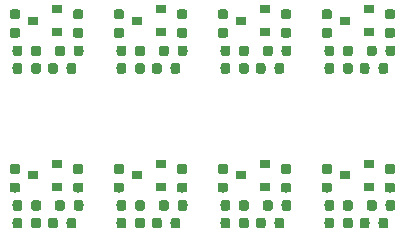
<source format=gbr>
G04 #@! TF.GenerationSoftware,KiCad,Pcbnew,(5.0.1-3-g963ef8bb5)*
G04 #@! TF.CreationDate,2019-09-15T11:53:47-04:00*
G04 #@! TF.ProjectId,RPiheader2x2,5250696865616465723278322E6B6963,rev?*
G04 #@! TF.SameCoordinates,Original*
G04 #@! TF.FileFunction,Paste,Bot*
G04 #@! TF.FilePolarity,Positive*
%FSLAX45Y45*%
G04 Gerber Fmt 4.5, Leading zero omitted, Abs format (unit mm)*
G04 Created by KiCad (PCBNEW (5.0.1-3-g963ef8bb5)) date Sunday, September 15, 2019 at 11:53:47 am*
%MOMM*%
%LPD*%
G01*
G04 APERTURE LIST*
%ADD10C,0.021524*%
%ADD11C,0.805000*%
%ADD12R,0.828000X0.736000*%
G04 APERTURE END LIST*
D10*
G04 #@! TO.C,R4*
G36*
X-366652Y2023603D02*
X-364699Y2023313D01*
X-362783Y2022833D01*
X-360923Y2022168D01*
X-359138Y2021324D01*
X-357444Y2020308D01*
X-355858Y2019132D01*
X-354394Y2017805D01*
X-353068Y2016342D01*
X-351892Y2014756D01*
X-350876Y2013062D01*
X-350032Y2011276D01*
X-349367Y2009417D01*
X-348887Y2007501D01*
X-348597Y2005548D01*
X-348500Y2003575D01*
X-348500Y1956425D01*
X-348597Y1954452D01*
X-348887Y1952499D01*
X-349367Y1950583D01*
X-350032Y1948723D01*
X-350876Y1946938D01*
X-351892Y1945244D01*
X-353068Y1943658D01*
X-354394Y1942194D01*
X-355858Y1940868D01*
X-357444Y1939692D01*
X-359138Y1938676D01*
X-360923Y1937832D01*
X-362783Y1937167D01*
X-364699Y1936687D01*
X-366652Y1936397D01*
X-368625Y1936300D01*
X-408875Y1936300D01*
X-410848Y1936397D01*
X-412801Y1936687D01*
X-414717Y1937167D01*
X-416576Y1937832D01*
X-418362Y1938676D01*
X-420056Y1939692D01*
X-421642Y1940868D01*
X-423105Y1942194D01*
X-424432Y1943658D01*
X-425608Y1945244D01*
X-426624Y1946938D01*
X-427468Y1948723D01*
X-428133Y1950583D01*
X-428613Y1952499D01*
X-428903Y1954452D01*
X-429000Y1956425D01*
X-429000Y2003575D01*
X-428903Y2005548D01*
X-428613Y2007501D01*
X-428133Y2009417D01*
X-427468Y2011276D01*
X-426624Y2013062D01*
X-425608Y2014756D01*
X-424432Y2016342D01*
X-423105Y2017805D01*
X-421642Y2019132D01*
X-420056Y2020308D01*
X-418362Y2021324D01*
X-416576Y2022168D01*
X-414717Y2022833D01*
X-412801Y2023313D01*
X-410848Y2023603D01*
X-408875Y2023700D01*
X-368625Y2023700D01*
X-366652Y2023603D01*
X-366652Y2023603D01*
G37*
D11*
X-388750Y1980000D03*
D10*
G36*
X-209152Y2023603D02*
X-207199Y2023313D01*
X-205283Y2022833D01*
X-203423Y2022168D01*
X-201638Y2021324D01*
X-199944Y2020308D01*
X-198358Y2019132D01*
X-196894Y2017805D01*
X-195568Y2016342D01*
X-194392Y2014756D01*
X-193376Y2013062D01*
X-192532Y2011276D01*
X-191867Y2009417D01*
X-191387Y2007501D01*
X-191097Y2005548D01*
X-191000Y2003575D01*
X-191000Y1956425D01*
X-191097Y1954452D01*
X-191387Y1952499D01*
X-191867Y1950583D01*
X-192532Y1948723D01*
X-193376Y1946938D01*
X-194392Y1945244D01*
X-195568Y1943658D01*
X-196894Y1942194D01*
X-198358Y1940868D01*
X-199944Y1939692D01*
X-201638Y1938676D01*
X-203423Y1937832D01*
X-205283Y1937167D01*
X-207199Y1936687D01*
X-209152Y1936397D01*
X-211125Y1936300D01*
X-251375Y1936300D01*
X-253348Y1936397D01*
X-255301Y1936687D01*
X-257217Y1937167D01*
X-259076Y1937832D01*
X-260862Y1938676D01*
X-262556Y1939692D01*
X-264142Y1940868D01*
X-265606Y1942194D01*
X-266932Y1943658D01*
X-268108Y1945244D01*
X-269124Y1946938D01*
X-269968Y1948723D01*
X-270633Y1950583D01*
X-271113Y1952499D01*
X-271403Y1954452D01*
X-271500Y1956425D01*
X-271500Y2003575D01*
X-271403Y2005548D01*
X-271113Y2007501D01*
X-270633Y2009417D01*
X-269968Y2011276D01*
X-269124Y2013062D01*
X-268108Y2014756D01*
X-266932Y2016342D01*
X-265606Y2017805D01*
X-264142Y2019132D01*
X-262556Y2020308D01*
X-260862Y2021324D01*
X-259076Y2022168D01*
X-257217Y2022833D01*
X-255301Y2023313D01*
X-253348Y2023603D01*
X-251375Y2023700D01*
X-211125Y2023700D01*
X-209152Y2023603D01*
X-209152Y2023603D01*
G37*
D11*
X-231250Y1980000D03*
G04 #@! TD*
D10*
G04 #@! TO.C,R1*
G36*
X-149452Y2478903D02*
X-147499Y2478613D01*
X-145583Y2478133D01*
X-143724Y2477468D01*
X-141938Y2476624D01*
X-140244Y2475608D01*
X-138658Y2474432D01*
X-137195Y2473106D01*
X-135868Y2471642D01*
X-134692Y2470056D01*
X-133676Y2468362D01*
X-132832Y2466577D01*
X-132167Y2464717D01*
X-131687Y2462801D01*
X-131397Y2460848D01*
X-131300Y2458875D01*
X-131300Y2418625D01*
X-131397Y2416652D01*
X-131687Y2414699D01*
X-132167Y2412783D01*
X-132832Y2410924D01*
X-133676Y2409138D01*
X-134692Y2407444D01*
X-135868Y2405858D01*
X-137195Y2404395D01*
X-138658Y2403068D01*
X-140244Y2401892D01*
X-141938Y2400876D01*
X-143724Y2400032D01*
X-145583Y2399367D01*
X-147499Y2398887D01*
X-149452Y2398597D01*
X-151425Y2398500D01*
X-198575Y2398500D01*
X-200548Y2398597D01*
X-202501Y2398887D01*
X-204417Y2399367D01*
X-206276Y2400032D01*
X-208062Y2400876D01*
X-209756Y2401892D01*
X-211342Y2403068D01*
X-212805Y2404395D01*
X-214132Y2405858D01*
X-215308Y2407444D01*
X-216324Y2409138D01*
X-217168Y2410924D01*
X-217833Y2412783D01*
X-218313Y2414699D01*
X-218603Y2416652D01*
X-218700Y2418625D01*
X-218700Y2458875D01*
X-218603Y2460848D01*
X-218313Y2462801D01*
X-217833Y2464717D01*
X-217168Y2466577D01*
X-216324Y2468362D01*
X-215308Y2470056D01*
X-214132Y2471642D01*
X-212805Y2473106D01*
X-211342Y2474432D01*
X-209756Y2475608D01*
X-208062Y2476624D01*
X-206276Y2477468D01*
X-204417Y2478133D01*
X-202501Y2478613D01*
X-200548Y2478903D01*
X-198575Y2479000D01*
X-151425Y2479000D01*
X-149452Y2478903D01*
X-149452Y2478903D01*
G37*
D11*
X-175000Y2438750D03*
D10*
G36*
X-149452Y2321403D02*
X-147499Y2321113D01*
X-145583Y2320633D01*
X-143724Y2319968D01*
X-141938Y2319124D01*
X-140244Y2318108D01*
X-138658Y2316932D01*
X-137195Y2315606D01*
X-135868Y2314142D01*
X-134692Y2312556D01*
X-133676Y2310862D01*
X-132832Y2309077D01*
X-132167Y2307217D01*
X-131687Y2305301D01*
X-131397Y2303348D01*
X-131300Y2301375D01*
X-131300Y2261125D01*
X-131397Y2259152D01*
X-131687Y2257199D01*
X-132167Y2255283D01*
X-132832Y2253424D01*
X-133676Y2251638D01*
X-134692Y2249944D01*
X-135868Y2248358D01*
X-137195Y2246895D01*
X-138658Y2245568D01*
X-140244Y2244392D01*
X-141938Y2243376D01*
X-143724Y2242532D01*
X-145583Y2241867D01*
X-147499Y2241387D01*
X-149452Y2241097D01*
X-151425Y2241000D01*
X-198575Y2241000D01*
X-200548Y2241097D01*
X-202501Y2241387D01*
X-204417Y2241867D01*
X-206276Y2242532D01*
X-208062Y2243376D01*
X-209756Y2244392D01*
X-211342Y2245568D01*
X-212805Y2246895D01*
X-214132Y2248358D01*
X-215308Y2249944D01*
X-216324Y2251638D01*
X-217168Y2253424D01*
X-217833Y2255283D01*
X-218313Y2257199D01*
X-218603Y2259152D01*
X-218700Y2261125D01*
X-218700Y2301375D01*
X-218603Y2303348D01*
X-218313Y2305301D01*
X-217833Y2307217D01*
X-217168Y2309077D01*
X-216324Y2310862D01*
X-215308Y2312556D01*
X-214132Y2314142D01*
X-212805Y2315606D01*
X-211342Y2316932D01*
X-209756Y2318108D01*
X-208062Y2319124D01*
X-206276Y2319968D01*
X-204417Y2320633D01*
X-202501Y2321113D01*
X-200548Y2321403D01*
X-198575Y2321500D01*
X-151425Y2321500D01*
X-149452Y2321403D01*
X-149452Y2321403D01*
G37*
D11*
X-175000Y2281250D03*
G04 #@! TD*
D10*
G04 #@! TO.C,R2*
G36*
X-666652Y2173603D02*
X-664699Y2173313D01*
X-662783Y2172833D01*
X-660924Y2172168D01*
X-659138Y2171324D01*
X-657444Y2170308D01*
X-655858Y2169132D01*
X-654395Y2167806D01*
X-653068Y2166342D01*
X-651892Y2164756D01*
X-650876Y2163062D01*
X-650032Y2161277D01*
X-649367Y2159417D01*
X-648887Y2157501D01*
X-648597Y2155548D01*
X-648500Y2153575D01*
X-648500Y2106425D01*
X-648597Y2104452D01*
X-648887Y2102499D01*
X-649367Y2100583D01*
X-650032Y2098724D01*
X-650876Y2096938D01*
X-651892Y2095244D01*
X-653068Y2093658D01*
X-654395Y2092194D01*
X-655858Y2090868D01*
X-657444Y2089692D01*
X-659138Y2088676D01*
X-660924Y2087832D01*
X-662783Y2087167D01*
X-664699Y2086687D01*
X-666652Y2086397D01*
X-668625Y2086300D01*
X-708875Y2086300D01*
X-710848Y2086397D01*
X-712801Y2086687D01*
X-714717Y2087167D01*
X-716576Y2087832D01*
X-718362Y2088676D01*
X-720056Y2089692D01*
X-721642Y2090868D01*
X-723105Y2092194D01*
X-724432Y2093658D01*
X-725608Y2095244D01*
X-726624Y2096938D01*
X-727468Y2098724D01*
X-728133Y2100583D01*
X-728613Y2102499D01*
X-728903Y2104452D01*
X-729000Y2106425D01*
X-729000Y2153575D01*
X-728903Y2155548D01*
X-728613Y2157501D01*
X-728133Y2159417D01*
X-727468Y2161277D01*
X-726624Y2163062D01*
X-725608Y2164756D01*
X-724432Y2166342D01*
X-723105Y2167806D01*
X-721642Y2169132D01*
X-720056Y2170308D01*
X-718362Y2171324D01*
X-716576Y2172168D01*
X-714717Y2172833D01*
X-712801Y2173313D01*
X-710848Y2173603D01*
X-708875Y2173700D01*
X-668625Y2173700D01*
X-666652Y2173603D01*
X-666652Y2173603D01*
G37*
D11*
X-688750Y2130000D03*
D10*
G36*
X-509152Y2173603D02*
X-507199Y2173313D01*
X-505283Y2172833D01*
X-503423Y2172168D01*
X-501638Y2171324D01*
X-499944Y2170308D01*
X-498358Y2169132D01*
X-496894Y2167806D01*
X-495568Y2166342D01*
X-494392Y2164756D01*
X-493376Y2163062D01*
X-492532Y2161277D01*
X-491867Y2159417D01*
X-491387Y2157501D01*
X-491097Y2155548D01*
X-491000Y2153575D01*
X-491000Y2106425D01*
X-491097Y2104452D01*
X-491387Y2102499D01*
X-491867Y2100583D01*
X-492532Y2098724D01*
X-493376Y2096938D01*
X-494392Y2095244D01*
X-495568Y2093658D01*
X-496894Y2092194D01*
X-498358Y2090868D01*
X-499944Y2089692D01*
X-501638Y2088676D01*
X-503423Y2087832D01*
X-505283Y2087167D01*
X-507199Y2086687D01*
X-509152Y2086397D01*
X-511125Y2086300D01*
X-551375Y2086300D01*
X-553348Y2086397D01*
X-555301Y2086687D01*
X-557217Y2087167D01*
X-559077Y2087832D01*
X-560862Y2088676D01*
X-562556Y2089692D01*
X-564142Y2090868D01*
X-565606Y2092194D01*
X-566932Y2093658D01*
X-568108Y2095244D01*
X-569124Y2096938D01*
X-569968Y2098724D01*
X-570633Y2100583D01*
X-571113Y2102499D01*
X-571403Y2104452D01*
X-571500Y2106425D01*
X-571500Y2153575D01*
X-571403Y2155548D01*
X-571113Y2157501D01*
X-570633Y2159417D01*
X-569968Y2161277D01*
X-569124Y2163062D01*
X-568108Y2164756D01*
X-566932Y2166342D01*
X-565606Y2167806D01*
X-564142Y2169132D01*
X-562556Y2170308D01*
X-560862Y2171324D01*
X-559077Y2172168D01*
X-557217Y2172833D01*
X-555301Y2173313D01*
X-553348Y2173603D01*
X-551375Y2173700D01*
X-511125Y2173700D01*
X-509152Y2173603D01*
X-509152Y2173603D01*
G37*
D11*
X-531250Y2130000D03*
G04 #@! TD*
D10*
G04 #@! TO.C,J2*
G36*
X-1564452Y2478903D02*
X-1562499Y2478613D01*
X-1560583Y2478133D01*
X-1558723Y2477468D01*
X-1556938Y2476624D01*
X-1555244Y2475608D01*
X-1553658Y2474432D01*
X-1552194Y2473106D01*
X-1550868Y2471642D01*
X-1549692Y2470056D01*
X-1548676Y2468362D01*
X-1547832Y2466577D01*
X-1547167Y2464717D01*
X-1546687Y2462801D01*
X-1546397Y2460848D01*
X-1546300Y2458875D01*
X-1546300Y2418625D01*
X-1546397Y2416652D01*
X-1546687Y2414699D01*
X-1547167Y2412783D01*
X-1547832Y2410924D01*
X-1548676Y2409138D01*
X-1549692Y2407444D01*
X-1550868Y2405858D01*
X-1552194Y2404395D01*
X-1553658Y2403068D01*
X-1555244Y2401892D01*
X-1556938Y2400876D01*
X-1558723Y2400032D01*
X-1560583Y2399367D01*
X-1562499Y2398887D01*
X-1564452Y2398597D01*
X-1566425Y2398500D01*
X-1613575Y2398500D01*
X-1615548Y2398597D01*
X-1617501Y2398887D01*
X-1619417Y2399367D01*
X-1621276Y2400032D01*
X-1623062Y2400876D01*
X-1624756Y2401892D01*
X-1626342Y2403068D01*
X-1627805Y2404395D01*
X-1629132Y2405858D01*
X-1630308Y2407444D01*
X-1631324Y2409138D01*
X-1632168Y2410924D01*
X-1632833Y2412783D01*
X-1633313Y2414699D01*
X-1633603Y2416652D01*
X-1633700Y2418625D01*
X-1633700Y2458875D01*
X-1633603Y2460848D01*
X-1633313Y2462801D01*
X-1632833Y2464717D01*
X-1632168Y2466577D01*
X-1631324Y2468362D01*
X-1630308Y2470056D01*
X-1629132Y2471642D01*
X-1627805Y2473106D01*
X-1626342Y2474432D01*
X-1624756Y2475608D01*
X-1623062Y2476624D01*
X-1621276Y2477468D01*
X-1619417Y2478133D01*
X-1617501Y2478613D01*
X-1615548Y2478903D01*
X-1613575Y2479000D01*
X-1566425Y2479000D01*
X-1564452Y2478903D01*
X-1564452Y2478903D01*
G37*
D11*
X-1590000Y2438750D03*
D10*
G36*
X-1564452Y2321403D02*
X-1562499Y2321113D01*
X-1560583Y2320633D01*
X-1558723Y2319968D01*
X-1556938Y2319124D01*
X-1555244Y2318108D01*
X-1553658Y2316932D01*
X-1552194Y2315606D01*
X-1550868Y2314142D01*
X-1549692Y2312556D01*
X-1548676Y2310862D01*
X-1547832Y2309077D01*
X-1547167Y2307217D01*
X-1546687Y2305301D01*
X-1546397Y2303348D01*
X-1546300Y2301375D01*
X-1546300Y2261125D01*
X-1546397Y2259152D01*
X-1546687Y2257199D01*
X-1547167Y2255283D01*
X-1547832Y2253424D01*
X-1548676Y2251638D01*
X-1549692Y2249944D01*
X-1550868Y2248358D01*
X-1552194Y2246895D01*
X-1553658Y2245568D01*
X-1555244Y2244392D01*
X-1556938Y2243376D01*
X-1558723Y2242532D01*
X-1560583Y2241867D01*
X-1562499Y2241387D01*
X-1564452Y2241097D01*
X-1566425Y2241000D01*
X-1613575Y2241000D01*
X-1615548Y2241097D01*
X-1617501Y2241387D01*
X-1619417Y2241867D01*
X-1621276Y2242532D01*
X-1623062Y2243376D01*
X-1624756Y2244392D01*
X-1626342Y2245568D01*
X-1627805Y2246895D01*
X-1629132Y2248358D01*
X-1630308Y2249944D01*
X-1631324Y2251638D01*
X-1632168Y2253424D01*
X-1632833Y2255283D01*
X-1633313Y2257199D01*
X-1633603Y2259152D01*
X-1633700Y2261125D01*
X-1633700Y2301375D01*
X-1633603Y2303348D01*
X-1633313Y2305301D01*
X-1632833Y2307217D01*
X-1632168Y2309077D01*
X-1631324Y2310862D01*
X-1630308Y2312556D01*
X-1629132Y2314142D01*
X-1627805Y2315606D01*
X-1626342Y2316932D01*
X-1624756Y2318108D01*
X-1623062Y2319124D01*
X-1621276Y2319968D01*
X-1619417Y2320633D01*
X-1617501Y2321113D01*
X-1615548Y2321403D01*
X-1613575Y2321500D01*
X-1566425Y2321500D01*
X-1564452Y2321403D01*
X-1564452Y2321403D01*
G37*
D11*
X-1590000Y2281250D03*
G04 #@! TD*
D10*
G04 #@! TO.C,R5*
G36*
X-1186652Y2173603D02*
X-1184699Y2173313D01*
X-1182783Y2172833D01*
X-1180924Y2172168D01*
X-1179138Y2171324D01*
X-1177444Y2170308D01*
X-1175858Y2169132D01*
X-1174395Y2167806D01*
X-1173068Y2166342D01*
X-1171892Y2164756D01*
X-1170876Y2163062D01*
X-1170032Y2161277D01*
X-1169367Y2159417D01*
X-1168887Y2157501D01*
X-1168597Y2155548D01*
X-1168500Y2153575D01*
X-1168500Y2106425D01*
X-1168597Y2104452D01*
X-1168887Y2102499D01*
X-1169367Y2100583D01*
X-1170032Y2098724D01*
X-1170876Y2096938D01*
X-1171892Y2095244D01*
X-1173068Y2093658D01*
X-1174395Y2092194D01*
X-1175858Y2090868D01*
X-1177444Y2089692D01*
X-1179138Y2088676D01*
X-1180924Y2087832D01*
X-1182783Y2087167D01*
X-1184699Y2086687D01*
X-1186652Y2086397D01*
X-1188625Y2086300D01*
X-1228875Y2086300D01*
X-1230848Y2086397D01*
X-1232801Y2086687D01*
X-1234717Y2087167D01*
X-1236577Y2087832D01*
X-1238362Y2088676D01*
X-1240056Y2089692D01*
X-1241642Y2090868D01*
X-1243106Y2092194D01*
X-1244432Y2093658D01*
X-1245608Y2095244D01*
X-1246624Y2096938D01*
X-1247468Y2098724D01*
X-1248133Y2100583D01*
X-1248613Y2102499D01*
X-1248903Y2104452D01*
X-1249000Y2106425D01*
X-1249000Y2153575D01*
X-1248903Y2155548D01*
X-1248613Y2157501D01*
X-1248133Y2159417D01*
X-1247468Y2161277D01*
X-1246624Y2163062D01*
X-1245608Y2164756D01*
X-1244432Y2166342D01*
X-1243106Y2167806D01*
X-1241642Y2169132D01*
X-1240056Y2170308D01*
X-1238362Y2171324D01*
X-1236577Y2172168D01*
X-1234717Y2172833D01*
X-1232801Y2173313D01*
X-1230848Y2173603D01*
X-1228875Y2173700D01*
X-1188625Y2173700D01*
X-1186652Y2173603D01*
X-1186652Y2173603D01*
G37*
D11*
X-1208750Y2130000D03*
D10*
G36*
X-1029152Y2173603D02*
X-1027199Y2173313D01*
X-1025283Y2172833D01*
X-1023423Y2172168D01*
X-1021638Y2171324D01*
X-1019944Y2170308D01*
X-1018358Y2169132D01*
X-1016894Y2167806D01*
X-1015568Y2166342D01*
X-1014392Y2164756D01*
X-1013376Y2163062D01*
X-1012532Y2161277D01*
X-1011867Y2159417D01*
X-1011387Y2157501D01*
X-1011097Y2155548D01*
X-1011000Y2153575D01*
X-1011000Y2106425D01*
X-1011097Y2104452D01*
X-1011387Y2102499D01*
X-1011867Y2100583D01*
X-1012532Y2098724D01*
X-1013376Y2096938D01*
X-1014392Y2095244D01*
X-1015568Y2093658D01*
X-1016894Y2092194D01*
X-1018358Y2090868D01*
X-1019944Y2089692D01*
X-1021638Y2088676D01*
X-1023423Y2087832D01*
X-1025283Y2087167D01*
X-1027199Y2086687D01*
X-1029152Y2086397D01*
X-1031125Y2086300D01*
X-1071375Y2086300D01*
X-1073348Y2086397D01*
X-1075301Y2086687D01*
X-1077217Y2087167D01*
X-1079077Y2087832D01*
X-1080862Y2088676D01*
X-1082556Y2089692D01*
X-1084142Y2090868D01*
X-1085606Y2092194D01*
X-1086932Y2093658D01*
X-1088108Y2095244D01*
X-1089124Y2096938D01*
X-1089968Y2098724D01*
X-1090633Y2100583D01*
X-1091113Y2102499D01*
X-1091403Y2104452D01*
X-1091500Y2106425D01*
X-1091500Y2153575D01*
X-1091403Y2155548D01*
X-1091113Y2157501D01*
X-1090633Y2159417D01*
X-1089968Y2161277D01*
X-1089124Y2163062D01*
X-1088108Y2164756D01*
X-1086932Y2166342D01*
X-1085606Y2167806D01*
X-1084142Y2169132D01*
X-1082556Y2170308D01*
X-1080862Y2171324D01*
X-1079077Y2172168D01*
X-1077217Y2172833D01*
X-1075301Y2173313D01*
X-1073348Y2173603D01*
X-1071375Y2173700D01*
X-1031125Y2173700D01*
X-1029152Y2173603D01*
X-1029152Y2173603D01*
G37*
D11*
X-1051250Y2130000D03*
G04 #@! TD*
D10*
G04 #@! TO.C,J2*
G36*
X-684452Y2321403D02*
X-682499Y2321113D01*
X-680583Y2320633D01*
X-678724Y2319968D01*
X-676938Y2319124D01*
X-675244Y2318108D01*
X-673658Y2316932D01*
X-672195Y2315606D01*
X-670868Y2314142D01*
X-669692Y2312556D01*
X-668676Y2310862D01*
X-667832Y2309077D01*
X-667167Y2307217D01*
X-666687Y2305301D01*
X-666397Y2303348D01*
X-666300Y2301375D01*
X-666300Y2261125D01*
X-666397Y2259152D01*
X-666687Y2257199D01*
X-667167Y2255283D01*
X-667832Y2253424D01*
X-668676Y2251638D01*
X-669692Y2249944D01*
X-670868Y2248358D01*
X-672195Y2246895D01*
X-673658Y2245568D01*
X-675244Y2244392D01*
X-676938Y2243376D01*
X-678724Y2242532D01*
X-680583Y2241867D01*
X-682499Y2241387D01*
X-684452Y2241097D01*
X-686425Y2241000D01*
X-733575Y2241000D01*
X-735548Y2241097D01*
X-737501Y2241387D01*
X-739417Y2241867D01*
X-741276Y2242532D01*
X-743062Y2243376D01*
X-744756Y2244392D01*
X-746342Y2245568D01*
X-747805Y2246895D01*
X-749132Y2248358D01*
X-750308Y2249944D01*
X-751324Y2251638D01*
X-752168Y2253424D01*
X-752833Y2255283D01*
X-753313Y2257199D01*
X-753603Y2259152D01*
X-753700Y2261125D01*
X-753700Y2301375D01*
X-753603Y2303348D01*
X-753313Y2305301D01*
X-752833Y2307217D01*
X-752168Y2309077D01*
X-751324Y2310862D01*
X-750308Y2312556D01*
X-749132Y2314142D01*
X-747805Y2315606D01*
X-746342Y2316932D01*
X-744756Y2318108D01*
X-743062Y2319124D01*
X-741276Y2319968D01*
X-739417Y2320633D01*
X-737501Y2321113D01*
X-735548Y2321403D01*
X-733575Y2321500D01*
X-686425Y2321500D01*
X-684452Y2321403D01*
X-684452Y2321403D01*
G37*
D11*
X-710000Y2281250D03*
D10*
G36*
X-684452Y2478903D02*
X-682499Y2478613D01*
X-680583Y2478133D01*
X-678724Y2477468D01*
X-676938Y2476624D01*
X-675244Y2475608D01*
X-673658Y2474432D01*
X-672195Y2473106D01*
X-670868Y2471642D01*
X-669692Y2470056D01*
X-668676Y2468362D01*
X-667832Y2466577D01*
X-667167Y2464717D01*
X-666687Y2462801D01*
X-666397Y2460848D01*
X-666300Y2458875D01*
X-666300Y2418625D01*
X-666397Y2416652D01*
X-666687Y2414699D01*
X-667167Y2412783D01*
X-667832Y2410924D01*
X-668676Y2409138D01*
X-669692Y2407444D01*
X-670868Y2405858D01*
X-672195Y2404395D01*
X-673658Y2403068D01*
X-675244Y2401892D01*
X-676938Y2400876D01*
X-678724Y2400032D01*
X-680583Y2399367D01*
X-682499Y2398887D01*
X-684452Y2398597D01*
X-686425Y2398500D01*
X-733575Y2398500D01*
X-735548Y2398597D01*
X-737501Y2398887D01*
X-739417Y2399367D01*
X-741276Y2400032D01*
X-743062Y2400876D01*
X-744756Y2401892D01*
X-746342Y2403068D01*
X-747805Y2404395D01*
X-749132Y2405858D01*
X-750308Y2407444D01*
X-751324Y2409138D01*
X-752168Y2410924D01*
X-752833Y2412783D01*
X-753313Y2414699D01*
X-753603Y2416652D01*
X-753700Y2418625D01*
X-753700Y2458875D01*
X-753603Y2460848D01*
X-753313Y2462801D01*
X-752833Y2464717D01*
X-752168Y2466577D01*
X-751324Y2468362D01*
X-750308Y2470056D01*
X-749132Y2471642D01*
X-747805Y2473106D01*
X-746342Y2474432D01*
X-744756Y2475608D01*
X-743062Y2476624D01*
X-741276Y2477468D01*
X-739417Y2478133D01*
X-737501Y2478613D01*
X-735548Y2478903D01*
X-733575Y2479000D01*
X-686425Y2479000D01*
X-684452Y2478903D01*
X-684452Y2478903D01*
G37*
D11*
X-710000Y2438750D03*
G04 #@! TD*
D10*
G04 #@! TO.C,R1*
G36*
X-149452Y1011403D02*
X-147499Y1011113D01*
X-145583Y1010633D01*
X-143724Y1009968D01*
X-141938Y1009124D01*
X-140244Y1008108D01*
X-138658Y1006932D01*
X-137195Y1005605D01*
X-135868Y1004142D01*
X-134692Y1002556D01*
X-133676Y1000862D01*
X-132832Y999076D01*
X-132167Y997217D01*
X-131687Y995301D01*
X-131397Y993348D01*
X-131300Y991375D01*
X-131300Y951125D01*
X-131397Y949152D01*
X-131687Y947199D01*
X-132167Y945283D01*
X-132832Y943423D01*
X-133676Y941638D01*
X-134692Y939944D01*
X-135868Y938358D01*
X-137195Y936894D01*
X-138658Y935568D01*
X-140244Y934392D01*
X-141938Y933376D01*
X-143724Y932532D01*
X-145583Y931867D01*
X-147499Y931387D01*
X-149452Y931097D01*
X-151425Y931000D01*
X-198575Y931000D01*
X-200548Y931097D01*
X-202501Y931387D01*
X-204417Y931867D01*
X-206276Y932532D01*
X-208062Y933376D01*
X-209756Y934392D01*
X-211342Y935568D01*
X-212805Y936894D01*
X-214132Y938358D01*
X-215308Y939944D01*
X-216324Y941638D01*
X-217168Y943423D01*
X-217833Y945283D01*
X-218313Y947199D01*
X-218603Y949152D01*
X-218700Y951125D01*
X-218700Y991375D01*
X-218603Y993348D01*
X-218313Y995301D01*
X-217833Y997217D01*
X-217168Y999076D01*
X-216324Y1000862D01*
X-215308Y1002556D01*
X-214132Y1004142D01*
X-212805Y1005605D01*
X-211342Y1006932D01*
X-209756Y1008108D01*
X-208062Y1009124D01*
X-206276Y1009968D01*
X-204417Y1010633D01*
X-202501Y1011113D01*
X-200548Y1011403D01*
X-198575Y1011500D01*
X-151425Y1011500D01*
X-149452Y1011403D01*
X-149452Y1011403D01*
G37*
D11*
X-175000Y971250D03*
D10*
G36*
X-149452Y1168903D02*
X-147499Y1168613D01*
X-145583Y1168133D01*
X-143724Y1167468D01*
X-141938Y1166624D01*
X-140244Y1165608D01*
X-138658Y1164432D01*
X-137195Y1163106D01*
X-135868Y1161642D01*
X-134692Y1160056D01*
X-133676Y1158362D01*
X-132832Y1156577D01*
X-132167Y1154717D01*
X-131687Y1152801D01*
X-131397Y1150848D01*
X-131300Y1148875D01*
X-131300Y1108625D01*
X-131397Y1106652D01*
X-131687Y1104699D01*
X-132167Y1102783D01*
X-132832Y1100924D01*
X-133676Y1099138D01*
X-134692Y1097444D01*
X-135868Y1095858D01*
X-137195Y1094395D01*
X-138658Y1093068D01*
X-140244Y1091892D01*
X-141938Y1090876D01*
X-143724Y1090032D01*
X-145583Y1089367D01*
X-147499Y1088887D01*
X-149452Y1088597D01*
X-151425Y1088500D01*
X-198575Y1088500D01*
X-200548Y1088597D01*
X-202501Y1088887D01*
X-204417Y1089367D01*
X-206276Y1090032D01*
X-208062Y1090876D01*
X-209756Y1091892D01*
X-211342Y1093068D01*
X-212805Y1094395D01*
X-214132Y1095858D01*
X-215308Y1097444D01*
X-216324Y1099138D01*
X-217168Y1100924D01*
X-217833Y1102783D01*
X-218313Y1104699D01*
X-218603Y1106652D01*
X-218700Y1108625D01*
X-218700Y1148875D01*
X-218603Y1150848D01*
X-218313Y1152801D01*
X-217833Y1154717D01*
X-217168Y1156577D01*
X-216324Y1158362D01*
X-215308Y1160056D01*
X-214132Y1161642D01*
X-212805Y1163106D01*
X-211342Y1164432D01*
X-209756Y1165608D01*
X-208062Y1166624D01*
X-206276Y1167468D01*
X-204417Y1168133D01*
X-202501Y1168613D01*
X-200548Y1168903D01*
X-198575Y1169000D01*
X-151425Y1169000D01*
X-149452Y1168903D01*
X-149452Y1168903D01*
G37*
D11*
X-175000Y1128750D03*
G04 #@! TD*
D12*
G04 #@! TO.C,Q1*
X-355000Y1170000D03*
X-355000Y980000D03*
X-555000Y1075000D03*
G04 #@! TD*
D10*
G04 #@! TO.C,R4*
G36*
X-209152Y713603D02*
X-207199Y713313D01*
X-205283Y712833D01*
X-203423Y712168D01*
X-201638Y711324D01*
X-199944Y710308D01*
X-198358Y709132D01*
X-196894Y707805D01*
X-195568Y706342D01*
X-194392Y704756D01*
X-193376Y703062D01*
X-192532Y701276D01*
X-191867Y699417D01*
X-191387Y697501D01*
X-191097Y695548D01*
X-191000Y693575D01*
X-191000Y646425D01*
X-191097Y644452D01*
X-191387Y642499D01*
X-191867Y640583D01*
X-192532Y638724D01*
X-193376Y636938D01*
X-194392Y635244D01*
X-195568Y633658D01*
X-196894Y632195D01*
X-198358Y630868D01*
X-199944Y629692D01*
X-201638Y628676D01*
X-203423Y627832D01*
X-205283Y627167D01*
X-207199Y626687D01*
X-209152Y626397D01*
X-211125Y626300D01*
X-251375Y626300D01*
X-253348Y626397D01*
X-255301Y626687D01*
X-257217Y627167D01*
X-259076Y627832D01*
X-260862Y628676D01*
X-262556Y629692D01*
X-264142Y630868D01*
X-265606Y632195D01*
X-266932Y633658D01*
X-268108Y635244D01*
X-269124Y636938D01*
X-269968Y638724D01*
X-270633Y640583D01*
X-271113Y642499D01*
X-271403Y644452D01*
X-271500Y646425D01*
X-271500Y693575D01*
X-271403Y695548D01*
X-271113Y697501D01*
X-270633Y699417D01*
X-269968Y701276D01*
X-269124Y703062D01*
X-268108Y704756D01*
X-266932Y706342D01*
X-265606Y707805D01*
X-264142Y709132D01*
X-262556Y710308D01*
X-260862Y711324D01*
X-259076Y712168D01*
X-257217Y712833D01*
X-255301Y713313D01*
X-253348Y713603D01*
X-251375Y713700D01*
X-211125Y713700D01*
X-209152Y713603D01*
X-209152Y713603D01*
G37*
D11*
X-231250Y670000D03*
D10*
G36*
X-366652Y713603D02*
X-364699Y713313D01*
X-362783Y712833D01*
X-360923Y712168D01*
X-359138Y711324D01*
X-357444Y710308D01*
X-355858Y709132D01*
X-354394Y707805D01*
X-353068Y706342D01*
X-351892Y704756D01*
X-350876Y703062D01*
X-350032Y701276D01*
X-349367Y699417D01*
X-348887Y697501D01*
X-348597Y695548D01*
X-348500Y693575D01*
X-348500Y646425D01*
X-348597Y644452D01*
X-348887Y642499D01*
X-349367Y640583D01*
X-350032Y638724D01*
X-350876Y636938D01*
X-351892Y635244D01*
X-353068Y633658D01*
X-354394Y632195D01*
X-355858Y630868D01*
X-357444Y629692D01*
X-359138Y628676D01*
X-360923Y627832D01*
X-362783Y627167D01*
X-364699Y626687D01*
X-366652Y626397D01*
X-368625Y626300D01*
X-408875Y626300D01*
X-410848Y626397D01*
X-412801Y626687D01*
X-414717Y627167D01*
X-416576Y627832D01*
X-418362Y628676D01*
X-420056Y629692D01*
X-421642Y630868D01*
X-423105Y632195D01*
X-424432Y633658D01*
X-425608Y635244D01*
X-426624Y636938D01*
X-427468Y638724D01*
X-428133Y640583D01*
X-428613Y642499D01*
X-428903Y644452D01*
X-429000Y646425D01*
X-429000Y693575D01*
X-428903Y695548D01*
X-428613Y697501D01*
X-428133Y699417D01*
X-427468Y701276D01*
X-426624Y703062D01*
X-425608Y704756D01*
X-424432Y706342D01*
X-423105Y707805D01*
X-421642Y709132D01*
X-420056Y710308D01*
X-418362Y711324D01*
X-416576Y712168D01*
X-414717Y712833D01*
X-412801Y713313D01*
X-410848Y713603D01*
X-408875Y713700D01*
X-368625Y713700D01*
X-366652Y713603D01*
X-366652Y713603D01*
G37*
D11*
X-388750Y670000D03*
G04 #@! TD*
D10*
G04 #@! TO.C,R3*
G36*
X-666652Y713603D02*
X-664699Y713313D01*
X-662783Y712833D01*
X-660924Y712168D01*
X-659138Y711324D01*
X-657444Y710308D01*
X-655858Y709132D01*
X-654395Y707805D01*
X-653068Y706342D01*
X-651892Y704756D01*
X-650876Y703062D01*
X-650032Y701276D01*
X-649367Y699417D01*
X-648887Y697501D01*
X-648597Y695548D01*
X-648500Y693575D01*
X-648500Y646425D01*
X-648597Y644452D01*
X-648887Y642499D01*
X-649367Y640583D01*
X-650032Y638724D01*
X-650876Y636938D01*
X-651892Y635244D01*
X-653068Y633658D01*
X-654395Y632195D01*
X-655858Y630868D01*
X-657444Y629692D01*
X-659138Y628676D01*
X-660924Y627832D01*
X-662783Y627167D01*
X-664699Y626687D01*
X-666652Y626397D01*
X-668625Y626300D01*
X-708875Y626300D01*
X-710848Y626397D01*
X-712801Y626687D01*
X-714717Y627167D01*
X-716576Y627832D01*
X-718362Y628676D01*
X-720056Y629692D01*
X-721642Y630868D01*
X-723105Y632195D01*
X-724432Y633658D01*
X-725608Y635244D01*
X-726624Y636938D01*
X-727468Y638724D01*
X-728133Y640583D01*
X-728613Y642499D01*
X-728903Y644452D01*
X-729000Y646425D01*
X-729000Y693575D01*
X-728903Y695548D01*
X-728613Y697501D01*
X-728133Y699417D01*
X-727468Y701276D01*
X-726624Y703062D01*
X-725608Y704756D01*
X-724432Y706342D01*
X-723105Y707805D01*
X-721642Y709132D01*
X-720056Y710308D01*
X-718362Y711324D01*
X-716576Y712168D01*
X-714717Y712833D01*
X-712801Y713313D01*
X-710848Y713603D01*
X-708875Y713700D01*
X-668625Y713700D01*
X-666652Y713603D01*
X-666652Y713603D01*
G37*
D11*
X-688750Y670000D03*
D10*
G36*
X-509152Y713603D02*
X-507199Y713313D01*
X-505283Y712833D01*
X-503423Y712168D01*
X-501638Y711324D01*
X-499944Y710308D01*
X-498358Y709132D01*
X-496894Y707805D01*
X-495568Y706342D01*
X-494392Y704756D01*
X-493376Y703062D01*
X-492532Y701276D01*
X-491867Y699417D01*
X-491387Y697501D01*
X-491097Y695548D01*
X-491000Y693575D01*
X-491000Y646425D01*
X-491097Y644452D01*
X-491387Y642499D01*
X-491867Y640583D01*
X-492532Y638724D01*
X-493376Y636938D01*
X-494392Y635244D01*
X-495568Y633658D01*
X-496894Y632195D01*
X-498358Y630868D01*
X-499944Y629692D01*
X-501638Y628676D01*
X-503423Y627832D01*
X-505283Y627167D01*
X-507199Y626687D01*
X-509152Y626397D01*
X-511125Y626300D01*
X-551375Y626300D01*
X-553348Y626397D01*
X-555301Y626687D01*
X-557217Y627167D01*
X-559077Y627832D01*
X-560862Y628676D01*
X-562556Y629692D01*
X-564142Y630868D01*
X-565606Y632195D01*
X-566932Y633658D01*
X-568108Y635244D01*
X-569124Y636938D01*
X-569968Y638724D01*
X-570633Y640583D01*
X-571113Y642499D01*
X-571403Y644452D01*
X-571500Y646425D01*
X-571500Y693575D01*
X-571403Y695548D01*
X-571113Y697501D01*
X-570633Y699417D01*
X-569968Y701276D01*
X-569124Y703062D01*
X-568108Y704756D01*
X-566932Y706342D01*
X-565606Y707805D01*
X-564142Y709132D01*
X-562556Y710308D01*
X-560862Y711324D01*
X-559077Y712168D01*
X-557217Y712833D01*
X-555301Y713313D01*
X-553348Y713603D01*
X-551375Y713700D01*
X-511125Y713700D01*
X-509152Y713603D01*
X-509152Y713603D01*
G37*
D11*
X-531250Y670000D03*
G04 #@! TD*
D10*
G04 #@! TO.C,R2*
G36*
X-509152Y863603D02*
X-507199Y863313D01*
X-505283Y862833D01*
X-503423Y862168D01*
X-501638Y861324D01*
X-499944Y860308D01*
X-498358Y859132D01*
X-496894Y857805D01*
X-495568Y856342D01*
X-494392Y854756D01*
X-493376Y853062D01*
X-492532Y851276D01*
X-491867Y849417D01*
X-491387Y847501D01*
X-491097Y845548D01*
X-491000Y843575D01*
X-491000Y796425D01*
X-491097Y794452D01*
X-491387Y792499D01*
X-491867Y790583D01*
X-492532Y788723D01*
X-493376Y786938D01*
X-494392Y785244D01*
X-495568Y783658D01*
X-496894Y782194D01*
X-498358Y780868D01*
X-499944Y779692D01*
X-501638Y778676D01*
X-503423Y777832D01*
X-505283Y777167D01*
X-507199Y776687D01*
X-509152Y776397D01*
X-511125Y776300D01*
X-551375Y776300D01*
X-553348Y776397D01*
X-555301Y776687D01*
X-557217Y777167D01*
X-559077Y777832D01*
X-560862Y778676D01*
X-562556Y779692D01*
X-564142Y780868D01*
X-565606Y782194D01*
X-566932Y783658D01*
X-568108Y785244D01*
X-569124Y786938D01*
X-569968Y788723D01*
X-570633Y790583D01*
X-571113Y792499D01*
X-571403Y794452D01*
X-571500Y796425D01*
X-571500Y843575D01*
X-571403Y845548D01*
X-571113Y847501D01*
X-570633Y849417D01*
X-569968Y851276D01*
X-569124Y853062D01*
X-568108Y854756D01*
X-566932Y856342D01*
X-565606Y857805D01*
X-564142Y859132D01*
X-562556Y860308D01*
X-560862Y861324D01*
X-559077Y862168D01*
X-557217Y862833D01*
X-555301Y863313D01*
X-553348Y863603D01*
X-551375Y863700D01*
X-511125Y863700D01*
X-509152Y863603D01*
X-509152Y863603D01*
G37*
D11*
X-531250Y820000D03*
D10*
G36*
X-666652Y863603D02*
X-664699Y863313D01*
X-662783Y862833D01*
X-660924Y862168D01*
X-659138Y861324D01*
X-657444Y860308D01*
X-655858Y859132D01*
X-654395Y857805D01*
X-653068Y856342D01*
X-651892Y854756D01*
X-650876Y853062D01*
X-650032Y851276D01*
X-649367Y849417D01*
X-648887Y847501D01*
X-648597Y845548D01*
X-648500Y843575D01*
X-648500Y796425D01*
X-648597Y794452D01*
X-648887Y792499D01*
X-649367Y790583D01*
X-650032Y788723D01*
X-650876Y786938D01*
X-651892Y785244D01*
X-653068Y783658D01*
X-654395Y782194D01*
X-655858Y780868D01*
X-657444Y779692D01*
X-659138Y778676D01*
X-660924Y777832D01*
X-662783Y777167D01*
X-664699Y776687D01*
X-666652Y776397D01*
X-668625Y776300D01*
X-708875Y776300D01*
X-710848Y776397D01*
X-712801Y776687D01*
X-714717Y777167D01*
X-716576Y777832D01*
X-718362Y778676D01*
X-720056Y779692D01*
X-721642Y780868D01*
X-723105Y782194D01*
X-724432Y783658D01*
X-725608Y785244D01*
X-726624Y786938D01*
X-727468Y788723D01*
X-728133Y790583D01*
X-728613Y792499D01*
X-728903Y794452D01*
X-729000Y796425D01*
X-729000Y843575D01*
X-728903Y845548D01*
X-728613Y847501D01*
X-728133Y849417D01*
X-727468Y851276D01*
X-726624Y853062D01*
X-725608Y854756D01*
X-724432Y856342D01*
X-723105Y857805D01*
X-721642Y859132D01*
X-720056Y860308D01*
X-718362Y861324D01*
X-716576Y862168D01*
X-714717Y862833D01*
X-712801Y863313D01*
X-710848Y863603D01*
X-708875Y863700D01*
X-668625Y863700D01*
X-666652Y863603D01*
X-666652Y863603D01*
G37*
D11*
X-688750Y820000D03*
G04 #@! TD*
D10*
G04 #@! TO.C,J2*
G36*
X-684452Y1168903D02*
X-682499Y1168613D01*
X-680583Y1168133D01*
X-678724Y1167468D01*
X-676938Y1166624D01*
X-675244Y1165608D01*
X-673658Y1164432D01*
X-672195Y1163106D01*
X-670868Y1161642D01*
X-669692Y1160056D01*
X-668676Y1158362D01*
X-667832Y1156577D01*
X-667167Y1154717D01*
X-666687Y1152801D01*
X-666397Y1150848D01*
X-666300Y1148875D01*
X-666300Y1108625D01*
X-666397Y1106652D01*
X-666687Y1104699D01*
X-667167Y1102783D01*
X-667832Y1100924D01*
X-668676Y1099138D01*
X-669692Y1097444D01*
X-670868Y1095858D01*
X-672195Y1094395D01*
X-673658Y1093068D01*
X-675244Y1091892D01*
X-676938Y1090876D01*
X-678724Y1090032D01*
X-680583Y1089367D01*
X-682499Y1088887D01*
X-684452Y1088597D01*
X-686425Y1088500D01*
X-733575Y1088500D01*
X-735548Y1088597D01*
X-737501Y1088887D01*
X-739417Y1089367D01*
X-741276Y1090032D01*
X-743062Y1090876D01*
X-744756Y1091892D01*
X-746342Y1093068D01*
X-747805Y1094395D01*
X-749132Y1095858D01*
X-750308Y1097444D01*
X-751324Y1099138D01*
X-752168Y1100924D01*
X-752833Y1102783D01*
X-753313Y1104699D01*
X-753603Y1106652D01*
X-753700Y1108625D01*
X-753700Y1148875D01*
X-753603Y1150848D01*
X-753313Y1152801D01*
X-752833Y1154717D01*
X-752168Y1156577D01*
X-751324Y1158362D01*
X-750308Y1160056D01*
X-749132Y1161642D01*
X-747805Y1163106D01*
X-746342Y1164432D01*
X-744756Y1165608D01*
X-743062Y1166624D01*
X-741276Y1167468D01*
X-739417Y1168133D01*
X-737501Y1168613D01*
X-735548Y1168903D01*
X-733575Y1169000D01*
X-686425Y1169000D01*
X-684452Y1168903D01*
X-684452Y1168903D01*
G37*
D11*
X-710000Y1128750D03*
D10*
G36*
X-684452Y1011403D02*
X-682499Y1011113D01*
X-680583Y1010633D01*
X-678724Y1009968D01*
X-676938Y1009124D01*
X-675244Y1008108D01*
X-673658Y1006932D01*
X-672195Y1005605D01*
X-670868Y1004142D01*
X-669692Y1002556D01*
X-668676Y1000862D01*
X-667832Y999076D01*
X-667167Y997217D01*
X-666687Y995301D01*
X-666397Y993348D01*
X-666300Y991375D01*
X-666300Y951125D01*
X-666397Y949152D01*
X-666687Y947199D01*
X-667167Y945283D01*
X-667832Y943423D01*
X-668676Y941638D01*
X-669692Y939944D01*
X-670868Y938358D01*
X-672195Y936894D01*
X-673658Y935568D01*
X-675244Y934392D01*
X-676938Y933376D01*
X-678724Y932532D01*
X-680583Y931867D01*
X-682499Y931387D01*
X-684452Y931097D01*
X-686425Y931000D01*
X-733575Y931000D01*
X-735548Y931097D01*
X-737501Y931387D01*
X-739417Y931867D01*
X-741276Y932532D01*
X-743062Y933376D01*
X-744756Y934392D01*
X-746342Y935568D01*
X-747805Y936894D01*
X-749132Y938358D01*
X-750308Y939944D01*
X-751324Y941638D01*
X-752168Y943423D01*
X-752833Y945283D01*
X-753313Y947199D01*
X-753603Y949152D01*
X-753700Y951125D01*
X-753700Y991375D01*
X-753603Y993348D01*
X-753313Y995301D01*
X-752833Y997217D01*
X-752168Y999076D01*
X-751324Y1000862D01*
X-750308Y1002556D01*
X-749132Y1004142D01*
X-747805Y1005605D01*
X-746342Y1006932D01*
X-744756Y1008108D01*
X-743062Y1009124D01*
X-741276Y1009968D01*
X-739417Y1010633D01*
X-737501Y1011113D01*
X-735548Y1011403D01*
X-733575Y1011500D01*
X-686425Y1011500D01*
X-684452Y1011403D01*
X-684452Y1011403D01*
G37*
D11*
X-710000Y971250D03*
G04 #@! TD*
D10*
G04 #@! TO.C,R5*
G36*
X-306652Y863603D02*
X-304699Y863313D01*
X-302783Y862833D01*
X-300924Y862168D01*
X-299138Y861324D01*
X-297444Y860308D01*
X-295858Y859132D01*
X-294395Y857805D01*
X-293068Y856342D01*
X-291892Y854756D01*
X-290876Y853062D01*
X-290032Y851276D01*
X-289367Y849417D01*
X-288887Y847501D01*
X-288597Y845548D01*
X-288500Y843575D01*
X-288500Y796425D01*
X-288597Y794452D01*
X-288887Y792499D01*
X-289367Y790583D01*
X-290032Y788723D01*
X-290876Y786938D01*
X-291892Y785244D01*
X-293068Y783658D01*
X-294395Y782194D01*
X-295858Y780868D01*
X-297444Y779692D01*
X-299138Y778676D01*
X-300924Y777832D01*
X-302783Y777167D01*
X-304699Y776687D01*
X-306652Y776397D01*
X-308625Y776300D01*
X-348875Y776300D01*
X-350848Y776397D01*
X-352801Y776687D01*
X-354717Y777167D01*
X-356576Y777832D01*
X-358362Y778676D01*
X-360056Y779692D01*
X-361642Y780868D01*
X-363105Y782194D01*
X-364432Y783658D01*
X-365608Y785244D01*
X-366624Y786938D01*
X-367468Y788723D01*
X-368133Y790583D01*
X-368613Y792499D01*
X-368903Y794452D01*
X-369000Y796425D01*
X-369000Y843575D01*
X-368903Y845548D01*
X-368613Y847501D01*
X-368133Y849417D01*
X-367468Y851276D01*
X-366624Y853062D01*
X-365608Y854756D01*
X-364432Y856342D01*
X-363105Y857805D01*
X-361642Y859132D01*
X-360056Y860308D01*
X-358362Y861324D01*
X-356576Y862168D01*
X-354717Y862833D01*
X-352801Y863313D01*
X-350848Y863603D01*
X-348875Y863700D01*
X-308625Y863700D01*
X-306652Y863603D01*
X-306652Y863603D01*
G37*
D11*
X-328750Y820000D03*
D10*
G36*
X-149152Y863603D02*
X-147199Y863313D01*
X-145283Y862833D01*
X-143424Y862168D01*
X-141638Y861324D01*
X-139944Y860308D01*
X-138358Y859132D01*
X-136895Y857805D01*
X-135568Y856342D01*
X-134392Y854756D01*
X-133376Y853062D01*
X-132532Y851276D01*
X-131867Y849417D01*
X-131387Y847501D01*
X-131097Y845548D01*
X-131000Y843575D01*
X-131000Y796425D01*
X-131097Y794452D01*
X-131387Y792499D01*
X-131867Y790583D01*
X-132532Y788723D01*
X-133376Y786938D01*
X-134392Y785244D01*
X-135568Y783658D01*
X-136895Y782194D01*
X-138358Y780868D01*
X-139944Y779692D01*
X-141638Y778676D01*
X-143424Y777832D01*
X-145283Y777167D01*
X-147199Y776687D01*
X-149152Y776397D01*
X-151125Y776300D01*
X-191375Y776300D01*
X-193348Y776397D01*
X-195301Y776687D01*
X-197217Y777167D01*
X-199076Y777832D01*
X-200862Y778676D01*
X-202556Y779692D01*
X-204142Y780868D01*
X-205605Y782194D01*
X-206932Y783658D01*
X-208108Y785244D01*
X-209124Y786938D01*
X-209968Y788723D01*
X-210633Y790583D01*
X-211113Y792499D01*
X-211403Y794452D01*
X-211500Y796425D01*
X-211500Y843575D01*
X-211403Y845548D01*
X-211113Y847501D01*
X-210633Y849417D01*
X-209968Y851276D01*
X-209124Y853062D01*
X-208108Y854756D01*
X-206932Y856342D01*
X-205605Y857805D01*
X-204142Y859132D01*
X-202556Y860308D01*
X-200862Y861324D01*
X-199076Y862168D01*
X-197217Y862833D01*
X-195301Y863313D01*
X-193348Y863603D01*
X-191375Y863700D01*
X-151125Y863700D01*
X-149152Y863603D01*
X-149152Y863603D01*
G37*
D11*
X-171250Y820000D03*
G04 #@! TD*
D10*
G04 #@! TO.C,R4*
G36*
X-1089152Y2023603D02*
X-1087199Y2023313D01*
X-1085283Y2022833D01*
X-1083424Y2022168D01*
X-1081638Y2021324D01*
X-1079944Y2020308D01*
X-1078358Y2019132D01*
X-1076895Y2017805D01*
X-1075568Y2016342D01*
X-1074392Y2014756D01*
X-1073376Y2013062D01*
X-1072532Y2011276D01*
X-1071867Y2009417D01*
X-1071387Y2007501D01*
X-1071097Y2005548D01*
X-1071000Y2003575D01*
X-1071000Y1956425D01*
X-1071097Y1954452D01*
X-1071387Y1952499D01*
X-1071867Y1950583D01*
X-1072532Y1948723D01*
X-1073376Y1946938D01*
X-1074392Y1945244D01*
X-1075568Y1943658D01*
X-1076895Y1942194D01*
X-1078358Y1940868D01*
X-1079944Y1939692D01*
X-1081638Y1938676D01*
X-1083424Y1937832D01*
X-1085283Y1937167D01*
X-1087199Y1936687D01*
X-1089152Y1936397D01*
X-1091125Y1936300D01*
X-1131375Y1936300D01*
X-1133348Y1936397D01*
X-1135301Y1936687D01*
X-1137217Y1937167D01*
X-1139077Y1937832D01*
X-1140862Y1938676D01*
X-1142556Y1939692D01*
X-1144142Y1940868D01*
X-1145606Y1942194D01*
X-1146932Y1943658D01*
X-1148108Y1945244D01*
X-1149124Y1946938D01*
X-1149968Y1948723D01*
X-1150633Y1950583D01*
X-1151113Y1952499D01*
X-1151403Y1954452D01*
X-1151500Y1956425D01*
X-1151500Y2003575D01*
X-1151403Y2005548D01*
X-1151113Y2007501D01*
X-1150633Y2009417D01*
X-1149968Y2011276D01*
X-1149124Y2013062D01*
X-1148108Y2014756D01*
X-1146932Y2016342D01*
X-1145606Y2017805D01*
X-1144142Y2019132D01*
X-1142556Y2020308D01*
X-1140862Y2021324D01*
X-1139077Y2022168D01*
X-1137217Y2022833D01*
X-1135301Y2023313D01*
X-1133348Y2023603D01*
X-1131375Y2023700D01*
X-1091125Y2023700D01*
X-1089152Y2023603D01*
X-1089152Y2023603D01*
G37*
D11*
X-1111250Y1980000D03*
D10*
G36*
X-1246652Y2023603D02*
X-1244699Y2023313D01*
X-1242783Y2022833D01*
X-1240924Y2022168D01*
X-1239138Y2021324D01*
X-1237444Y2020308D01*
X-1235858Y2019132D01*
X-1234395Y2017805D01*
X-1233068Y2016342D01*
X-1231892Y2014756D01*
X-1230876Y2013062D01*
X-1230032Y2011276D01*
X-1229367Y2009417D01*
X-1228887Y2007501D01*
X-1228597Y2005548D01*
X-1228500Y2003575D01*
X-1228500Y1956425D01*
X-1228597Y1954452D01*
X-1228887Y1952499D01*
X-1229367Y1950583D01*
X-1230032Y1948723D01*
X-1230876Y1946938D01*
X-1231892Y1945244D01*
X-1233068Y1943658D01*
X-1234395Y1942194D01*
X-1235858Y1940868D01*
X-1237444Y1939692D01*
X-1239138Y1938676D01*
X-1240924Y1937832D01*
X-1242783Y1937167D01*
X-1244699Y1936687D01*
X-1246652Y1936397D01*
X-1248625Y1936300D01*
X-1288875Y1936300D01*
X-1290848Y1936397D01*
X-1292801Y1936687D01*
X-1294717Y1937167D01*
X-1296577Y1937832D01*
X-1298362Y1938676D01*
X-1300056Y1939692D01*
X-1301642Y1940868D01*
X-1303106Y1942194D01*
X-1304432Y1943658D01*
X-1305608Y1945244D01*
X-1306624Y1946938D01*
X-1307468Y1948723D01*
X-1308133Y1950583D01*
X-1308613Y1952499D01*
X-1308903Y1954452D01*
X-1309000Y1956425D01*
X-1309000Y2003575D01*
X-1308903Y2005548D01*
X-1308613Y2007501D01*
X-1308133Y2009417D01*
X-1307468Y2011276D01*
X-1306624Y2013062D01*
X-1305608Y2014756D01*
X-1304432Y2016342D01*
X-1303106Y2017805D01*
X-1301642Y2019132D01*
X-1300056Y2020308D01*
X-1298362Y2021324D01*
X-1296577Y2022168D01*
X-1294717Y2022833D01*
X-1292801Y2023313D01*
X-1290848Y2023603D01*
X-1288875Y2023700D01*
X-1248625Y2023700D01*
X-1246652Y2023603D01*
X-1246652Y2023603D01*
G37*
D11*
X-1268750Y1980000D03*
G04 #@! TD*
D10*
G04 #@! TO.C,R5*
G36*
X-149152Y2173603D02*
X-147199Y2173313D01*
X-145283Y2172833D01*
X-143424Y2172168D01*
X-141638Y2171324D01*
X-139944Y2170308D01*
X-138358Y2169132D01*
X-136895Y2167806D01*
X-135568Y2166342D01*
X-134392Y2164756D01*
X-133376Y2163062D01*
X-132532Y2161277D01*
X-131867Y2159417D01*
X-131387Y2157501D01*
X-131097Y2155548D01*
X-131000Y2153575D01*
X-131000Y2106425D01*
X-131097Y2104452D01*
X-131387Y2102499D01*
X-131867Y2100583D01*
X-132532Y2098724D01*
X-133376Y2096938D01*
X-134392Y2095244D01*
X-135568Y2093658D01*
X-136895Y2092194D01*
X-138358Y2090868D01*
X-139944Y2089692D01*
X-141638Y2088676D01*
X-143424Y2087832D01*
X-145283Y2087167D01*
X-147199Y2086687D01*
X-149152Y2086397D01*
X-151125Y2086300D01*
X-191375Y2086300D01*
X-193348Y2086397D01*
X-195301Y2086687D01*
X-197217Y2087167D01*
X-199076Y2087832D01*
X-200862Y2088676D01*
X-202556Y2089692D01*
X-204142Y2090868D01*
X-205605Y2092194D01*
X-206932Y2093658D01*
X-208108Y2095244D01*
X-209124Y2096938D01*
X-209968Y2098724D01*
X-210633Y2100583D01*
X-211113Y2102499D01*
X-211403Y2104452D01*
X-211500Y2106425D01*
X-211500Y2153575D01*
X-211403Y2155548D01*
X-211113Y2157501D01*
X-210633Y2159417D01*
X-209968Y2161277D01*
X-209124Y2163062D01*
X-208108Y2164756D01*
X-206932Y2166342D01*
X-205605Y2167806D01*
X-204142Y2169132D01*
X-202556Y2170308D01*
X-200862Y2171324D01*
X-199076Y2172168D01*
X-197217Y2172833D01*
X-195301Y2173313D01*
X-193348Y2173603D01*
X-191375Y2173700D01*
X-151125Y2173700D01*
X-149152Y2173603D01*
X-149152Y2173603D01*
G37*
D11*
X-171250Y2130000D03*
D10*
G36*
X-306652Y2173603D02*
X-304699Y2173313D01*
X-302783Y2172833D01*
X-300924Y2172168D01*
X-299138Y2171324D01*
X-297444Y2170308D01*
X-295858Y2169132D01*
X-294395Y2167806D01*
X-293068Y2166342D01*
X-291892Y2164756D01*
X-290876Y2163062D01*
X-290032Y2161277D01*
X-289367Y2159417D01*
X-288887Y2157501D01*
X-288597Y2155548D01*
X-288500Y2153575D01*
X-288500Y2106425D01*
X-288597Y2104452D01*
X-288887Y2102499D01*
X-289367Y2100583D01*
X-290032Y2098724D01*
X-290876Y2096938D01*
X-291892Y2095244D01*
X-293068Y2093658D01*
X-294395Y2092194D01*
X-295858Y2090868D01*
X-297444Y2089692D01*
X-299138Y2088676D01*
X-300924Y2087832D01*
X-302783Y2087167D01*
X-304699Y2086687D01*
X-306652Y2086397D01*
X-308625Y2086300D01*
X-348875Y2086300D01*
X-350848Y2086397D01*
X-352801Y2086687D01*
X-354717Y2087167D01*
X-356576Y2087832D01*
X-358362Y2088676D01*
X-360056Y2089692D01*
X-361642Y2090868D01*
X-363105Y2092194D01*
X-364432Y2093658D01*
X-365608Y2095244D01*
X-366624Y2096938D01*
X-367468Y2098724D01*
X-368133Y2100583D01*
X-368613Y2102499D01*
X-368903Y2104452D01*
X-369000Y2106425D01*
X-369000Y2153575D01*
X-368903Y2155548D01*
X-368613Y2157501D01*
X-368133Y2159417D01*
X-367468Y2161277D01*
X-366624Y2163062D01*
X-365608Y2164756D01*
X-364432Y2166342D01*
X-363105Y2167806D01*
X-361642Y2169132D01*
X-360056Y2170308D01*
X-358362Y2171324D01*
X-356576Y2172168D01*
X-354717Y2172833D01*
X-352801Y2173313D01*
X-350848Y2173603D01*
X-348875Y2173700D01*
X-308625Y2173700D01*
X-306652Y2173603D01*
X-306652Y2173603D01*
G37*
D11*
X-328750Y2130000D03*
G04 #@! TD*
D12*
G04 #@! TO.C,Q1*
X-555000Y2385000D03*
X-355000Y2290000D03*
X-355000Y2480000D03*
G04 #@! TD*
D10*
G04 #@! TO.C,J2*
G36*
X-1564452Y1011403D02*
X-1562499Y1011113D01*
X-1560583Y1010633D01*
X-1558723Y1009968D01*
X-1556938Y1009124D01*
X-1555244Y1008108D01*
X-1553658Y1006932D01*
X-1552194Y1005605D01*
X-1550868Y1004142D01*
X-1549692Y1002556D01*
X-1548676Y1000862D01*
X-1547832Y999076D01*
X-1547167Y997217D01*
X-1546687Y995301D01*
X-1546397Y993348D01*
X-1546300Y991375D01*
X-1546300Y951125D01*
X-1546397Y949152D01*
X-1546687Y947199D01*
X-1547167Y945283D01*
X-1547832Y943423D01*
X-1548676Y941638D01*
X-1549692Y939944D01*
X-1550868Y938358D01*
X-1552194Y936894D01*
X-1553658Y935568D01*
X-1555244Y934392D01*
X-1556938Y933376D01*
X-1558723Y932532D01*
X-1560583Y931867D01*
X-1562499Y931387D01*
X-1564452Y931097D01*
X-1566425Y931000D01*
X-1613575Y931000D01*
X-1615548Y931097D01*
X-1617501Y931387D01*
X-1619417Y931867D01*
X-1621276Y932532D01*
X-1623062Y933376D01*
X-1624756Y934392D01*
X-1626342Y935568D01*
X-1627805Y936894D01*
X-1629132Y938358D01*
X-1630308Y939944D01*
X-1631324Y941638D01*
X-1632168Y943423D01*
X-1632833Y945283D01*
X-1633313Y947199D01*
X-1633603Y949152D01*
X-1633700Y951125D01*
X-1633700Y991375D01*
X-1633603Y993348D01*
X-1633313Y995301D01*
X-1632833Y997217D01*
X-1632168Y999076D01*
X-1631324Y1000862D01*
X-1630308Y1002556D01*
X-1629132Y1004142D01*
X-1627805Y1005605D01*
X-1626342Y1006932D01*
X-1624756Y1008108D01*
X-1623062Y1009124D01*
X-1621276Y1009968D01*
X-1619417Y1010633D01*
X-1617501Y1011113D01*
X-1615548Y1011403D01*
X-1613575Y1011500D01*
X-1566425Y1011500D01*
X-1564452Y1011403D01*
X-1564452Y1011403D01*
G37*
D11*
X-1590000Y971250D03*
D10*
G36*
X-1564452Y1168903D02*
X-1562499Y1168613D01*
X-1560583Y1168133D01*
X-1558723Y1167468D01*
X-1556938Y1166624D01*
X-1555244Y1165608D01*
X-1553658Y1164432D01*
X-1552194Y1163106D01*
X-1550868Y1161642D01*
X-1549692Y1160056D01*
X-1548676Y1158362D01*
X-1547832Y1156577D01*
X-1547167Y1154717D01*
X-1546687Y1152801D01*
X-1546397Y1150848D01*
X-1546300Y1148875D01*
X-1546300Y1108625D01*
X-1546397Y1106652D01*
X-1546687Y1104699D01*
X-1547167Y1102783D01*
X-1547832Y1100924D01*
X-1548676Y1099138D01*
X-1549692Y1097444D01*
X-1550868Y1095858D01*
X-1552194Y1094395D01*
X-1553658Y1093068D01*
X-1555244Y1091892D01*
X-1556938Y1090876D01*
X-1558723Y1090032D01*
X-1560583Y1089367D01*
X-1562499Y1088887D01*
X-1564452Y1088597D01*
X-1566425Y1088500D01*
X-1613575Y1088500D01*
X-1615548Y1088597D01*
X-1617501Y1088887D01*
X-1619417Y1089367D01*
X-1621276Y1090032D01*
X-1623062Y1090876D01*
X-1624756Y1091892D01*
X-1626342Y1093068D01*
X-1627805Y1094395D01*
X-1629132Y1095858D01*
X-1630308Y1097444D01*
X-1631324Y1099138D01*
X-1632168Y1100924D01*
X-1632833Y1102783D01*
X-1633313Y1104699D01*
X-1633603Y1106652D01*
X-1633700Y1108625D01*
X-1633700Y1148875D01*
X-1633603Y1150848D01*
X-1633313Y1152801D01*
X-1632833Y1154717D01*
X-1632168Y1156577D01*
X-1631324Y1158362D01*
X-1630308Y1160056D01*
X-1629132Y1161642D01*
X-1627805Y1163106D01*
X-1626342Y1164432D01*
X-1624756Y1165608D01*
X-1623062Y1166624D01*
X-1621276Y1167468D01*
X-1619417Y1168133D01*
X-1617501Y1168613D01*
X-1615548Y1168903D01*
X-1613575Y1169000D01*
X-1566425Y1169000D01*
X-1564452Y1168903D01*
X-1564452Y1168903D01*
G37*
D11*
X-1590000Y1128750D03*
G04 #@! TD*
D10*
G04 #@! TO.C,R5*
G36*
X-1029152Y863603D02*
X-1027199Y863313D01*
X-1025283Y862833D01*
X-1023423Y862168D01*
X-1021638Y861324D01*
X-1019944Y860308D01*
X-1018358Y859132D01*
X-1016894Y857805D01*
X-1015568Y856342D01*
X-1014392Y854756D01*
X-1013376Y853062D01*
X-1012532Y851276D01*
X-1011867Y849417D01*
X-1011387Y847501D01*
X-1011097Y845548D01*
X-1011000Y843575D01*
X-1011000Y796425D01*
X-1011097Y794452D01*
X-1011387Y792499D01*
X-1011867Y790583D01*
X-1012532Y788723D01*
X-1013376Y786938D01*
X-1014392Y785244D01*
X-1015568Y783658D01*
X-1016894Y782194D01*
X-1018358Y780868D01*
X-1019944Y779692D01*
X-1021638Y778676D01*
X-1023423Y777832D01*
X-1025283Y777167D01*
X-1027199Y776687D01*
X-1029152Y776397D01*
X-1031125Y776300D01*
X-1071375Y776300D01*
X-1073348Y776397D01*
X-1075301Y776687D01*
X-1077217Y777167D01*
X-1079077Y777832D01*
X-1080862Y778676D01*
X-1082556Y779692D01*
X-1084142Y780868D01*
X-1085606Y782194D01*
X-1086932Y783658D01*
X-1088108Y785244D01*
X-1089124Y786938D01*
X-1089968Y788723D01*
X-1090633Y790583D01*
X-1091113Y792499D01*
X-1091403Y794452D01*
X-1091500Y796425D01*
X-1091500Y843575D01*
X-1091403Y845548D01*
X-1091113Y847501D01*
X-1090633Y849417D01*
X-1089968Y851276D01*
X-1089124Y853062D01*
X-1088108Y854756D01*
X-1086932Y856342D01*
X-1085606Y857805D01*
X-1084142Y859132D01*
X-1082556Y860308D01*
X-1080862Y861324D01*
X-1079077Y862168D01*
X-1077217Y862833D01*
X-1075301Y863313D01*
X-1073348Y863603D01*
X-1071375Y863700D01*
X-1031125Y863700D01*
X-1029152Y863603D01*
X-1029152Y863603D01*
G37*
D11*
X-1051250Y820000D03*
D10*
G36*
X-1186652Y863603D02*
X-1184699Y863313D01*
X-1182783Y862833D01*
X-1180924Y862168D01*
X-1179138Y861324D01*
X-1177444Y860308D01*
X-1175858Y859132D01*
X-1174395Y857805D01*
X-1173068Y856342D01*
X-1171892Y854756D01*
X-1170876Y853062D01*
X-1170032Y851276D01*
X-1169367Y849417D01*
X-1168887Y847501D01*
X-1168597Y845548D01*
X-1168500Y843575D01*
X-1168500Y796425D01*
X-1168597Y794452D01*
X-1168887Y792499D01*
X-1169367Y790583D01*
X-1170032Y788723D01*
X-1170876Y786938D01*
X-1171892Y785244D01*
X-1173068Y783658D01*
X-1174395Y782194D01*
X-1175858Y780868D01*
X-1177444Y779692D01*
X-1179138Y778676D01*
X-1180924Y777832D01*
X-1182783Y777167D01*
X-1184699Y776687D01*
X-1186652Y776397D01*
X-1188625Y776300D01*
X-1228875Y776300D01*
X-1230848Y776397D01*
X-1232801Y776687D01*
X-1234717Y777167D01*
X-1236577Y777832D01*
X-1238362Y778676D01*
X-1240056Y779692D01*
X-1241642Y780868D01*
X-1243106Y782194D01*
X-1244432Y783658D01*
X-1245608Y785244D01*
X-1246624Y786938D01*
X-1247468Y788723D01*
X-1248133Y790583D01*
X-1248613Y792499D01*
X-1248903Y794452D01*
X-1249000Y796425D01*
X-1249000Y843575D01*
X-1248903Y845548D01*
X-1248613Y847501D01*
X-1248133Y849417D01*
X-1247468Y851276D01*
X-1246624Y853062D01*
X-1245608Y854756D01*
X-1244432Y856342D01*
X-1243106Y857805D01*
X-1241642Y859132D01*
X-1240056Y860308D01*
X-1238362Y861324D01*
X-1236577Y862168D01*
X-1234717Y862833D01*
X-1232801Y863313D01*
X-1230848Y863603D01*
X-1228875Y863700D01*
X-1188625Y863700D01*
X-1186652Y863603D01*
X-1186652Y863603D01*
G37*
D11*
X-1208750Y820000D03*
G04 #@! TD*
D10*
G04 #@! TO.C,R4*
G36*
X-1246652Y713603D02*
X-1244699Y713313D01*
X-1242783Y712833D01*
X-1240924Y712168D01*
X-1239138Y711324D01*
X-1237444Y710308D01*
X-1235858Y709132D01*
X-1234395Y707805D01*
X-1233068Y706342D01*
X-1231892Y704756D01*
X-1230876Y703062D01*
X-1230032Y701276D01*
X-1229367Y699417D01*
X-1228887Y697501D01*
X-1228597Y695548D01*
X-1228500Y693575D01*
X-1228500Y646425D01*
X-1228597Y644452D01*
X-1228887Y642499D01*
X-1229367Y640583D01*
X-1230032Y638724D01*
X-1230876Y636938D01*
X-1231892Y635244D01*
X-1233068Y633658D01*
X-1234395Y632195D01*
X-1235858Y630868D01*
X-1237444Y629692D01*
X-1239138Y628676D01*
X-1240924Y627832D01*
X-1242783Y627167D01*
X-1244699Y626687D01*
X-1246652Y626397D01*
X-1248625Y626300D01*
X-1288875Y626300D01*
X-1290848Y626397D01*
X-1292801Y626687D01*
X-1294717Y627167D01*
X-1296577Y627832D01*
X-1298362Y628676D01*
X-1300056Y629692D01*
X-1301642Y630868D01*
X-1303106Y632195D01*
X-1304432Y633658D01*
X-1305608Y635244D01*
X-1306624Y636938D01*
X-1307468Y638724D01*
X-1308133Y640583D01*
X-1308613Y642499D01*
X-1308903Y644452D01*
X-1309000Y646425D01*
X-1309000Y693575D01*
X-1308903Y695548D01*
X-1308613Y697501D01*
X-1308133Y699417D01*
X-1307468Y701276D01*
X-1306624Y703062D01*
X-1305608Y704756D01*
X-1304432Y706342D01*
X-1303106Y707805D01*
X-1301642Y709132D01*
X-1300056Y710308D01*
X-1298362Y711324D01*
X-1296577Y712168D01*
X-1294717Y712833D01*
X-1292801Y713313D01*
X-1290848Y713603D01*
X-1288875Y713700D01*
X-1248625Y713700D01*
X-1246652Y713603D01*
X-1246652Y713603D01*
G37*
D11*
X-1268750Y670000D03*
D10*
G36*
X-1089152Y713603D02*
X-1087199Y713313D01*
X-1085283Y712833D01*
X-1083424Y712168D01*
X-1081638Y711324D01*
X-1079944Y710308D01*
X-1078358Y709132D01*
X-1076895Y707805D01*
X-1075568Y706342D01*
X-1074392Y704756D01*
X-1073376Y703062D01*
X-1072532Y701276D01*
X-1071867Y699417D01*
X-1071387Y697501D01*
X-1071097Y695548D01*
X-1071000Y693575D01*
X-1071000Y646425D01*
X-1071097Y644452D01*
X-1071387Y642499D01*
X-1071867Y640583D01*
X-1072532Y638724D01*
X-1073376Y636938D01*
X-1074392Y635244D01*
X-1075568Y633658D01*
X-1076895Y632195D01*
X-1078358Y630868D01*
X-1079944Y629692D01*
X-1081638Y628676D01*
X-1083424Y627832D01*
X-1085283Y627167D01*
X-1087199Y626687D01*
X-1089152Y626397D01*
X-1091125Y626300D01*
X-1131375Y626300D01*
X-1133348Y626397D01*
X-1135301Y626687D01*
X-1137217Y627167D01*
X-1139077Y627832D01*
X-1140862Y628676D01*
X-1142556Y629692D01*
X-1144142Y630868D01*
X-1145606Y632195D01*
X-1146932Y633658D01*
X-1148108Y635244D01*
X-1149124Y636938D01*
X-1149968Y638724D01*
X-1150633Y640583D01*
X-1151113Y642499D01*
X-1151403Y644452D01*
X-1151500Y646425D01*
X-1151500Y693575D01*
X-1151403Y695548D01*
X-1151113Y697501D01*
X-1150633Y699417D01*
X-1149968Y701276D01*
X-1149124Y703062D01*
X-1148108Y704756D01*
X-1146932Y706342D01*
X-1145606Y707805D01*
X-1144142Y709132D01*
X-1142556Y710308D01*
X-1140862Y711324D01*
X-1139077Y712168D01*
X-1137217Y712833D01*
X-1135301Y713313D01*
X-1133348Y713603D01*
X-1131375Y713700D01*
X-1091125Y713700D01*
X-1089152Y713603D01*
X-1089152Y713603D01*
G37*
D11*
X-1111250Y670000D03*
G04 #@! TD*
D10*
G04 #@! TO.C,R3*
G36*
X-1389152Y713603D02*
X-1387199Y713313D01*
X-1385283Y712833D01*
X-1383424Y712168D01*
X-1381638Y711324D01*
X-1379944Y710308D01*
X-1378358Y709132D01*
X-1376895Y707805D01*
X-1375568Y706342D01*
X-1374392Y704756D01*
X-1373376Y703062D01*
X-1372532Y701276D01*
X-1371867Y699417D01*
X-1371387Y697501D01*
X-1371097Y695548D01*
X-1371000Y693575D01*
X-1371000Y646425D01*
X-1371097Y644452D01*
X-1371387Y642499D01*
X-1371867Y640583D01*
X-1372532Y638724D01*
X-1373376Y636938D01*
X-1374392Y635244D01*
X-1375568Y633658D01*
X-1376895Y632195D01*
X-1378358Y630868D01*
X-1379944Y629692D01*
X-1381638Y628676D01*
X-1383424Y627832D01*
X-1385283Y627167D01*
X-1387199Y626687D01*
X-1389152Y626397D01*
X-1391125Y626300D01*
X-1431375Y626300D01*
X-1433348Y626397D01*
X-1435301Y626687D01*
X-1437217Y627167D01*
X-1439076Y627832D01*
X-1440862Y628676D01*
X-1442556Y629692D01*
X-1444142Y630868D01*
X-1445605Y632195D01*
X-1446932Y633658D01*
X-1448108Y635244D01*
X-1449124Y636938D01*
X-1449968Y638724D01*
X-1450633Y640583D01*
X-1451113Y642499D01*
X-1451403Y644452D01*
X-1451500Y646425D01*
X-1451500Y693575D01*
X-1451403Y695548D01*
X-1451113Y697501D01*
X-1450633Y699417D01*
X-1449968Y701276D01*
X-1449124Y703062D01*
X-1448108Y704756D01*
X-1446932Y706342D01*
X-1445605Y707805D01*
X-1444142Y709132D01*
X-1442556Y710308D01*
X-1440862Y711324D01*
X-1439076Y712168D01*
X-1437217Y712833D01*
X-1435301Y713313D01*
X-1433348Y713603D01*
X-1431375Y713700D01*
X-1391125Y713700D01*
X-1389152Y713603D01*
X-1389152Y713603D01*
G37*
D11*
X-1411250Y670000D03*
D10*
G36*
X-1546652Y713603D02*
X-1544699Y713313D01*
X-1542783Y712833D01*
X-1540923Y712168D01*
X-1539138Y711324D01*
X-1537444Y710308D01*
X-1535858Y709132D01*
X-1534394Y707805D01*
X-1533068Y706342D01*
X-1531892Y704756D01*
X-1530876Y703062D01*
X-1530032Y701276D01*
X-1529367Y699417D01*
X-1528887Y697501D01*
X-1528597Y695548D01*
X-1528500Y693575D01*
X-1528500Y646425D01*
X-1528597Y644452D01*
X-1528887Y642499D01*
X-1529367Y640583D01*
X-1530032Y638724D01*
X-1530876Y636938D01*
X-1531892Y635244D01*
X-1533068Y633658D01*
X-1534394Y632195D01*
X-1535858Y630868D01*
X-1537444Y629692D01*
X-1539138Y628676D01*
X-1540923Y627832D01*
X-1542783Y627167D01*
X-1544699Y626687D01*
X-1546652Y626397D01*
X-1548625Y626300D01*
X-1588875Y626300D01*
X-1590848Y626397D01*
X-1592801Y626687D01*
X-1594717Y627167D01*
X-1596576Y627832D01*
X-1598362Y628676D01*
X-1600056Y629692D01*
X-1601642Y630868D01*
X-1603105Y632195D01*
X-1604432Y633658D01*
X-1605608Y635244D01*
X-1606624Y636938D01*
X-1607468Y638724D01*
X-1608133Y640583D01*
X-1608613Y642499D01*
X-1608903Y644452D01*
X-1609000Y646425D01*
X-1609000Y693575D01*
X-1608903Y695548D01*
X-1608613Y697501D01*
X-1608133Y699417D01*
X-1607468Y701276D01*
X-1606624Y703062D01*
X-1605608Y704756D01*
X-1604432Y706342D01*
X-1603105Y707805D01*
X-1601642Y709132D01*
X-1600056Y710308D01*
X-1598362Y711324D01*
X-1596576Y712168D01*
X-1594717Y712833D01*
X-1592801Y713313D01*
X-1590848Y713603D01*
X-1588875Y713700D01*
X-1548625Y713700D01*
X-1546652Y713603D01*
X-1546652Y713603D01*
G37*
D11*
X-1568750Y670000D03*
G04 #@! TD*
D10*
G04 #@! TO.C,R2*
G36*
X-1546652Y863603D02*
X-1544699Y863313D01*
X-1542783Y862833D01*
X-1540923Y862168D01*
X-1539138Y861324D01*
X-1537444Y860308D01*
X-1535858Y859132D01*
X-1534394Y857805D01*
X-1533068Y856342D01*
X-1531892Y854756D01*
X-1530876Y853062D01*
X-1530032Y851276D01*
X-1529367Y849417D01*
X-1528887Y847501D01*
X-1528597Y845548D01*
X-1528500Y843575D01*
X-1528500Y796425D01*
X-1528597Y794452D01*
X-1528887Y792499D01*
X-1529367Y790583D01*
X-1530032Y788723D01*
X-1530876Y786938D01*
X-1531892Y785244D01*
X-1533068Y783658D01*
X-1534394Y782194D01*
X-1535858Y780868D01*
X-1537444Y779692D01*
X-1539138Y778676D01*
X-1540923Y777832D01*
X-1542783Y777167D01*
X-1544699Y776687D01*
X-1546652Y776397D01*
X-1548625Y776300D01*
X-1588875Y776300D01*
X-1590848Y776397D01*
X-1592801Y776687D01*
X-1594717Y777167D01*
X-1596576Y777832D01*
X-1598362Y778676D01*
X-1600056Y779692D01*
X-1601642Y780868D01*
X-1603105Y782194D01*
X-1604432Y783658D01*
X-1605608Y785244D01*
X-1606624Y786938D01*
X-1607468Y788723D01*
X-1608133Y790583D01*
X-1608613Y792499D01*
X-1608903Y794452D01*
X-1609000Y796425D01*
X-1609000Y843575D01*
X-1608903Y845548D01*
X-1608613Y847501D01*
X-1608133Y849417D01*
X-1607468Y851276D01*
X-1606624Y853062D01*
X-1605608Y854756D01*
X-1604432Y856342D01*
X-1603105Y857805D01*
X-1601642Y859132D01*
X-1600056Y860308D01*
X-1598362Y861324D01*
X-1596576Y862168D01*
X-1594717Y862833D01*
X-1592801Y863313D01*
X-1590848Y863603D01*
X-1588875Y863700D01*
X-1548625Y863700D01*
X-1546652Y863603D01*
X-1546652Y863603D01*
G37*
D11*
X-1568750Y820000D03*
D10*
G36*
X-1389152Y863603D02*
X-1387199Y863313D01*
X-1385283Y862833D01*
X-1383424Y862168D01*
X-1381638Y861324D01*
X-1379944Y860308D01*
X-1378358Y859132D01*
X-1376895Y857805D01*
X-1375568Y856342D01*
X-1374392Y854756D01*
X-1373376Y853062D01*
X-1372532Y851276D01*
X-1371867Y849417D01*
X-1371387Y847501D01*
X-1371097Y845548D01*
X-1371000Y843575D01*
X-1371000Y796425D01*
X-1371097Y794452D01*
X-1371387Y792499D01*
X-1371867Y790583D01*
X-1372532Y788723D01*
X-1373376Y786938D01*
X-1374392Y785244D01*
X-1375568Y783658D01*
X-1376895Y782194D01*
X-1378358Y780868D01*
X-1379944Y779692D01*
X-1381638Y778676D01*
X-1383424Y777832D01*
X-1385283Y777167D01*
X-1387199Y776687D01*
X-1389152Y776397D01*
X-1391125Y776300D01*
X-1431375Y776300D01*
X-1433348Y776397D01*
X-1435301Y776687D01*
X-1437217Y777167D01*
X-1439076Y777832D01*
X-1440862Y778676D01*
X-1442556Y779692D01*
X-1444142Y780868D01*
X-1445605Y782194D01*
X-1446932Y783658D01*
X-1448108Y785244D01*
X-1449124Y786938D01*
X-1449968Y788723D01*
X-1450633Y790583D01*
X-1451113Y792499D01*
X-1451403Y794452D01*
X-1451500Y796425D01*
X-1451500Y843575D01*
X-1451403Y845548D01*
X-1451113Y847501D01*
X-1450633Y849417D01*
X-1449968Y851276D01*
X-1449124Y853062D01*
X-1448108Y854756D01*
X-1446932Y856342D01*
X-1445605Y857805D01*
X-1444142Y859132D01*
X-1442556Y860308D01*
X-1440862Y861324D01*
X-1439076Y862168D01*
X-1437217Y862833D01*
X-1435301Y863313D01*
X-1433348Y863603D01*
X-1431375Y863700D01*
X-1391125Y863700D01*
X-1389152Y863603D01*
X-1389152Y863603D01*
G37*
D11*
X-1411250Y820000D03*
G04 #@! TD*
D12*
G04 #@! TO.C,Q1*
X-1435000Y1075000D03*
X-1235000Y980000D03*
X-1235000Y1170000D03*
G04 #@! TD*
D10*
G04 #@! TO.C,R1*
G36*
X-1029452Y1168903D02*
X-1027499Y1168613D01*
X-1025583Y1168133D01*
X-1023723Y1167468D01*
X-1021938Y1166624D01*
X-1020244Y1165608D01*
X-1018658Y1164432D01*
X-1017194Y1163106D01*
X-1015868Y1161642D01*
X-1014692Y1160056D01*
X-1013676Y1158362D01*
X-1012832Y1156577D01*
X-1012167Y1154717D01*
X-1011687Y1152801D01*
X-1011397Y1150848D01*
X-1011300Y1148875D01*
X-1011300Y1108625D01*
X-1011397Y1106652D01*
X-1011687Y1104699D01*
X-1012167Y1102783D01*
X-1012832Y1100924D01*
X-1013676Y1099138D01*
X-1014692Y1097444D01*
X-1015868Y1095858D01*
X-1017194Y1094395D01*
X-1018658Y1093068D01*
X-1020244Y1091892D01*
X-1021938Y1090876D01*
X-1023723Y1090032D01*
X-1025583Y1089367D01*
X-1027499Y1088887D01*
X-1029452Y1088597D01*
X-1031425Y1088500D01*
X-1078575Y1088500D01*
X-1080548Y1088597D01*
X-1082501Y1088887D01*
X-1084417Y1089367D01*
X-1086277Y1090032D01*
X-1088062Y1090876D01*
X-1089756Y1091892D01*
X-1091342Y1093068D01*
X-1092806Y1094395D01*
X-1094132Y1095858D01*
X-1095308Y1097444D01*
X-1096324Y1099138D01*
X-1097168Y1100924D01*
X-1097833Y1102783D01*
X-1098313Y1104699D01*
X-1098603Y1106652D01*
X-1098700Y1108625D01*
X-1098700Y1148875D01*
X-1098603Y1150848D01*
X-1098313Y1152801D01*
X-1097833Y1154717D01*
X-1097168Y1156577D01*
X-1096324Y1158362D01*
X-1095308Y1160056D01*
X-1094132Y1161642D01*
X-1092806Y1163106D01*
X-1091342Y1164432D01*
X-1089756Y1165608D01*
X-1088062Y1166624D01*
X-1086277Y1167468D01*
X-1084417Y1168133D01*
X-1082501Y1168613D01*
X-1080548Y1168903D01*
X-1078575Y1169000D01*
X-1031425Y1169000D01*
X-1029452Y1168903D01*
X-1029452Y1168903D01*
G37*
D11*
X-1055000Y1128750D03*
D10*
G36*
X-1029452Y1011403D02*
X-1027499Y1011113D01*
X-1025583Y1010633D01*
X-1023723Y1009968D01*
X-1021938Y1009124D01*
X-1020244Y1008108D01*
X-1018658Y1006932D01*
X-1017194Y1005605D01*
X-1015868Y1004142D01*
X-1014692Y1002556D01*
X-1013676Y1000862D01*
X-1012832Y999076D01*
X-1012167Y997217D01*
X-1011687Y995301D01*
X-1011397Y993348D01*
X-1011300Y991375D01*
X-1011300Y951125D01*
X-1011397Y949152D01*
X-1011687Y947199D01*
X-1012167Y945283D01*
X-1012832Y943423D01*
X-1013676Y941638D01*
X-1014692Y939944D01*
X-1015868Y938358D01*
X-1017194Y936894D01*
X-1018658Y935568D01*
X-1020244Y934392D01*
X-1021938Y933376D01*
X-1023723Y932532D01*
X-1025583Y931867D01*
X-1027499Y931387D01*
X-1029452Y931097D01*
X-1031425Y931000D01*
X-1078575Y931000D01*
X-1080548Y931097D01*
X-1082501Y931387D01*
X-1084417Y931867D01*
X-1086277Y932532D01*
X-1088062Y933376D01*
X-1089756Y934392D01*
X-1091342Y935568D01*
X-1092806Y936894D01*
X-1094132Y938358D01*
X-1095308Y939944D01*
X-1096324Y941638D01*
X-1097168Y943423D01*
X-1097833Y945283D01*
X-1098313Y947199D01*
X-1098603Y949152D01*
X-1098700Y951125D01*
X-1098700Y991375D01*
X-1098603Y993348D01*
X-1098313Y995301D01*
X-1097833Y997217D01*
X-1097168Y999076D01*
X-1096324Y1000862D01*
X-1095308Y1002556D01*
X-1094132Y1004142D01*
X-1092806Y1005605D01*
X-1091342Y1006932D01*
X-1089756Y1008108D01*
X-1088062Y1009124D01*
X-1086277Y1009968D01*
X-1084417Y1010633D01*
X-1082501Y1011113D01*
X-1080548Y1011403D01*
X-1078575Y1011500D01*
X-1031425Y1011500D01*
X-1029452Y1011403D01*
X-1029452Y1011403D01*
G37*
D11*
X-1055000Y971250D03*
G04 #@! TD*
D10*
G04 #@! TO.C,R1*
G36*
X-1029452Y2321403D02*
X-1027499Y2321113D01*
X-1025583Y2320633D01*
X-1023723Y2319968D01*
X-1021938Y2319124D01*
X-1020244Y2318108D01*
X-1018658Y2316932D01*
X-1017194Y2315606D01*
X-1015868Y2314142D01*
X-1014692Y2312556D01*
X-1013676Y2310862D01*
X-1012832Y2309077D01*
X-1012167Y2307217D01*
X-1011687Y2305301D01*
X-1011397Y2303348D01*
X-1011300Y2301375D01*
X-1011300Y2261125D01*
X-1011397Y2259152D01*
X-1011687Y2257199D01*
X-1012167Y2255283D01*
X-1012832Y2253424D01*
X-1013676Y2251638D01*
X-1014692Y2249944D01*
X-1015868Y2248358D01*
X-1017194Y2246895D01*
X-1018658Y2245568D01*
X-1020244Y2244392D01*
X-1021938Y2243376D01*
X-1023723Y2242532D01*
X-1025583Y2241867D01*
X-1027499Y2241387D01*
X-1029452Y2241097D01*
X-1031425Y2241000D01*
X-1078575Y2241000D01*
X-1080548Y2241097D01*
X-1082501Y2241387D01*
X-1084417Y2241867D01*
X-1086277Y2242532D01*
X-1088062Y2243376D01*
X-1089756Y2244392D01*
X-1091342Y2245568D01*
X-1092806Y2246895D01*
X-1094132Y2248358D01*
X-1095308Y2249944D01*
X-1096324Y2251638D01*
X-1097168Y2253424D01*
X-1097833Y2255283D01*
X-1098313Y2257199D01*
X-1098603Y2259152D01*
X-1098700Y2261125D01*
X-1098700Y2301375D01*
X-1098603Y2303348D01*
X-1098313Y2305301D01*
X-1097833Y2307217D01*
X-1097168Y2309077D01*
X-1096324Y2310862D01*
X-1095308Y2312556D01*
X-1094132Y2314142D01*
X-1092806Y2315606D01*
X-1091342Y2316932D01*
X-1089756Y2318108D01*
X-1088062Y2319124D01*
X-1086277Y2319968D01*
X-1084417Y2320633D01*
X-1082501Y2321113D01*
X-1080548Y2321403D01*
X-1078575Y2321500D01*
X-1031425Y2321500D01*
X-1029452Y2321403D01*
X-1029452Y2321403D01*
G37*
D11*
X-1055000Y2281250D03*
D10*
G36*
X-1029452Y2478903D02*
X-1027499Y2478613D01*
X-1025583Y2478133D01*
X-1023723Y2477468D01*
X-1021938Y2476624D01*
X-1020244Y2475608D01*
X-1018658Y2474432D01*
X-1017194Y2473106D01*
X-1015868Y2471642D01*
X-1014692Y2470056D01*
X-1013676Y2468362D01*
X-1012832Y2466577D01*
X-1012167Y2464717D01*
X-1011687Y2462801D01*
X-1011397Y2460848D01*
X-1011300Y2458875D01*
X-1011300Y2418625D01*
X-1011397Y2416652D01*
X-1011687Y2414699D01*
X-1012167Y2412783D01*
X-1012832Y2410924D01*
X-1013676Y2409138D01*
X-1014692Y2407444D01*
X-1015868Y2405858D01*
X-1017194Y2404395D01*
X-1018658Y2403068D01*
X-1020244Y2401892D01*
X-1021938Y2400876D01*
X-1023723Y2400032D01*
X-1025583Y2399367D01*
X-1027499Y2398887D01*
X-1029452Y2398597D01*
X-1031425Y2398500D01*
X-1078575Y2398500D01*
X-1080548Y2398597D01*
X-1082501Y2398887D01*
X-1084417Y2399367D01*
X-1086277Y2400032D01*
X-1088062Y2400876D01*
X-1089756Y2401892D01*
X-1091342Y2403068D01*
X-1092806Y2404395D01*
X-1094132Y2405858D01*
X-1095308Y2407444D01*
X-1096324Y2409138D01*
X-1097168Y2410924D01*
X-1097833Y2412783D01*
X-1098313Y2414699D01*
X-1098603Y2416652D01*
X-1098700Y2418625D01*
X-1098700Y2458875D01*
X-1098603Y2460848D01*
X-1098313Y2462801D01*
X-1097833Y2464717D01*
X-1097168Y2466577D01*
X-1096324Y2468362D01*
X-1095308Y2470056D01*
X-1094132Y2471642D01*
X-1092806Y2473106D01*
X-1091342Y2474432D01*
X-1089756Y2475608D01*
X-1088062Y2476624D01*
X-1086277Y2477468D01*
X-1084417Y2478133D01*
X-1082501Y2478613D01*
X-1080548Y2478903D01*
X-1078575Y2479000D01*
X-1031425Y2479000D01*
X-1029452Y2478903D01*
X-1029452Y2478903D01*
G37*
D11*
X-1055000Y2438750D03*
G04 #@! TD*
D12*
G04 #@! TO.C,Q1*
X-1235000Y2480000D03*
X-1235000Y2290000D03*
X-1435000Y2385000D03*
G04 #@! TD*
D10*
G04 #@! TO.C,R2*
G36*
X-1389152Y2173603D02*
X-1387199Y2173313D01*
X-1385283Y2172833D01*
X-1383424Y2172168D01*
X-1381638Y2171324D01*
X-1379944Y2170308D01*
X-1378358Y2169132D01*
X-1376895Y2167806D01*
X-1375568Y2166342D01*
X-1374392Y2164756D01*
X-1373376Y2163062D01*
X-1372532Y2161277D01*
X-1371867Y2159417D01*
X-1371387Y2157501D01*
X-1371097Y2155548D01*
X-1371000Y2153575D01*
X-1371000Y2106425D01*
X-1371097Y2104452D01*
X-1371387Y2102499D01*
X-1371867Y2100583D01*
X-1372532Y2098724D01*
X-1373376Y2096938D01*
X-1374392Y2095244D01*
X-1375568Y2093658D01*
X-1376895Y2092194D01*
X-1378358Y2090868D01*
X-1379944Y2089692D01*
X-1381638Y2088676D01*
X-1383424Y2087832D01*
X-1385283Y2087167D01*
X-1387199Y2086687D01*
X-1389152Y2086397D01*
X-1391125Y2086300D01*
X-1431375Y2086300D01*
X-1433348Y2086397D01*
X-1435301Y2086687D01*
X-1437217Y2087167D01*
X-1439076Y2087832D01*
X-1440862Y2088676D01*
X-1442556Y2089692D01*
X-1444142Y2090868D01*
X-1445605Y2092194D01*
X-1446932Y2093658D01*
X-1448108Y2095244D01*
X-1449124Y2096938D01*
X-1449968Y2098724D01*
X-1450633Y2100583D01*
X-1451113Y2102499D01*
X-1451403Y2104452D01*
X-1451500Y2106425D01*
X-1451500Y2153575D01*
X-1451403Y2155548D01*
X-1451113Y2157501D01*
X-1450633Y2159417D01*
X-1449968Y2161277D01*
X-1449124Y2163062D01*
X-1448108Y2164756D01*
X-1446932Y2166342D01*
X-1445605Y2167806D01*
X-1444142Y2169132D01*
X-1442556Y2170308D01*
X-1440862Y2171324D01*
X-1439076Y2172168D01*
X-1437217Y2172833D01*
X-1435301Y2173313D01*
X-1433348Y2173603D01*
X-1431375Y2173700D01*
X-1391125Y2173700D01*
X-1389152Y2173603D01*
X-1389152Y2173603D01*
G37*
D11*
X-1411250Y2130000D03*
D10*
G36*
X-1546652Y2173603D02*
X-1544699Y2173313D01*
X-1542783Y2172833D01*
X-1540923Y2172168D01*
X-1539138Y2171324D01*
X-1537444Y2170308D01*
X-1535858Y2169132D01*
X-1534394Y2167806D01*
X-1533068Y2166342D01*
X-1531892Y2164756D01*
X-1530876Y2163062D01*
X-1530032Y2161277D01*
X-1529367Y2159417D01*
X-1528887Y2157501D01*
X-1528597Y2155548D01*
X-1528500Y2153575D01*
X-1528500Y2106425D01*
X-1528597Y2104452D01*
X-1528887Y2102499D01*
X-1529367Y2100583D01*
X-1530032Y2098724D01*
X-1530876Y2096938D01*
X-1531892Y2095244D01*
X-1533068Y2093658D01*
X-1534394Y2092194D01*
X-1535858Y2090868D01*
X-1537444Y2089692D01*
X-1539138Y2088676D01*
X-1540923Y2087832D01*
X-1542783Y2087167D01*
X-1544699Y2086687D01*
X-1546652Y2086397D01*
X-1548625Y2086300D01*
X-1588875Y2086300D01*
X-1590848Y2086397D01*
X-1592801Y2086687D01*
X-1594717Y2087167D01*
X-1596576Y2087832D01*
X-1598362Y2088676D01*
X-1600056Y2089692D01*
X-1601642Y2090868D01*
X-1603105Y2092194D01*
X-1604432Y2093658D01*
X-1605608Y2095244D01*
X-1606624Y2096938D01*
X-1607468Y2098724D01*
X-1608133Y2100583D01*
X-1608613Y2102499D01*
X-1608903Y2104452D01*
X-1609000Y2106425D01*
X-1609000Y2153575D01*
X-1608903Y2155548D01*
X-1608613Y2157501D01*
X-1608133Y2159417D01*
X-1607468Y2161277D01*
X-1606624Y2163062D01*
X-1605608Y2164756D01*
X-1604432Y2166342D01*
X-1603105Y2167806D01*
X-1601642Y2169132D01*
X-1600056Y2170308D01*
X-1598362Y2171324D01*
X-1596576Y2172168D01*
X-1594717Y2172833D01*
X-1592801Y2173313D01*
X-1590848Y2173603D01*
X-1588875Y2173700D01*
X-1548625Y2173700D01*
X-1546652Y2173603D01*
X-1546652Y2173603D01*
G37*
D11*
X-1568750Y2130000D03*
G04 #@! TD*
D10*
G04 #@! TO.C,R3*
G36*
X-1546652Y2023603D02*
X-1544699Y2023313D01*
X-1542783Y2022833D01*
X-1540923Y2022168D01*
X-1539138Y2021324D01*
X-1537444Y2020308D01*
X-1535858Y2019132D01*
X-1534394Y2017805D01*
X-1533068Y2016342D01*
X-1531892Y2014756D01*
X-1530876Y2013062D01*
X-1530032Y2011276D01*
X-1529367Y2009417D01*
X-1528887Y2007501D01*
X-1528597Y2005548D01*
X-1528500Y2003575D01*
X-1528500Y1956425D01*
X-1528597Y1954452D01*
X-1528887Y1952499D01*
X-1529367Y1950583D01*
X-1530032Y1948723D01*
X-1530876Y1946938D01*
X-1531892Y1945244D01*
X-1533068Y1943658D01*
X-1534394Y1942194D01*
X-1535858Y1940868D01*
X-1537444Y1939692D01*
X-1539138Y1938676D01*
X-1540923Y1937832D01*
X-1542783Y1937167D01*
X-1544699Y1936687D01*
X-1546652Y1936397D01*
X-1548625Y1936300D01*
X-1588875Y1936300D01*
X-1590848Y1936397D01*
X-1592801Y1936687D01*
X-1594717Y1937167D01*
X-1596576Y1937832D01*
X-1598362Y1938676D01*
X-1600056Y1939692D01*
X-1601642Y1940868D01*
X-1603105Y1942194D01*
X-1604432Y1943658D01*
X-1605608Y1945244D01*
X-1606624Y1946938D01*
X-1607468Y1948723D01*
X-1608133Y1950583D01*
X-1608613Y1952499D01*
X-1608903Y1954452D01*
X-1609000Y1956425D01*
X-1609000Y2003575D01*
X-1608903Y2005548D01*
X-1608613Y2007501D01*
X-1608133Y2009417D01*
X-1607468Y2011276D01*
X-1606624Y2013062D01*
X-1605608Y2014756D01*
X-1604432Y2016342D01*
X-1603105Y2017805D01*
X-1601642Y2019132D01*
X-1600056Y2020308D01*
X-1598362Y2021324D01*
X-1596576Y2022168D01*
X-1594717Y2022833D01*
X-1592801Y2023313D01*
X-1590848Y2023603D01*
X-1588875Y2023700D01*
X-1548625Y2023700D01*
X-1546652Y2023603D01*
X-1546652Y2023603D01*
G37*
D11*
X-1568750Y1980000D03*
D10*
G36*
X-1389152Y2023603D02*
X-1387199Y2023313D01*
X-1385283Y2022833D01*
X-1383424Y2022168D01*
X-1381638Y2021324D01*
X-1379944Y2020308D01*
X-1378358Y2019132D01*
X-1376895Y2017805D01*
X-1375568Y2016342D01*
X-1374392Y2014756D01*
X-1373376Y2013062D01*
X-1372532Y2011276D01*
X-1371867Y2009417D01*
X-1371387Y2007501D01*
X-1371097Y2005548D01*
X-1371000Y2003575D01*
X-1371000Y1956425D01*
X-1371097Y1954452D01*
X-1371387Y1952499D01*
X-1371867Y1950583D01*
X-1372532Y1948723D01*
X-1373376Y1946938D01*
X-1374392Y1945244D01*
X-1375568Y1943658D01*
X-1376895Y1942194D01*
X-1378358Y1940868D01*
X-1379944Y1939692D01*
X-1381638Y1938676D01*
X-1383424Y1937832D01*
X-1385283Y1937167D01*
X-1387199Y1936687D01*
X-1389152Y1936397D01*
X-1391125Y1936300D01*
X-1431375Y1936300D01*
X-1433348Y1936397D01*
X-1435301Y1936687D01*
X-1437217Y1937167D01*
X-1439076Y1937832D01*
X-1440862Y1938676D01*
X-1442556Y1939692D01*
X-1444142Y1940868D01*
X-1445605Y1942194D01*
X-1446932Y1943658D01*
X-1448108Y1945244D01*
X-1449124Y1946938D01*
X-1449968Y1948723D01*
X-1450633Y1950583D01*
X-1451113Y1952499D01*
X-1451403Y1954452D01*
X-1451500Y1956425D01*
X-1451500Y2003575D01*
X-1451403Y2005548D01*
X-1451113Y2007501D01*
X-1450633Y2009417D01*
X-1449968Y2011276D01*
X-1449124Y2013062D01*
X-1448108Y2014756D01*
X-1446932Y2016342D01*
X-1445605Y2017805D01*
X-1444142Y2019132D01*
X-1442556Y2020308D01*
X-1440862Y2021324D01*
X-1439076Y2022168D01*
X-1437217Y2022833D01*
X-1435301Y2023313D01*
X-1433348Y2023603D01*
X-1431375Y2023700D01*
X-1391125Y2023700D01*
X-1389152Y2023603D01*
X-1389152Y2023603D01*
G37*
D11*
X-1411250Y1980000D03*
G04 #@! TD*
D10*
G04 #@! TO.C,R3*
G36*
X-509152Y2023603D02*
X-507199Y2023313D01*
X-505283Y2022833D01*
X-503423Y2022168D01*
X-501638Y2021324D01*
X-499944Y2020308D01*
X-498358Y2019132D01*
X-496894Y2017805D01*
X-495568Y2016342D01*
X-494392Y2014756D01*
X-493376Y2013062D01*
X-492532Y2011276D01*
X-491867Y2009417D01*
X-491387Y2007501D01*
X-491097Y2005548D01*
X-491000Y2003575D01*
X-491000Y1956425D01*
X-491097Y1954452D01*
X-491387Y1952499D01*
X-491867Y1950583D01*
X-492532Y1948723D01*
X-493376Y1946938D01*
X-494392Y1945244D01*
X-495568Y1943658D01*
X-496894Y1942194D01*
X-498358Y1940868D01*
X-499944Y1939692D01*
X-501638Y1938676D01*
X-503423Y1937832D01*
X-505283Y1937167D01*
X-507199Y1936687D01*
X-509152Y1936397D01*
X-511125Y1936300D01*
X-551375Y1936300D01*
X-553348Y1936397D01*
X-555301Y1936687D01*
X-557217Y1937167D01*
X-559077Y1937832D01*
X-560862Y1938676D01*
X-562556Y1939692D01*
X-564142Y1940868D01*
X-565606Y1942194D01*
X-566932Y1943658D01*
X-568108Y1945244D01*
X-569124Y1946938D01*
X-569968Y1948723D01*
X-570633Y1950583D01*
X-571113Y1952499D01*
X-571403Y1954452D01*
X-571500Y1956425D01*
X-571500Y2003575D01*
X-571403Y2005548D01*
X-571113Y2007501D01*
X-570633Y2009417D01*
X-569968Y2011276D01*
X-569124Y2013062D01*
X-568108Y2014756D01*
X-566932Y2016342D01*
X-565606Y2017805D01*
X-564142Y2019132D01*
X-562556Y2020308D01*
X-560862Y2021324D01*
X-559077Y2022168D01*
X-557217Y2022833D01*
X-555301Y2023313D01*
X-553348Y2023603D01*
X-551375Y2023700D01*
X-511125Y2023700D01*
X-509152Y2023603D01*
X-509152Y2023603D01*
G37*
D11*
X-531250Y1980000D03*
D10*
G36*
X-666652Y2023603D02*
X-664699Y2023313D01*
X-662783Y2022833D01*
X-660924Y2022168D01*
X-659138Y2021324D01*
X-657444Y2020308D01*
X-655858Y2019132D01*
X-654395Y2017805D01*
X-653068Y2016342D01*
X-651892Y2014756D01*
X-650876Y2013062D01*
X-650032Y2011276D01*
X-649367Y2009417D01*
X-648887Y2007501D01*
X-648597Y2005548D01*
X-648500Y2003575D01*
X-648500Y1956425D01*
X-648597Y1954452D01*
X-648887Y1952499D01*
X-649367Y1950583D01*
X-650032Y1948723D01*
X-650876Y1946938D01*
X-651892Y1945244D01*
X-653068Y1943658D01*
X-654395Y1942194D01*
X-655858Y1940868D01*
X-657444Y1939692D01*
X-659138Y1938676D01*
X-660924Y1937832D01*
X-662783Y1937167D01*
X-664699Y1936687D01*
X-666652Y1936397D01*
X-668625Y1936300D01*
X-708875Y1936300D01*
X-710848Y1936397D01*
X-712801Y1936687D01*
X-714717Y1937167D01*
X-716576Y1937832D01*
X-718362Y1938676D01*
X-720056Y1939692D01*
X-721642Y1940868D01*
X-723105Y1942194D01*
X-724432Y1943658D01*
X-725608Y1945244D01*
X-726624Y1946938D01*
X-727468Y1948723D01*
X-728133Y1950583D01*
X-728613Y1952499D01*
X-728903Y1954452D01*
X-729000Y1956425D01*
X-729000Y2003575D01*
X-728903Y2005548D01*
X-728613Y2007501D01*
X-728133Y2009417D01*
X-727468Y2011276D01*
X-726624Y2013062D01*
X-725608Y2014756D01*
X-724432Y2016342D01*
X-723105Y2017805D01*
X-721642Y2019132D01*
X-720056Y2020308D01*
X-718362Y2021324D01*
X-716576Y2022168D01*
X-714717Y2022833D01*
X-712801Y2023313D01*
X-710848Y2023603D01*
X-708875Y2023700D01*
X-668625Y2023700D01*
X-666652Y2023603D01*
X-666652Y2023603D01*
G37*
D11*
X-688750Y1980000D03*
G04 #@! TD*
D10*
G04 #@! TO.C,R1*
G36*
X1610548Y2321403D02*
X1612501Y2321113D01*
X1614417Y2320633D01*
X1616276Y2319968D01*
X1618062Y2319124D01*
X1619756Y2318108D01*
X1621342Y2316932D01*
X1622805Y2315606D01*
X1624132Y2314142D01*
X1625308Y2312556D01*
X1626324Y2310862D01*
X1627168Y2309077D01*
X1627833Y2307217D01*
X1628313Y2305301D01*
X1628603Y2303348D01*
X1628700Y2301375D01*
X1628700Y2261125D01*
X1628603Y2259152D01*
X1628313Y2257199D01*
X1627833Y2255283D01*
X1627168Y2253424D01*
X1626324Y2251638D01*
X1625308Y2249944D01*
X1624132Y2248358D01*
X1622805Y2246895D01*
X1621342Y2245568D01*
X1619756Y2244392D01*
X1618062Y2243376D01*
X1616276Y2242532D01*
X1614417Y2241867D01*
X1612501Y2241387D01*
X1610548Y2241097D01*
X1608575Y2241000D01*
X1561425Y2241000D01*
X1559452Y2241097D01*
X1557499Y2241387D01*
X1555583Y2241867D01*
X1553723Y2242532D01*
X1551938Y2243376D01*
X1550244Y2244392D01*
X1548658Y2245568D01*
X1547194Y2246895D01*
X1545868Y2248358D01*
X1544692Y2249944D01*
X1543676Y2251638D01*
X1542832Y2253424D01*
X1542167Y2255283D01*
X1541687Y2257199D01*
X1541397Y2259152D01*
X1541300Y2261125D01*
X1541300Y2301375D01*
X1541397Y2303348D01*
X1541687Y2305301D01*
X1542167Y2307217D01*
X1542832Y2309077D01*
X1543676Y2310862D01*
X1544692Y2312556D01*
X1545868Y2314142D01*
X1547194Y2315606D01*
X1548658Y2316932D01*
X1550244Y2318108D01*
X1551938Y2319124D01*
X1553723Y2319968D01*
X1555583Y2320633D01*
X1557499Y2321113D01*
X1559452Y2321403D01*
X1561425Y2321500D01*
X1608575Y2321500D01*
X1610548Y2321403D01*
X1610548Y2321403D01*
G37*
D11*
X1585000Y2281250D03*
D10*
G36*
X1610548Y2478903D02*
X1612501Y2478613D01*
X1614417Y2478133D01*
X1616276Y2477468D01*
X1618062Y2476624D01*
X1619756Y2475608D01*
X1621342Y2474432D01*
X1622805Y2473106D01*
X1624132Y2471642D01*
X1625308Y2470056D01*
X1626324Y2468362D01*
X1627168Y2466577D01*
X1627833Y2464717D01*
X1628313Y2462801D01*
X1628603Y2460848D01*
X1628700Y2458875D01*
X1628700Y2418625D01*
X1628603Y2416652D01*
X1628313Y2414699D01*
X1627833Y2412783D01*
X1627168Y2410924D01*
X1626324Y2409138D01*
X1625308Y2407444D01*
X1624132Y2405858D01*
X1622805Y2404395D01*
X1621342Y2403068D01*
X1619756Y2401892D01*
X1618062Y2400876D01*
X1616276Y2400032D01*
X1614417Y2399367D01*
X1612501Y2398887D01*
X1610548Y2398597D01*
X1608575Y2398500D01*
X1561425Y2398500D01*
X1559452Y2398597D01*
X1557499Y2398887D01*
X1555583Y2399367D01*
X1553723Y2400032D01*
X1551938Y2400876D01*
X1550244Y2401892D01*
X1548658Y2403068D01*
X1547194Y2404395D01*
X1545868Y2405858D01*
X1544692Y2407444D01*
X1543676Y2409138D01*
X1542832Y2410924D01*
X1542167Y2412783D01*
X1541687Y2414699D01*
X1541397Y2416652D01*
X1541300Y2418625D01*
X1541300Y2458875D01*
X1541397Y2460848D01*
X1541687Y2462801D01*
X1542167Y2464717D01*
X1542832Y2466577D01*
X1543676Y2468362D01*
X1544692Y2470056D01*
X1545868Y2471642D01*
X1547194Y2473106D01*
X1548658Y2474432D01*
X1550244Y2475608D01*
X1551938Y2476624D01*
X1553723Y2477468D01*
X1555583Y2478133D01*
X1557499Y2478613D01*
X1559452Y2478903D01*
X1561425Y2479000D01*
X1608575Y2479000D01*
X1610548Y2478903D01*
X1610548Y2478903D01*
G37*
D11*
X1585000Y2438750D03*
G04 #@! TD*
D12*
G04 #@! TO.C,Q1*
X1405000Y2480000D03*
X1405000Y2290000D03*
X1205000Y2385000D03*
G04 #@! TD*
D10*
G04 #@! TO.C,R4*
G36*
X1550848Y2023603D02*
X1552801Y2023313D01*
X1554717Y2022833D01*
X1556576Y2022168D01*
X1558362Y2021324D01*
X1560056Y2020308D01*
X1561642Y2019132D01*
X1563105Y2017805D01*
X1564432Y2016342D01*
X1565608Y2014756D01*
X1566624Y2013062D01*
X1567468Y2011276D01*
X1568133Y2009417D01*
X1568613Y2007501D01*
X1568903Y2005548D01*
X1569000Y2003575D01*
X1569000Y1956425D01*
X1568903Y1954452D01*
X1568613Y1952499D01*
X1568133Y1950583D01*
X1567468Y1948723D01*
X1566624Y1946938D01*
X1565608Y1945244D01*
X1564432Y1943658D01*
X1563105Y1942194D01*
X1561642Y1940868D01*
X1560056Y1939692D01*
X1558362Y1938676D01*
X1556576Y1937832D01*
X1554717Y1937167D01*
X1552801Y1936687D01*
X1550848Y1936397D01*
X1548875Y1936300D01*
X1508625Y1936300D01*
X1506652Y1936397D01*
X1504699Y1936687D01*
X1502783Y1937167D01*
X1500923Y1937832D01*
X1499138Y1938676D01*
X1497444Y1939692D01*
X1495858Y1940868D01*
X1494394Y1942194D01*
X1493068Y1943658D01*
X1491892Y1945244D01*
X1490876Y1946938D01*
X1490032Y1948723D01*
X1489367Y1950583D01*
X1488887Y1952499D01*
X1488597Y1954452D01*
X1488500Y1956425D01*
X1488500Y2003575D01*
X1488597Y2005548D01*
X1488887Y2007501D01*
X1489367Y2009417D01*
X1490032Y2011276D01*
X1490876Y2013062D01*
X1491892Y2014756D01*
X1493068Y2016342D01*
X1494394Y2017805D01*
X1495858Y2019132D01*
X1497444Y2020308D01*
X1499138Y2021324D01*
X1500923Y2022168D01*
X1502783Y2022833D01*
X1504699Y2023313D01*
X1506652Y2023603D01*
X1508625Y2023700D01*
X1548875Y2023700D01*
X1550848Y2023603D01*
X1550848Y2023603D01*
G37*
D11*
X1528750Y1980000D03*
D10*
G36*
X1393348Y2023603D02*
X1395301Y2023313D01*
X1397217Y2022833D01*
X1399076Y2022168D01*
X1400862Y2021324D01*
X1402556Y2020308D01*
X1404142Y2019132D01*
X1405605Y2017805D01*
X1406932Y2016342D01*
X1408108Y2014756D01*
X1409124Y2013062D01*
X1409968Y2011276D01*
X1410633Y2009417D01*
X1411113Y2007501D01*
X1411403Y2005548D01*
X1411500Y2003575D01*
X1411500Y1956425D01*
X1411403Y1954452D01*
X1411113Y1952499D01*
X1410633Y1950583D01*
X1409968Y1948723D01*
X1409124Y1946938D01*
X1408108Y1945244D01*
X1406932Y1943658D01*
X1405605Y1942194D01*
X1404142Y1940868D01*
X1402556Y1939692D01*
X1400862Y1938676D01*
X1399076Y1937832D01*
X1397217Y1937167D01*
X1395301Y1936687D01*
X1393348Y1936397D01*
X1391375Y1936300D01*
X1351125Y1936300D01*
X1349152Y1936397D01*
X1347199Y1936687D01*
X1345283Y1937167D01*
X1343424Y1937832D01*
X1341638Y1938676D01*
X1339944Y1939692D01*
X1338358Y1940868D01*
X1336895Y1942194D01*
X1335568Y1943658D01*
X1334392Y1945244D01*
X1333376Y1946938D01*
X1332532Y1948723D01*
X1331867Y1950583D01*
X1331387Y1952499D01*
X1331097Y1954452D01*
X1331000Y1956425D01*
X1331000Y2003575D01*
X1331097Y2005548D01*
X1331387Y2007501D01*
X1331867Y2009417D01*
X1332532Y2011276D01*
X1333376Y2013062D01*
X1334392Y2014756D01*
X1335568Y2016342D01*
X1336895Y2017805D01*
X1338358Y2019132D01*
X1339944Y2020308D01*
X1341638Y2021324D01*
X1343424Y2022168D01*
X1345283Y2022833D01*
X1347199Y2023313D01*
X1349152Y2023603D01*
X1351125Y2023700D01*
X1391375Y2023700D01*
X1393348Y2023603D01*
X1393348Y2023603D01*
G37*
D11*
X1371250Y1980000D03*
G04 #@! TD*
D10*
G04 #@! TO.C,R3*
G36*
X1093348Y2023603D02*
X1095301Y2023313D01*
X1097217Y2022833D01*
X1099077Y2022168D01*
X1100862Y2021324D01*
X1102556Y2020308D01*
X1104142Y2019132D01*
X1105606Y2017805D01*
X1106932Y2016342D01*
X1108108Y2014756D01*
X1109124Y2013062D01*
X1109968Y2011276D01*
X1110633Y2009417D01*
X1111113Y2007501D01*
X1111403Y2005548D01*
X1111500Y2003575D01*
X1111500Y1956425D01*
X1111403Y1954452D01*
X1111113Y1952499D01*
X1110633Y1950583D01*
X1109968Y1948723D01*
X1109124Y1946938D01*
X1108108Y1945244D01*
X1106932Y1943658D01*
X1105606Y1942194D01*
X1104142Y1940868D01*
X1102556Y1939692D01*
X1100862Y1938676D01*
X1099077Y1937832D01*
X1097217Y1937167D01*
X1095301Y1936687D01*
X1093348Y1936397D01*
X1091375Y1936300D01*
X1051125Y1936300D01*
X1049152Y1936397D01*
X1047199Y1936687D01*
X1045283Y1937167D01*
X1043423Y1937832D01*
X1041638Y1938676D01*
X1039944Y1939692D01*
X1038358Y1940868D01*
X1036894Y1942194D01*
X1035568Y1943658D01*
X1034392Y1945244D01*
X1033376Y1946938D01*
X1032532Y1948723D01*
X1031867Y1950583D01*
X1031387Y1952499D01*
X1031097Y1954452D01*
X1031000Y1956425D01*
X1031000Y2003575D01*
X1031097Y2005548D01*
X1031387Y2007501D01*
X1031867Y2009417D01*
X1032532Y2011276D01*
X1033376Y2013062D01*
X1034392Y2014756D01*
X1035568Y2016342D01*
X1036894Y2017805D01*
X1038358Y2019132D01*
X1039944Y2020308D01*
X1041638Y2021324D01*
X1043423Y2022168D01*
X1045283Y2022833D01*
X1047199Y2023313D01*
X1049152Y2023603D01*
X1051125Y2023700D01*
X1091375Y2023700D01*
X1093348Y2023603D01*
X1093348Y2023603D01*
G37*
D11*
X1071250Y1980000D03*
D10*
G36*
X1250848Y2023603D02*
X1252801Y2023313D01*
X1254717Y2022833D01*
X1256577Y2022168D01*
X1258362Y2021324D01*
X1260056Y2020308D01*
X1261642Y2019132D01*
X1263106Y2017805D01*
X1264432Y2016342D01*
X1265608Y2014756D01*
X1266624Y2013062D01*
X1267468Y2011276D01*
X1268133Y2009417D01*
X1268613Y2007501D01*
X1268903Y2005548D01*
X1269000Y2003575D01*
X1269000Y1956425D01*
X1268903Y1954452D01*
X1268613Y1952499D01*
X1268133Y1950583D01*
X1267468Y1948723D01*
X1266624Y1946938D01*
X1265608Y1945244D01*
X1264432Y1943658D01*
X1263106Y1942194D01*
X1261642Y1940868D01*
X1260056Y1939692D01*
X1258362Y1938676D01*
X1256577Y1937832D01*
X1254717Y1937167D01*
X1252801Y1936687D01*
X1250848Y1936397D01*
X1248875Y1936300D01*
X1208625Y1936300D01*
X1206652Y1936397D01*
X1204699Y1936687D01*
X1202783Y1937167D01*
X1200924Y1937832D01*
X1199138Y1938676D01*
X1197444Y1939692D01*
X1195858Y1940868D01*
X1194395Y1942194D01*
X1193068Y1943658D01*
X1191892Y1945244D01*
X1190876Y1946938D01*
X1190032Y1948723D01*
X1189367Y1950583D01*
X1188887Y1952499D01*
X1188597Y1954452D01*
X1188500Y1956425D01*
X1188500Y2003575D01*
X1188597Y2005548D01*
X1188887Y2007501D01*
X1189367Y2009417D01*
X1190032Y2011276D01*
X1190876Y2013062D01*
X1191892Y2014756D01*
X1193068Y2016342D01*
X1194395Y2017805D01*
X1195858Y2019132D01*
X1197444Y2020308D01*
X1199138Y2021324D01*
X1200924Y2022168D01*
X1202783Y2022833D01*
X1204699Y2023313D01*
X1206652Y2023603D01*
X1208625Y2023700D01*
X1248875Y2023700D01*
X1250848Y2023603D01*
X1250848Y2023603D01*
G37*
D11*
X1228750Y1980000D03*
G04 #@! TD*
D10*
G04 #@! TO.C,R2*
G36*
X1250848Y2173603D02*
X1252801Y2173313D01*
X1254717Y2172833D01*
X1256577Y2172168D01*
X1258362Y2171324D01*
X1260056Y2170308D01*
X1261642Y2169132D01*
X1263106Y2167806D01*
X1264432Y2166342D01*
X1265608Y2164756D01*
X1266624Y2163062D01*
X1267468Y2161277D01*
X1268133Y2159417D01*
X1268613Y2157501D01*
X1268903Y2155548D01*
X1269000Y2153575D01*
X1269000Y2106425D01*
X1268903Y2104452D01*
X1268613Y2102499D01*
X1268133Y2100583D01*
X1267468Y2098724D01*
X1266624Y2096938D01*
X1265608Y2095244D01*
X1264432Y2093658D01*
X1263106Y2092194D01*
X1261642Y2090868D01*
X1260056Y2089692D01*
X1258362Y2088676D01*
X1256577Y2087832D01*
X1254717Y2087167D01*
X1252801Y2086687D01*
X1250848Y2086397D01*
X1248875Y2086300D01*
X1208625Y2086300D01*
X1206652Y2086397D01*
X1204699Y2086687D01*
X1202783Y2087167D01*
X1200924Y2087832D01*
X1199138Y2088676D01*
X1197444Y2089692D01*
X1195858Y2090868D01*
X1194395Y2092194D01*
X1193068Y2093658D01*
X1191892Y2095244D01*
X1190876Y2096938D01*
X1190032Y2098724D01*
X1189367Y2100583D01*
X1188887Y2102499D01*
X1188597Y2104452D01*
X1188500Y2106425D01*
X1188500Y2153575D01*
X1188597Y2155548D01*
X1188887Y2157501D01*
X1189367Y2159417D01*
X1190032Y2161277D01*
X1190876Y2163062D01*
X1191892Y2164756D01*
X1193068Y2166342D01*
X1194395Y2167806D01*
X1195858Y2169132D01*
X1197444Y2170308D01*
X1199138Y2171324D01*
X1200924Y2172168D01*
X1202783Y2172833D01*
X1204699Y2173313D01*
X1206652Y2173603D01*
X1208625Y2173700D01*
X1248875Y2173700D01*
X1250848Y2173603D01*
X1250848Y2173603D01*
G37*
D11*
X1228750Y2130000D03*
D10*
G36*
X1093348Y2173603D02*
X1095301Y2173313D01*
X1097217Y2172833D01*
X1099077Y2172168D01*
X1100862Y2171324D01*
X1102556Y2170308D01*
X1104142Y2169132D01*
X1105606Y2167806D01*
X1106932Y2166342D01*
X1108108Y2164756D01*
X1109124Y2163062D01*
X1109968Y2161277D01*
X1110633Y2159417D01*
X1111113Y2157501D01*
X1111403Y2155548D01*
X1111500Y2153575D01*
X1111500Y2106425D01*
X1111403Y2104452D01*
X1111113Y2102499D01*
X1110633Y2100583D01*
X1109968Y2098724D01*
X1109124Y2096938D01*
X1108108Y2095244D01*
X1106932Y2093658D01*
X1105606Y2092194D01*
X1104142Y2090868D01*
X1102556Y2089692D01*
X1100862Y2088676D01*
X1099077Y2087832D01*
X1097217Y2087167D01*
X1095301Y2086687D01*
X1093348Y2086397D01*
X1091375Y2086300D01*
X1051125Y2086300D01*
X1049152Y2086397D01*
X1047199Y2086687D01*
X1045283Y2087167D01*
X1043423Y2087832D01*
X1041638Y2088676D01*
X1039944Y2089692D01*
X1038358Y2090868D01*
X1036894Y2092194D01*
X1035568Y2093658D01*
X1034392Y2095244D01*
X1033376Y2096938D01*
X1032532Y2098724D01*
X1031867Y2100583D01*
X1031387Y2102499D01*
X1031097Y2104452D01*
X1031000Y2106425D01*
X1031000Y2153575D01*
X1031097Y2155548D01*
X1031387Y2157501D01*
X1031867Y2159417D01*
X1032532Y2161277D01*
X1033376Y2163062D01*
X1034392Y2164756D01*
X1035568Y2166342D01*
X1036894Y2167806D01*
X1038358Y2169132D01*
X1039944Y2170308D01*
X1041638Y2171324D01*
X1043423Y2172168D01*
X1045283Y2172833D01*
X1047199Y2173313D01*
X1049152Y2173603D01*
X1051125Y2173700D01*
X1091375Y2173700D01*
X1093348Y2173603D01*
X1093348Y2173603D01*
G37*
D11*
X1071250Y2130000D03*
G04 #@! TD*
D10*
G04 #@! TO.C,J2*
G36*
X1075548Y2478903D02*
X1077501Y2478613D01*
X1079417Y2478133D01*
X1081277Y2477468D01*
X1083062Y2476624D01*
X1084756Y2475608D01*
X1086342Y2474432D01*
X1087806Y2473106D01*
X1089132Y2471642D01*
X1090308Y2470056D01*
X1091324Y2468362D01*
X1092168Y2466577D01*
X1092833Y2464717D01*
X1093313Y2462801D01*
X1093603Y2460848D01*
X1093700Y2458875D01*
X1093700Y2418625D01*
X1093603Y2416652D01*
X1093313Y2414699D01*
X1092833Y2412783D01*
X1092168Y2410924D01*
X1091324Y2409138D01*
X1090308Y2407444D01*
X1089132Y2405858D01*
X1087806Y2404395D01*
X1086342Y2403068D01*
X1084756Y2401892D01*
X1083062Y2400876D01*
X1081277Y2400032D01*
X1079417Y2399367D01*
X1077501Y2398887D01*
X1075548Y2398597D01*
X1073575Y2398500D01*
X1026425Y2398500D01*
X1024452Y2398597D01*
X1022499Y2398887D01*
X1020583Y2399367D01*
X1018723Y2400032D01*
X1016938Y2400876D01*
X1015244Y2401892D01*
X1013658Y2403068D01*
X1012194Y2404395D01*
X1010868Y2405858D01*
X1009692Y2407444D01*
X1008676Y2409138D01*
X1007832Y2410924D01*
X1007167Y2412783D01*
X1006687Y2414699D01*
X1006397Y2416652D01*
X1006300Y2418625D01*
X1006300Y2458875D01*
X1006397Y2460848D01*
X1006687Y2462801D01*
X1007167Y2464717D01*
X1007832Y2466577D01*
X1008676Y2468362D01*
X1009692Y2470056D01*
X1010868Y2471642D01*
X1012194Y2473106D01*
X1013658Y2474432D01*
X1015244Y2475608D01*
X1016938Y2476624D01*
X1018723Y2477468D01*
X1020583Y2478133D01*
X1022499Y2478613D01*
X1024452Y2478903D01*
X1026425Y2479000D01*
X1073575Y2479000D01*
X1075548Y2478903D01*
X1075548Y2478903D01*
G37*
D11*
X1050000Y2438750D03*
D10*
G36*
X1075548Y2321403D02*
X1077501Y2321113D01*
X1079417Y2320633D01*
X1081277Y2319968D01*
X1083062Y2319124D01*
X1084756Y2318108D01*
X1086342Y2316932D01*
X1087806Y2315606D01*
X1089132Y2314142D01*
X1090308Y2312556D01*
X1091324Y2310862D01*
X1092168Y2309077D01*
X1092833Y2307217D01*
X1093313Y2305301D01*
X1093603Y2303348D01*
X1093700Y2301375D01*
X1093700Y2261125D01*
X1093603Y2259152D01*
X1093313Y2257199D01*
X1092833Y2255283D01*
X1092168Y2253424D01*
X1091324Y2251638D01*
X1090308Y2249944D01*
X1089132Y2248358D01*
X1087806Y2246895D01*
X1086342Y2245568D01*
X1084756Y2244392D01*
X1083062Y2243376D01*
X1081277Y2242532D01*
X1079417Y2241867D01*
X1077501Y2241387D01*
X1075548Y2241097D01*
X1073575Y2241000D01*
X1026425Y2241000D01*
X1024452Y2241097D01*
X1022499Y2241387D01*
X1020583Y2241867D01*
X1018723Y2242532D01*
X1016938Y2243376D01*
X1015244Y2244392D01*
X1013658Y2245568D01*
X1012194Y2246895D01*
X1010868Y2248358D01*
X1009692Y2249944D01*
X1008676Y2251638D01*
X1007832Y2253424D01*
X1007167Y2255283D01*
X1006687Y2257199D01*
X1006397Y2259152D01*
X1006300Y2261125D01*
X1006300Y2301375D01*
X1006397Y2303348D01*
X1006687Y2305301D01*
X1007167Y2307217D01*
X1007832Y2309077D01*
X1008676Y2310862D01*
X1009692Y2312556D01*
X1010868Y2314142D01*
X1012194Y2315606D01*
X1013658Y2316932D01*
X1015244Y2318108D01*
X1016938Y2319124D01*
X1018723Y2319968D01*
X1020583Y2320633D01*
X1022499Y2321113D01*
X1024452Y2321403D01*
X1026425Y2321500D01*
X1073575Y2321500D01*
X1075548Y2321403D01*
X1075548Y2321403D01*
G37*
D11*
X1050000Y2281250D03*
G04 #@! TD*
D10*
G04 #@! TO.C,R5*
G36*
X1453348Y2173603D02*
X1455301Y2173313D01*
X1457217Y2172833D01*
X1459076Y2172168D01*
X1460862Y2171324D01*
X1462556Y2170308D01*
X1464142Y2169132D01*
X1465605Y2167806D01*
X1466932Y2166342D01*
X1468108Y2164756D01*
X1469124Y2163062D01*
X1469968Y2161277D01*
X1470633Y2159417D01*
X1471113Y2157501D01*
X1471403Y2155548D01*
X1471500Y2153575D01*
X1471500Y2106425D01*
X1471403Y2104452D01*
X1471113Y2102499D01*
X1470633Y2100583D01*
X1469968Y2098724D01*
X1469124Y2096938D01*
X1468108Y2095244D01*
X1466932Y2093658D01*
X1465605Y2092194D01*
X1464142Y2090868D01*
X1462556Y2089692D01*
X1460862Y2088676D01*
X1459076Y2087832D01*
X1457217Y2087167D01*
X1455301Y2086687D01*
X1453348Y2086397D01*
X1451375Y2086300D01*
X1411125Y2086300D01*
X1409152Y2086397D01*
X1407199Y2086687D01*
X1405283Y2087167D01*
X1403423Y2087832D01*
X1401638Y2088676D01*
X1399944Y2089692D01*
X1398358Y2090868D01*
X1396895Y2092194D01*
X1395568Y2093658D01*
X1394392Y2095244D01*
X1393376Y2096938D01*
X1392532Y2098724D01*
X1391867Y2100583D01*
X1391387Y2102499D01*
X1391097Y2104452D01*
X1391000Y2106425D01*
X1391000Y2153575D01*
X1391097Y2155548D01*
X1391387Y2157501D01*
X1391867Y2159417D01*
X1392532Y2161277D01*
X1393376Y2163062D01*
X1394392Y2164756D01*
X1395568Y2166342D01*
X1396895Y2167806D01*
X1398358Y2169132D01*
X1399944Y2170308D01*
X1401638Y2171324D01*
X1403423Y2172168D01*
X1405283Y2172833D01*
X1407199Y2173313D01*
X1409152Y2173603D01*
X1411125Y2173700D01*
X1451375Y2173700D01*
X1453348Y2173603D01*
X1453348Y2173603D01*
G37*
D11*
X1431250Y2130000D03*
D10*
G36*
X1610848Y2173603D02*
X1612801Y2173313D01*
X1614717Y2172833D01*
X1616576Y2172168D01*
X1618362Y2171324D01*
X1620056Y2170308D01*
X1621642Y2169132D01*
X1623105Y2167806D01*
X1624432Y2166342D01*
X1625608Y2164756D01*
X1626624Y2163062D01*
X1627468Y2161277D01*
X1628133Y2159417D01*
X1628613Y2157501D01*
X1628903Y2155548D01*
X1629000Y2153575D01*
X1629000Y2106425D01*
X1628903Y2104452D01*
X1628613Y2102499D01*
X1628133Y2100583D01*
X1627468Y2098724D01*
X1626624Y2096938D01*
X1625608Y2095244D01*
X1624432Y2093658D01*
X1623105Y2092194D01*
X1621642Y2090868D01*
X1620056Y2089692D01*
X1618362Y2088676D01*
X1616576Y2087832D01*
X1614717Y2087167D01*
X1612801Y2086687D01*
X1610848Y2086397D01*
X1608875Y2086300D01*
X1568625Y2086300D01*
X1566652Y2086397D01*
X1564699Y2086687D01*
X1562783Y2087167D01*
X1560923Y2087832D01*
X1559138Y2088676D01*
X1557444Y2089692D01*
X1555858Y2090868D01*
X1554394Y2092194D01*
X1553068Y2093658D01*
X1551892Y2095244D01*
X1550876Y2096938D01*
X1550032Y2098724D01*
X1549367Y2100583D01*
X1548887Y2102499D01*
X1548597Y2104452D01*
X1548500Y2106425D01*
X1548500Y2153575D01*
X1548597Y2155548D01*
X1548887Y2157501D01*
X1549367Y2159417D01*
X1550032Y2161277D01*
X1550876Y2163062D01*
X1551892Y2164756D01*
X1553068Y2166342D01*
X1554394Y2167806D01*
X1555858Y2169132D01*
X1557444Y2170308D01*
X1559138Y2171324D01*
X1560923Y2172168D01*
X1562783Y2172833D01*
X1564699Y2173313D01*
X1566652Y2173603D01*
X1568625Y2173700D01*
X1608875Y2173700D01*
X1610848Y2173603D01*
X1610848Y2173603D01*
G37*
D11*
X1588750Y2130000D03*
G04 #@! TD*
D10*
G04 #@! TO.C,J2*
G36*
X195548Y2321403D02*
X197501Y2321113D01*
X199417Y2320633D01*
X201276Y2319968D01*
X203062Y2319124D01*
X204756Y2318108D01*
X206342Y2316932D01*
X207805Y2315606D01*
X209132Y2314142D01*
X210308Y2312556D01*
X211324Y2310862D01*
X212168Y2309077D01*
X212833Y2307217D01*
X213313Y2305301D01*
X213603Y2303348D01*
X213700Y2301375D01*
X213700Y2261125D01*
X213603Y2259152D01*
X213313Y2257199D01*
X212833Y2255283D01*
X212168Y2253424D01*
X211324Y2251638D01*
X210308Y2249944D01*
X209132Y2248358D01*
X207805Y2246895D01*
X206342Y2245568D01*
X204756Y2244392D01*
X203062Y2243376D01*
X201276Y2242532D01*
X199417Y2241867D01*
X197501Y2241387D01*
X195548Y2241097D01*
X193575Y2241000D01*
X146425Y2241000D01*
X144452Y2241097D01*
X142499Y2241387D01*
X140583Y2241867D01*
X138724Y2242532D01*
X136938Y2243376D01*
X135244Y2244392D01*
X133658Y2245568D01*
X132195Y2246895D01*
X130868Y2248358D01*
X129692Y2249944D01*
X128676Y2251638D01*
X127832Y2253424D01*
X127167Y2255283D01*
X126687Y2257199D01*
X126397Y2259152D01*
X126300Y2261125D01*
X126300Y2301375D01*
X126397Y2303348D01*
X126687Y2305301D01*
X127167Y2307217D01*
X127832Y2309077D01*
X128676Y2310862D01*
X129692Y2312556D01*
X130868Y2314142D01*
X132195Y2315606D01*
X133658Y2316932D01*
X135244Y2318108D01*
X136938Y2319124D01*
X138724Y2319968D01*
X140583Y2320633D01*
X142499Y2321113D01*
X144452Y2321403D01*
X146425Y2321500D01*
X193575Y2321500D01*
X195548Y2321403D01*
X195548Y2321403D01*
G37*
D11*
X170000Y2281250D03*
D10*
G36*
X195548Y2478903D02*
X197501Y2478613D01*
X199417Y2478133D01*
X201276Y2477468D01*
X203062Y2476624D01*
X204756Y2475608D01*
X206342Y2474432D01*
X207805Y2473106D01*
X209132Y2471642D01*
X210308Y2470056D01*
X211324Y2468362D01*
X212168Y2466577D01*
X212833Y2464717D01*
X213313Y2462801D01*
X213603Y2460848D01*
X213700Y2458875D01*
X213700Y2418625D01*
X213603Y2416652D01*
X213313Y2414699D01*
X212833Y2412783D01*
X212168Y2410924D01*
X211324Y2409138D01*
X210308Y2407444D01*
X209132Y2405858D01*
X207805Y2404395D01*
X206342Y2403068D01*
X204756Y2401892D01*
X203062Y2400876D01*
X201276Y2400032D01*
X199417Y2399367D01*
X197501Y2398887D01*
X195548Y2398597D01*
X193575Y2398500D01*
X146425Y2398500D01*
X144452Y2398597D01*
X142499Y2398887D01*
X140583Y2399367D01*
X138724Y2400032D01*
X136938Y2400876D01*
X135244Y2401892D01*
X133658Y2403068D01*
X132195Y2404395D01*
X130868Y2405858D01*
X129692Y2407444D01*
X128676Y2409138D01*
X127832Y2410924D01*
X127167Y2412783D01*
X126687Y2414699D01*
X126397Y2416652D01*
X126300Y2418625D01*
X126300Y2458875D01*
X126397Y2460848D01*
X126687Y2462801D01*
X127167Y2464717D01*
X127832Y2466577D01*
X128676Y2468362D01*
X129692Y2470056D01*
X130868Y2471642D01*
X132195Y2473106D01*
X133658Y2474432D01*
X135244Y2475608D01*
X136938Y2476624D01*
X138724Y2477468D01*
X140583Y2478133D01*
X142499Y2478613D01*
X144452Y2478903D01*
X146425Y2479000D01*
X193575Y2479000D01*
X195548Y2478903D01*
X195548Y2478903D01*
G37*
D11*
X170000Y2438750D03*
G04 #@! TD*
D10*
G04 #@! TO.C,R5*
G36*
X730848Y2173603D02*
X732801Y2173313D01*
X734717Y2172833D01*
X736576Y2172168D01*
X738362Y2171324D01*
X740056Y2170308D01*
X741642Y2169132D01*
X743105Y2167806D01*
X744432Y2166342D01*
X745608Y2164756D01*
X746624Y2163062D01*
X747468Y2161277D01*
X748133Y2159417D01*
X748613Y2157501D01*
X748903Y2155548D01*
X749000Y2153575D01*
X749000Y2106425D01*
X748903Y2104452D01*
X748613Y2102499D01*
X748133Y2100583D01*
X747468Y2098724D01*
X746624Y2096938D01*
X745608Y2095244D01*
X744432Y2093658D01*
X743105Y2092194D01*
X741642Y2090868D01*
X740056Y2089692D01*
X738362Y2088676D01*
X736576Y2087832D01*
X734717Y2087167D01*
X732801Y2086687D01*
X730848Y2086397D01*
X728875Y2086300D01*
X688625Y2086300D01*
X686652Y2086397D01*
X684699Y2086687D01*
X682783Y2087167D01*
X680924Y2087832D01*
X679138Y2088676D01*
X677444Y2089692D01*
X675858Y2090868D01*
X674395Y2092194D01*
X673068Y2093658D01*
X671892Y2095244D01*
X670876Y2096938D01*
X670032Y2098724D01*
X669367Y2100583D01*
X668887Y2102499D01*
X668597Y2104452D01*
X668500Y2106425D01*
X668500Y2153575D01*
X668597Y2155548D01*
X668887Y2157501D01*
X669367Y2159417D01*
X670032Y2161277D01*
X670876Y2163062D01*
X671892Y2164756D01*
X673068Y2166342D01*
X674395Y2167806D01*
X675858Y2169132D01*
X677444Y2170308D01*
X679138Y2171324D01*
X680924Y2172168D01*
X682783Y2172833D01*
X684699Y2173313D01*
X686652Y2173603D01*
X688625Y2173700D01*
X728875Y2173700D01*
X730848Y2173603D01*
X730848Y2173603D01*
G37*
D11*
X708750Y2130000D03*
D10*
G36*
X573348Y2173603D02*
X575301Y2173313D01*
X577217Y2172833D01*
X579077Y2172168D01*
X580862Y2171324D01*
X582556Y2170308D01*
X584142Y2169132D01*
X585606Y2167806D01*
X586932Y2166342D01*
X588108Y2164756D01*
X589124Y2163062D01*
X589968Y2161277D01*
X590633Y2159417D01*
X591113Y2157501D01*
X591403Y2155548D01*
X591500Y2153575D01*
X591500Y2106425D01*
X591403Y2104452D01*
X591113Y2102499D01*
X590633Y2100583D01*
X589968Y2098724D01*
X589124Y2096938D01*
X588108Y2095244D01*
X586932Y2093658D01*
X585606Y2092194D01*
X584142Y2090868D01*
X582556Y2089692D01*
X580862Y2088676D01*
X579077Y2087832D01*
X577217Y2087167D01*
X575301Y2086687D01*
X573348Y2086397D01*
X571375Y2086300D01*
X531125Y2086300D01*
X529152Y2086397D01*
X527199Y2086687D01*
X525283Y2087167D01*
X523423Y2087832D01*
X521638Y2088676D01*
X519944Y2089692D01*
X518358Y2090868D01*
X516894Y2092194D01*
X515568Y2093658D01*
X514392Y2095244D01*
X513376Y2096938D01*
X512532Y2098724D01*
X511867Y2100583D01*
X511387Y2102499D01*
X511097Y2104452D01*
X511000Y2106425D01*
X511000Y2153575D01*
X511097Y2155548D01*
X511387Y2157501D01*
X511867Y2159417D01*
X512532Y2161277D01*
X513376Y2163062D01*
X514392Y2164756D01*
X515568Y2166342D01*
X516894Y2167806D01*
X518358Y2169132D01*
X519944Y2170308D01*
X521638Y2171324D01*
X523423Y2172168D01*
X525283Y2172833D01*
X527199Y2173313D01*
X529152Y2173603D01*
X531125Y2173700D01*
X571375Y2173700D01*
X573348Y2173603D01*
X573348Y2173603D01*
G37*
D11*
X551250Y2130000D03*
G04 #@! TD*
D10*
G04 #@! TO.C,R4*
G36*
X513348Y2023603D02*
X515301Y2023313D01*
X517217Y2022833D01*
X519076Y2022168D01*
X520862Y2021324D01*
X522556Y2020308D01*
X524142Y2019132D01*
X525606Y2017805D01*
X526932Y2016342D01*
X528108Y2014756D01*
X529124Y2013062D01*
X529968Y2011276D01*
X530633Y2009417D01*
X531113Y2007501D01*
X531403Y2005548D01*
X531500Y2003575D01*
X531500Y1956425D01*
X531403Y1954452D01*
X531113Y1952499D01*
X530633Y1950583D01*
X529968Y1948723D01*
X529124Y1946938D01*
X528108Y1945244D01*
X526932Y1943658D01*
X525606Y1942194D01*
X524142Y1940868D01*
X522556Y1939692D01*
X520862Y1938676D01*
X519076Y1937832D01*
X517217Y1937167D01*
X515301Y1936687D01*
X513348Y1936397D01*
X511375Y1936300D01*
X471125Y1936300D01*
X469152Y1936397D01*
X467199Y1936687D01*
X465283Y1937167D01*
X463423Y1937832D01*
X461638Y1938676D01*
X459944Y1939692D01*
X458358Y1940868D01*
X456894Y1942194D01*
X455568Y1943658D01*
X454392Y1945244D01*
X453376Y1946938D01*
X452532Y1948723D01*
X451867Y1950583D01*
X451387Y1952499D01*
X451097Y1954452D01*
X451000Y1956425D01*
X451000Y2003575D01*
X451097Y2005548D01*
X451387Y2007501D01*
X451867Y2009417D01*
X452532Y2011276D01*
X453376Y2013062D01*
X454392Y2014756D01*
X455568Y2016342D01*
X456894Y2017805D01*
X458358Y2019132D01*
X459944Y2020308D01*
X461638Y2021324D01*
X463423Y2022168D01*
X465283Y2022833D01*
X467199Y2023313D01*
X469152Y2023603D01*
X471125Y2023700D01*
X511375Y2023700D01*
X513348Y2023603D01*
X513348Y2023603D01*
G37*
D11*
X491250Y1980000D03*
D10*
G36*
X670848Y2023603D02*
X672801Y2023313D01*
X674717Y2022833D01*
X676577Y2022168D01*
X678362Y2021324D01*
X680056Y2020308D01*
X681642Y2019132D01*
X683106Y2017805D01*
X684432Y2016342D01*
X685608Y2014756D01*
X686624Y2013062D01*
X687468Y2011276D01*
X688133Y2009417D01*
X688613Y2007501D01*
X688903Y2005548D01*
X689000Y2003575D01*
X689000Y1956425D01*
X688903Y1954452D01*
X688613Y1952499D01*
X688133Y1950583D01*
X687468Y1948723D01*
X686624Y1946938D01*
X685608Y1945244D01*
X684432Y1943658D01*
X683106Y1942194D01*
X681642Y1940868D01*
X680056Y1939692D01*
X678362Y1938676D01*
X676577Y1937832D01*
X674717Y1937167D01*
X672801Y1936687D01*
X670848Y1936397D01*
X668875Y1936300D01*
X628625Y1936300D01*
X626652Y1936397D01*
X624699Y1936687D01*
X622783Y1937167D01*
X620924Y1937832D01*
X619138Y1938676D01*
X617444Y1939692D01*
X615858Y1940868D01*
X614395Y1942194D01*
X613068Y1943658D01*
X611892Y1945244D01*
X610876Y1946938D01*
X610032Y1948723D01*
X609367Y1950583D01*
X608887Y1952499D01*
X608597Y1954452D01*
X608500Y1956425D01*
X608500Y2003575D01*
X608597Y2005548D01*
X608887Y2007501D01*
X609367Y2009417D01*
X610032Y2011276D01*
X610876Y2013062D01*
X611892Y2014756D01*
X613068Y2016342D01*
X614395Y2017805D01*
X615858Y2019132D01*
X617444Y2020308D01*
X619138Y2021324D01*
X620924Y2022168D01*
X622783Y2022833D01*
X624699Y2023313D01*
X626652Y2023603D01*
X628625Y2023700D01*
X668875Y2023700D01*
X670848Y2023603D01*
X670848Y2023603D01*
G37*
D11*
X648750Y1980000D03*
G04 #@! TD*
D10*
G04 #@! TO.C,R3*
G36*
X370848Y2023603D02*
X372801Y2023313D01*
X374717Y2022833D01*
X376576Y2022168D01*
X378362Y2021324D01*
X380056Y2020308D01*
X381642Y2019132D01*
X383105Y2017805D01*
X384432Y2016342D01*
X385608Y2014756D01*
X386624Y2013062D01*
X387468Y2011276D01*
X388133Y2009417D01*
X388613Y2007501D01*
X388903Y2005548D01*
X389000Y2003575D01*
X389000Y1956425D01*
X388903Y1954452D01*
X388613Y1952499D01*
X388133Y1950583D01*
X387468Y1948723D01*
X386624Y1946938D01*
X385608Y1945244D01*
X384432Y1943658D01*
X383105Y1942194D01*
X381642Y1940868D01*
X380056Y1939692D01*
X378362Y1938676D01*
X376576Y1937832D01*
X374717Y1937167D01*
X372801Y1936687D01*
X370848Y1936397D01*
X368875Y1936300D01*
X328625Y1936300D01*
X326652Y1936397D01*
X324699Y1936687D01*
X322783Y1937167D01*
X320924Y1937832D01*
X319138Y1938676D01*
X317444Y1939692D01*
X315858Y1940868D01*
X314395Y1942194D01*
X313068Y1943658D01*
X311892Y1945244D01*
X310876Y1946938D01*
X310032Y1948723D01*
X309367Y1950583D01*
X308887Y1952499D01*
X308597Y1954452D01*
X308500Y1956425D01*
X308500Y2003575D01*
X308597Y2005548D01*
X308887Y2007501D01*
X309367Y2009417D01*
X310032Y2011276D01*
X310876Y2013062D01*
X311892Y2014756D01*
X313068Y2016342D01*
X314395Y2017805D01*
X315858Y2019132D01*
X317444Y2020308D01*
X319138Y2021324D01*
X320924Y2022168D01*
X322783Y2022833D01*
X324699Y2023313D01*
X326652Y2023603D01*
X328625Y2023700D01*
X368875Y2023700D01*
X370848Y2023603D01*
X370848Y2023603D01*
G37*
D11*
X348750Y1980000D03*
D10*
G36*
X213348Y2023603D02*
X215301Y2023313D01*
X217217Y2022833D01*
X219076Y2022168D01*
X220862Y2021324D01*
X222556Y2020308D01*
X224142Y2019132D01*
X225605Y2017805D01*
X226932Y2016342D01*
X228108Y2014756D01*
X229124Y2013062D01*
X229968Y2011276D01*
X230633Y2009417D01*
X231113Y2007501D01*
X231403Y2005548D01*
X231500Y2003575D01*
X231500Y1956425D01*
X231403Y1954452D01*
X231113Y1952499D01*
X230633Y1950583D01*
X229968Y1948723D01*
X229124Y1946938D01*
X228108Y1945244D01*
X226932Y1943658D01*
X225605Y1942194D01*
X224142Y1940868D01*
X222556Y1939692D01*
X220862Y1938676D01*
X219076Y1937832D01*
X217217Y1937167D01*
X215301Y1936687D01*
X213348Y1936397D01*
X211375Y1936300D01*
X171125Y1936300D01*
X169152Y1936397D01*
X167199Y1936687D01*
X165283Y1937167D01*
X163424Y1937832D01*
X161638Y1938676D01*
X159944Y1939692D01*
X158358Y1940868D01*
X156895Y1942194D01*
X155568Y1943658D01*
X154392Y1945244D01*
X153376Y1946938D01*
X152532Y1948723D01*
X151867Y1950583D01*
X151387Y1952499D01*
X151097Y1954452D01*
X151000Y1956425D01*
X151000Y2003575D01*
X151097Y2005548D01*
X151387Y2007501D01*
X151867Y2009417D01*
X152532Y2011276D01*
X153376Y2013062D01*
X154392Y2014756D01*
X155568Y2016342D01*
X156895Y2017805D01*
X158358Y2019132D01*
X159944Y2020308D01*
X161638Y2021324D01*
X163424Y2022168D01*
X165283Y2022833D01*
X167199Y2023313D01*
X169152Y2023603D01*
X171125Y2023700D01*
X211375Y2023700D01*
X213348Y2023603D01*
X213348Y2023603D01*
G37*
D11*
X191250Y1980000D03*
G04 #@! TD*
D10*
G04 #@! TO.C,R2*
G36*
X213348Y2173603D02*
X215301Y2173313D01*
X217217Y2172833D01*
X219076Y2172168D01*
X220862Y2171324D01*
X222556Y2170308D01*
X224142Y2169132D01*
X225605Y2167806D01*
X226932Y2166342D01*
X228108Y2164756D01*
X229124Y2163062D01*
X229968Y2161277D01*
X230633Y2159417D01*
X231113Y2157501D01*
X231403Y2155548D01*
X231500Y2153575D01*
X231500Y2106425D01*
X231403Y2104452D01*
X231113Y2102499D01*
X230633Y2100583D01*
X229968Y2098724D01*
X229124Y2096938D01*
X228108Y2095244D01*
X226932Y2093658D01*
X225605Y2092194D01*
X224142Y2090868D01*
X222556Y2089692D01*
X220862Y2088676D01*
X219076Y2087832D01*
X217217Y2087167D01*
X215301Y2086687D01*
X213348Y2086397D01*
X211375Y2086300D01*
X171125Y2086300D01*
X169152Y2086397D01*
X167199Y2086687D01*
X165283Y2087167D01*
X163424Y2087832D01*
X161638Y2088676D01*
X159944Y2089692D01*
X158358Y2090868D01*
X156895Y2092194D01*
X155568Y2093658D01*
X154392Y2095244D01*
X153376Y2096938D01*
X152532Y2098724D01*
X151867Y2100583D01*
X151387Y2102499D01*
X151097Y2104452D01*
X151000Y2106425D01*
X151000Y2153575D01*
X151097Y2155548D01*
X151387Y2157501D01*
X151867Y2159417D01*
X152532Y2161277D01*
X153376Y2163062D01*
X154392Y2164756D01*
X155568Y2166342D01*
X156895Y2167806D01*
X158358Y2169132D01*
X159944Y2170308D01*
X161638Y2171324D01*
X163424Y2172168D01*
X165283Y2172833D01*
X167199Y2173313D01*
X169152Y2173603D01*
X171125Y2173700D01*
X211375Y2173700D01*
X213348Y2173603D01*
X213348Y2173603D01*
G37*
D11*
X191250Y2130000D03*
D10*
G36*
X370848Y2173603D02*
X372801Y2173313D01*
X374717Y2172833D01*
X376576Y2172168D01*
X378362Y2171324D01*
X380056Y2170308D01*
X381642Y2169132D01*
X383105Y2167806D01*
X384432Y2166342D01*
X385608Y2164756D01*
X386624Y2163062D01*
X387468Y2161277D01*
X388133Y2159417D01*
X388613Y2157501D01*
X388903Y2155548D01*
X389000Y2153575D01*
X389000Y2106425D01*
X388903Y2104452D01*
X388613Y2102499D01*
X388133Y2100583D01*
X387468Y2098724D01*
X386624Y2096938D01*
X385608Y2095244D01*
X384432Y2093658D01*
X383105Y2092194D01*
X381642Y2090868D01*
X380056Y2089692D01*
X378362Y2088676D01*
X376576Y2087832D01*
X374717Y2087167D01*
X372801Y2086687D01*
X370848Y2086397D01*
X368875Y2086300D01*
X328625Y2086300D01*
X326652Y2086397D01*
X324699Y2086687D01*
X322783Y2087167D01*
X320924Y2087832D01*
X319138Y2088676D01*
X317444Y2089692D01*
X315858Y2090868D01*
X314395Y2092194D01*
X313068Y2093658D01*
X311892Y2095244D01*
X310876Y2096938D01*
X310032Y2098724D01*
X309367Y2100583D01*
X308887Y2102499D01*
X308597Y2104452D01*
X308500Y2106425D01*
X308500Y2153575D01*
X308597Y2155548D01*
X308887Y2157501D01*
X309367Y2159417D01*
X310032Y2161277D01*
X310876Y2163062D01*
X311892Y2164756D01*
X313068Y2166342D01*
X314395Y2167806D01*
X315858Y2169132D01*
X317444Y2170308D01*
X319138Y2171324D01*
X320924Y2172168D01*
X322783Y2172833D01*
X324699Y2173313D01*
X326652Y2173603D01*
X328625Y2173700D01*
X368875Y2173700D01*
X370848Y2173603D01*
X370848Y2173603D01*
G37*
D11*
X348750Y2130000D03*
G04 #@! TD*
D12*
G04 #@! TO.C,Q1*
X325000Y2385000D03*
X525000Y2290000D03*
X525000Y2480000D03*
G04 #@! TD*
D10*
G04 #@! TO.C,R1*
G36*
X730548Y2478903D02*
X732501Y2478613D01*
X734417Y2478133D01*
X736276Y2477468D01*
X738062Y2476624D01*
X739756Y2475608D01*
X741342Y2474432D01*
X742805Y2473106D01*
X744132Y2471642D01*
X745308Y2470056D01*
X746324Y2468362D01*
X747168Y2466577D01*
X747833Y2464717D01*
X748313Y2462801D01*
X748603Y2460848D01*
X748700Y2458875D01*
X748700Y2418625D01*
X748603Y2416652D01*
X748313Y2414699D01*
X747833Y2412783D01*
X747168Y2410924D01*
X746324Y2409138D01*
X745308Y2407444D01*
X744132Y2405858D01*
X742805Y2404395D01*
X741342Y2403068D01*
X739756Y2401892D01*
X738062Y2400876D01*
X736276Y2400032D01*
X734417Y2399367D01*
X732501Y2398887D01*
X730548Y2398597D01*
X728575Y2398500D01*
X681425Y2398500D01*
X679452Y2398597D01*
X677499Y2398887D01*
X675583Y2399367D01*
X673724Y2400032D01*
X671938Y2400876D01*
X670244Y2401892D01*
X668658Y2403068D01*
X667195Y2404395D01*
X665868Y2405858D01*
X664692Y2407444D01*
X663676Y2409138D01*
X662832Y2410924D01*
X662167Y2412783D01*
X661687Y2414699D01*
X661397Y2416652D01*
X661300Y2418625D01*
X661300Y2458875D01*
X661397Y2460848D01*
X661687Y2462801D01*
X662167Y2464717D01*
X662832Y2466577D01*
X663676Y2468362D01*
X664692Y2470056D01*
X665868Y2471642D01*
X667195Y2473106D01*
X668658Y2474432D01*
X670244Y2475608D01*
X671938Y2476624D01*
X673724Y2477468D01*
X675583Y2478133D01*
X677499Y2478613D01*
X679452Y2478903D01*
X681425Y2479000D01*
X728575Y2479000D01*
X730548Y2478903D01*
X730548Y2478903D01*
G37*
D11*
X705000Y2438750D03*
D10*
G36*
X730548Y2321403D02*
X732501Y2321113D01*
X734417Y2320633D01*
X736276Y2319968D01*
X738062Y2319124D01*
X739756Y2318108D01*
X741342Y2316932D01*
X742805Y2315606D01*
X744132Y2314142D01*
X745308Y2312556D01*
X746324Y2310862D01*
X747168Y2309077D01*
X747833Y2307217D01*
X748313Y2305301D01*
X748603Y2303348D01*
X748700Y2301375D01*
X748700Y2261125D01*
X748603Y2259152D01*
X748313Y2257199D01*
X747833Y2255283D01*
X747168Y2253424D01*
X746324Y2251638D01*
X745308Y2249944D01*
X744132Y2248358D01*
X742805Y2246895D01*
X741342Y2245568D01*
X739756Y2244392D01*
X738062Y2243376D01*
X736276Y2242532D01*
X734417Y2241867D01*
X732501Y2241387D01*
X730548Y2241097D01*
X728575Y2241000D01*
X681425Y2241000D01*
X679452Y2241097D01*
X677499Y2241387D01*
X675583Y2241867D01*
X673724Y2242532D01*
X671938Y2243376D01*
X670244Y2244392D01*
X668658Y2245568D01*
X667195Y2246895D01*
X665868Y2248358D01*
X664692Y2249944D01*
X663676Y2251638D01*
X662832Y2253424D01*
X662167Y2255283D01*
X661687Y2257199D01*
X661397Y2259152D01*
X661300Y2261125D01*
X661300Y2301375D01*
X661397Y2303348D01*
X661687Y2305301D01*
X662167Y2307217D01*
X662832Y2309077D01*
X663676Y2310862D01*
X664692Y2312556D01*
X665868Y2314142D01*
X667195Y2315606D01*
X668658Y2316932D01*
X670244Y2318108D01*
X671938Y2319124D01*
X673724Y2319968D01*
X675583Y2320633D01*
X677499Y2321113D01*
X679452Y2321403D01*
X681425Y2321500D01*
X728575Y2321500D01*
X730548Y2321403D01*
X730548Y2321403D01*
G37*
D11*
X705000Y2281250D03*
G04 #@! TD*
D10*
G04 #@! TO.C,J2*
G36*
X1075548Y1011403D02*
X1077501Y1011113D01*
X1079417Y1010633D01*
X1081277Y1009968D01*
X1083062Y1009124D01*
X1084756Y1008108D01*
X1086342Y1006932D01*
X1087806Y1005605D01*
X1089132Y1004142D01*
X1090308Y1002556D01*
X1091324Y1000862D01*
X1092168Y999076D01*
X1092833Y997217D01*
X1093313Y995301D01*
X1093603Y993348D01*
X1093700Y991375D01*
X1093700Y951125D01*
X1093603Y949152D01*
X1093313Y947199D01*
X1092833Y945283D01*
X1092168Y943423D01*
X1091324Y941638D01*
X1090308Y939944D01*
X1089132Y938358D01*
X1087806Y936894D01*
X1086342Y935568D01*
X1084756Y934392D01*
X1083062Y933376D01*
X1081277Y932532D01*
X1079417Y931867D01*
X1077501Y931387D01*
X1075548Y931097D01*
X1073575Y931000D01*
X1026425Y931000D01*
X1024452Y931097D01*
X1022499Y931387D01*
X1020583Y931867D01*
X1018723Y932532D01*
X1016938Y933376D01*
X1015244Y934392D01*
X1013658Y935568D01*
X1012194Y936894D01*
X1010868Y938358D01*
X1009692Y939944D01*
X1008676Y941638D01*
X1007832Y943423D01*
X1007167Y945283D01*
X1006687Y947199D01*
X1006397Y949152D01*
X1006300Y951125D01*
X1006300Y991375D01*
X1006397Y993348D01*
X1006687Y995301D01*
X1007167Y997217D01*
X1007832Y999076D01*
X1008676Y1000862D01*
X1009692Y1002556D01*
X1010868Y1004142D01*
X1012194Y1005605D01*
X1013658Y1006932D01*
X1015244Y1008108D01*
X1016938Y1009124D01*
X1018723Y1009968D01*
X1020583Y1010633D01*
X1022499Y1011113D01*
X1024452Y1011403D01*
X1026425Y1011500D01*
X1073575Y1011500D01*
X1075548Y1011403D01*
X1075548Y1011403D01*
G37*
D11*
X1050000Y971250D03*
D10*
G36*
X1075548Y1168903D02*
X1077501Y1168613D01*
X1079417Y1168133D01*
X1081277Y1167468D01*
X1083062Y1166624D01*
X1084756Y1165608D01*
X1086342Y1164432D01*
X1087806Y1163106D01*
X1089132Y1161642D01*
X1090308Y1160056D01*
X1091324Y1158362D01*
X1092168Y1156577D01*
X1092833Y1154717D01*
X1093313Y1152801D01*
X1093603Y1150848D01*
X1093700Y1148875D01*
X1093700Y1108625D01*
X1093603Y1106652D01*
X1093313Y1104699D01*
X1092833Y1102783D01*
X1092168Y1100924D01*
X1091324Y1099138D01*
X1090308Y1097444D01*
X1089132Y1095858D01*
X1087806Y1094395D01*
X1086342Y1093068D01*
X1084756Y1091892D01*
X1083062Y1090876D01*
X1081277Y1090032D01*
X1079417Y1089367D01*
X1077501Y1088887D01*
X1075548Y1088597D01*
X1073575Y1088500D01*
X1026425Y1088500D01*
X1024452Y1088597D01*
X1022499Y1088887D01*
X1020583Y1089367D01*
X1018723Y1090032D01*
X1016938Y1090876D01*
X1015244Y1091892D01*
X1013658Y1093068D01*
X1012194Y1094395D01*
X1010868Y1095858D01*
X1009692Y1097444D01*
X1008676Y1099138D01*
X1007832Y1100924D01*
X1007167Y1102783D01*
X1006687Y1104699D01*
X1006397Y1106652D01*
X1006300Y1108625D01*
X1006300Y1148875D01*
X1006397Y1150848D01*
X1006687Y1152801D01*
X1007167Y1154717D01*
X1007832Y1156577D01*
X1008676Y1158362D01*
X1009692Y1160056D01*
X1010868Y1161642D01*
X1012194Y1163106D01*
X1013658Y1164432D01*
X1015244Y1165608D01*
X1016938Y1166624D01*
X1018723Y1167468D01*
X1020583Y1168133D01*
X1022499Y1168613D01*
X1024452Y1168903D01*
X1026425Y1169000D01*
X1073575Y1169000D01*
X1075548Y1168903D01*
X1075548Y1168903D01*
G37*
D11*
X1050000Y1128750D03*
G04 #@! TD*
D10*
G04 #@! TO.C,R5*
G36*
X1610848Y863603D02*
X1612801Y863313D01*
X1614717Y862833D01*
X1616576Y862168D01*
X1618362Y861324D01*
X1620056Y860308D01*
X1621642Y859132D01*
X1623105Y857805D01*
X1624432Y856342D01*
X1625608Y854756D01*
X1626624Y853062D01*
X1627468Y851276D01*
X1628133Y849417D01*
X1628613Y847501D01*
X1628903Y845548D01*
X1629000Y843575D01*
X1629000Y796425D01*
X1628903Y794452D01*
X1628613Y792499D01*
X1628133Y790583D01*
X1627468Y788723D01*
X1626624Y786938D01*
X1625608Y785244D01*
X1624432Y783658D01*
X1623105Y782194D01*
X1621642Y780868D01*
X1620056Y779692D01*
X1618362Y778676D01*
X1616576Y777832D01*
X1614717Y777167D01*
X1612801Y776687D01*
X1610848Y776397D01*
X1608875Y776300D01*
X1568625Y776300D01*
X1566652Y776397D01*
X1564699Y776687D01*
X1562783Y777167D01*
X1560923Y777832D01*
X1559138Y778676D01*
X1557444Y779692D01*
X1555858Y780868D01*
X1554394Y782194D01*
X1553068Y783658D01*
X1551892Y785244D01*
X1550876Y786938D01*
X1550032Y788723D01*
X1549367Y790583D01*
X1548887Y792499D01*
X1548597Y794452D01*
X1548500Y796425D01*
X1548500Y843575D01*
X1548597Y845548D01*
X1548887Y847501D01*
X1549367Y849417D01*
X1550032Y851276D01*
X1550876Y853062D01*
X1551892Y854756D01*
X1553068Y856342D01*
X1554394Y857805D01*
X1555858Y859132D01*
X1557444Y860308D01*
X1559138Y861324D01*
X1560923Y862168D01*
X1562783Y862833D01*
X1564699Y863313D01*
X1566652Y863603D01*
X1568625Y863700D01*
X1608875Y863700D01*
X1610848Y863603D01*
X1610848Y863603D01*
G37*
D11*
X1588750Y820000D03*
D10*
G36*
X1453348Y863603D02*
X1455301Y863313D01*
X1457217Y862833D01*
X1459076Y862168D01*
X1460862Y861324D01*
X1462556Y860308D01*
X1464142Y859132D01*
X1465605Y857805D01*
X1466932Y856342D01*
X1468108Y854756D01*
X1469124Y853062D01*
X1469968Y851276D01*
X1470633Y849417D01*
X1471113Y847501D01*
X1471403Y845548D01*
X1471500Y843575D01*
X1471500Y796425D01*
X1471403Y794452D01*
X1471113Y792499D01*
X1470633Y790583D01*
X1469968Y788723D01*
X1469124Y786938D01*
X1468108Y785244D01*
X1466932Y783658D01*
X1465605Y782194D01*
X1464142Y780868D01*
X1462556Y779692D01*
X1460862Y778676D01*
X1459076Y777832D01*
X1457217Y777167D01*
X1455301Y776687D01*
X1453348Y776397D01*
X1451375Y776300D01*
X1411125Y776300D01*
X1409152Y776397D01*
X1407199Y776687D01*
X1405283Y777167D01*
X1403423Y777832D01*
X1401638Y778676D01*
X1399944Y779692D01*
X1398358Y780868D01*
X1396895Y782194D01*
X1395568Y783658D01*
X1394392Y785244D01*
X1393376Y786938D01*
X1392532Y788723D01*
X1391867Y790583D01*
X1391387Y792499D01*
X1391097Y794452D01*
X1391000Y796425D01*
X1391000Y843575D01*
X1391097Y845548D01*
X1391387Y847501D01*
X1391867Y849417D01*
X1392532Y851276D01*
X1393376Y853062D01*
X1394392Y854756D01*
X1395568Y856342D01*
X1396895Y857805D01*
X1398358Y859132D01*
X1399944Y860308D01*
X1401638Y861324D01*
X1403423Y862168D01*
X1405283Y862833D01*
X1407199Y863313D01*
X1409152Y863603D01*
X1411125Y863700D01*
X1451375Y863700D01*
X1453348Y863603D01*
X1453348Y863603D01*
G37*
D11*
X1431250Y820000D03*
G04 #@! TD*
D10*
G04 #@! TO.C,R4*
G36*
X1393348Y713603D02*
X1395301Y713313D01*
X1397217Y712833D01*
X1399076Y712168D01*
X1400862Y711324D01*
X1402556Y710308D01*
X1404142Y709132D01*
X1405605Y707805D01*
X1406932Y706342D01*
X1408108Y704756D01*
X1409124Y703062D01*
X1409968Y701276D01*
X1410633Y699417D01*
X1411113Y697501D01*
X1411403Y695548D01*
X1411500Y693575D01*
X1411500Y646425D01*
X1411403Y644452D01*
X1411113Y642499D01*
X1410633Y640583D01*
X1409968Y638724D01*
X1409124Y636938D01*
X1408108Y635244D01*
X1406932Y633658D01*
X1405605Y632195D01*
X1404142Y630868D01*
X1402556Y629692D01*
X1400862Y628676D01*
X1399076Y627832D01*
X1397217Y627167D01*
X1395301Y626687D01*
X1393348Y626397D01*
X1391375Y626300D01*
X1351125Y626300D01*
X1349152Y626397D01*
X1347199Y626687D01*
X1345283Y627167D01*
X1343424Y627832D01*
X1341638Y628676D01*
X1339944Y629692D01*
X1338358Y630868D01*
X1336895Y632195D01*
X1335568Y633658D01*
X1334392Y635244D01*
X1333376Y636938D01*
X1332532Y638724D01*
X1331867Y640583D01*
X1331387Y642499D01*
X1331097Y644452D01*
X1331000Y646425D01*
X1331000Y693575D01*
X1331097Y695548D01*
X1331387Y697501D01*
X1331867Y699417D01*
X1332532Y701276D01*
X1333376Y703062D01*
X1334392Y704756D01*
X1335568Y706342D01*
X1336895Y707805D01*
X1338358Y709132D01*
X1339944Y710308D01*
X1341638Y711324D01*
X1343424Y712168D01*
X1345283Y712833D01*
X1347199Y713313D01*
X1349152Y713603D01*
X1351125Y713700D01*
X1391375Y713700D01*
X1393348Y713603D01*
X1393348Y713603D01*
G37*
D11*
X1371250Y670000D03*
D10*
G36*
X1550848Y713603D02*
X1552801Y713313D01*
X1554717Y712833D01*
X1556576Y712168D01*
X1558362Y711324D01*
X1560056Y710308D01*
X1561642Y709132D01*
X1563105Y707805D01*
X1564432Y706342D01*
X1565608Y704756D01*
X1566624Y703062D01*
X1567468Y701276D01*
X1568133Y699417D01*
X1568613Y697501D01*
X1568903Y695548D01*
X1569000Y693575D01*
X1569000Y646425D01*
X1568903Y644452D01*
X1568613Y642499D01*
X1568133Y640583D01*
X1567468Y638724D01*
X1566624Y636938D01*
X1565608Y635244D01*
X1564432Y633658D01*
X1563105Y632195D01*
X1561642Y630868D01*
X1560056Y629692D01*
X1558362Y628676D01*
X1556576Y627832D01*
X1554717Y627167D01*
X1552801Y626687D01*
X1550848Y626397D01*
X1548875Y626300D01*
X1508625Y626300D01*
X1506652Y626397D01*
X1504699Y626687D01*
X1502783Y627167D01*
X1500923Y627832D01*
X1499138Y628676D01*
X1497444Y629692D01*
X1495858Y630868D01*
X1494394Y632195D01*
X1493068Y633658D01*
X1491892Y635244D01*
X1490876Y636938D01*
X1490032Y638724D01*
X1489367Y640583D01*
X1488887Y642499D01*
X1488597Y644452D01*
X1488500Y646425D01*
X1488500Y693575D01*
X1488597Y695548D01*
X1488887Y697501D01*
X1489367Y699417D01*
X1490032Y701276D01*
X1490876Y703062D01*
X1491892Y704756D01*
X1493068Y706342D01*
X1494394Y707805D01*
X1495858Y709132D01*
X1497444Y710308D01*
X1499138Y711324D01*
X1500923Y712168D01*
X1502783Y712833D01*
X1504699Y713313D01*
X1506652Y713603D01*
X1508625Y713700D01*
X1548875Y713700D01*
X1550848Y713603D01*
X1550848Y713603D01*
G37*
D11*
X1528750Y670000D03*
G04 #@! TD*
D10*
G04 #@! TO.C,R3*
G36*
X1250848Y713603D02*
X1252801Y713313D01*
X1254717Y712833D01*
X1256577Y712168D01*
X1258362Y711324D01*
X1260056Y710308D01*
X1261642Y709132D01*
X1263106Y707805D01*
X1264432Y706342D01*
X1265608Y704756D01*
X1266624Y703062D01*
X1267468Y701276D01*
X1268133Y699417D01*
X1268613Y697501D01*
X1268903Y695548D01*
X1269000Y693575D01*
X1269000Y646425D01*
X1268903Y644452D01*
X1268613Y642499D01*
X1268133Y640583D01*
X1267468Y638724D01*
X1266624Y636938D01*
X1265608Y635244D01*
X1264432Y633658D01*
X1263106Y632195D01*
X1261642Y630868D01*
X1260056Y629692D01*
X1258362Y628676D01*
X1256577Y627832D01*
X1254717Y627167D01*
X1252801Y626687D01*
X1250848Y626397D01*
X1248875Y626300D01*
X1208625Y626300D01*
X1206652Y626397D01*
X1204699Y626687D01*
X1202783Y627167D01*
X1200924Y627832D01*
X1199138Y628676D01*
X1197444Y629692D01*
X1195858Y630868D01*
X1194395Y632195D01*
X1193068Y633658D01*
X1191892Y635244D01*
X1190876Y636938D01*
X1190032Y638724D01*
X1189367Y640583D01*
X1188887Y642499D01*
X1188597Y644452D01*
X1188500Y646425D01*
X1188500Y693575D01*
X1188597Y695548D01*
X1188887Y697501D01*
X1189367Y699417D01*
X1190032Y701276D01*
X1190876Y703062D01*
X1191892Y704756D01*
X1193068Y706342D01*
X1194395Y707805D01*
X1195858Y709132D01*
X1197444Y710308D01*
X1199138Y711324D01*
X1200924Y712168D01*
X1202783Y712833D01*
X1204699Y713313D01*
X1206652Y713603D01*
X1208625Y713700D01*
X1248875Y713700D01*
X1250848Y713603D01*
X1250848Y713603D01*
G37*
D11*
X1228750Y670000D03*
D10*
G36*
X1093348Y713603D02*
X1095301Y713313D01*
X1097217Y712833D01*
X1099077Y712168D01*
X1100862Y711324D01*
X1102556Y710308D01*
X1104142Y709132D01*
X1105606Y707805D01*
X1106932Y706342D01*
X1108108Y704756D01*
X1109124Y703062D01*
X1109968Y701276D01*
X1110633Y699417D01*
X1111113Y697501D01*
X1111403Y695548D01*
X1111500Y693575D01*
X1111500Y646425D01*
X1111403Y644452D01*
X1111113Y642499D01*
X1110633Y640583D01*
X1109968Y638724D01*
X1109124Y636938D01*
X1108108Y635244D01*
X1106932Y633658D01*
X1105606Y632195D01*
X1104142Y630868D01*
X1102556Y629692D01*
X1100862Y628676D01*
X1099077Y627832D01*
X1097217Y627167D01*
X1095301Y626687D01*
X1093348Y626397D01*
X1091375Y626300D01*
X1051125Y626300D01*
X1049152Y626397D01*
X1047199Y626687D01*
X1045283Y627167D01*
X1043423Y627832D01*
X1041638Y628676D01*
X1039944Y629692D01*
X1038358Y630868D01*
X1036894Y632195D01*
X1035568Y633658D01*
X1034392Y635244D01*
X1033376Y636938D01*
X1032532Y638724D01*
X1031867Y640583D01*
X1031387Y642499D01*
X1031097Y644452D01*
X1031000Y646425D01*
X1031000Y693575D01*
X1031097Y695548D01*
X1031387Y697501D01*
X1031867Y699417D01*
X1032532Y701276D01*
X1033376Y703062D01*
X1034392Y704756D01*
X1035568Y706342D01*
X1036894Y707805D01*
X1038358Y709132D01*
X1039944Y710308D01*
X1041638Y711324D01*
X1043423Y712168D01*
X1045283Y712833D01*
X1047199Y713313D01*
X1049152Y713603D01*
X1051125Y713700D01*
X1091375Y713700D01*
X1093348Y713603D01*
X1093348Y713603D01*
G37*
D11*
X1071250Y670000D03*
G04 #@! TD*
D10*
G04 #@! TO.C,R2*
G36*
X1093348Y863603D02*
X1095301Y863313D01*
X1097217Y862833D01*
X1099077Y862168D01*
X1100862Y861324D01*
X1102556Y860308D01*
X1104142Y859132D01*
X1105606Y857805D01*
X1106932Y856342D01*
X1108108Y854756D01*
X1109124Y853062D01*
X1109968Y851276D01*
X1110633Y849417D01*
X1111113Y847501D01*
X1111403Y845548D01*
X1111500Y843575D01*
X1111500Y796425D01*
X1111403Y794452D01*
X1111113Y792499D01*
X1110633Y790583D01*
X1109968Y788723D01*
X1109124Y786938D01*
X1108108Y785244D01*
X1106932Y783658D01*
X1105606Y782194D01*
X1104142Y780868D01*
X1102556Y779692D01*
X1100862Y778676D01*
X1099077Y777832D01*
X1097217Y777167D01*
X1095301Y776687D01*
X1093348Y776397D01*
X1091375Y776300D01*
X1051125Y776300D01*
X1049152Y776397D01*
X1047199Y776687D01*
X1045283Y777167D01*
X1043423Y777832D01*
X1041638Y778676D01*
X1039944Y779692D01*
X1038358Y780868D01*
X1036894Y782194D01*
X1035568Y783658D01*
X1034392Y785244D01*
X1033376Y786938D01*
X1032532Y788723D01*
X1031867Y790583D01*
X1031387Y792499D01*
X1031097Y794452D01*
X1031000Y796425D01*
X1031000Y843575D01*
X1031097Y845548D01*
X1031387Y847501D01*
X1031867Y849417D01*
X1032532Y851276D01*
X1033376Y853062D01*
X1034392Y854756D01*
X1035568Y856342D01*
X1036894Y857805D01*
X1038358Y859132D01*
X1039944Y860308D01*
X1041638Y861324D01*
X1043423Y862168D01*
X1045283Y862833D01*
X1047199Y863313D01*
X1049152Y863603D01*
X1051125Y863700D01*
X1091375Y863700D01*
X1093348Y863603D01*
X1093348Y863603D01*
G37*
D11*
X1071250Y820000D03*
D10*
G36*
X1250848Y863603D02*
X1252801Y863313D01*
X1254717Y862833D01*
X1256577Y862168D01*
X1258362Y861324D01*
X1260056Y860308D01*
X1261642Y859132D01*
X1263106Y857805D01*
X1264432Y856342D01*
X1265608Y854756D01*
X1266624Y853062D01*
X1267468Y851276D01*
X1268133Y849417D01*
X1268613Y847501D01*
X1268903Y845548D01*
X1269000Y843575D01*
X1269000Y796425D01*
X1268903Y794452D01*
X1268613Y792499D01*
X1268133Y790583D01*
X1267468Y788723D01*
X1266624Y786938D01*
X1265608Y785244D01*
X1264432Y783658D01*
X1263106Y782194D01*
X1261642Y780868D01*
X1260056Y779692D01*
X1258362Y778676D01*
X1256577Y777832D01*
X1254717Y777167D01*
X1252801Y776687D01*
X1250848Y776397D01*
X1248875Y776300D01*
X1208625Y776300D01*
X1206652Y776397D01*
X1204699Y776687D01*
X1202783Y777167D01*
X1200924Y777832D01*
X1199138Y778676D01*
X1197444Y779692D01*
X1195858Y780868D01*
X1194395Y782194D01*
X1193068Y783658D01*
X1191892Y785244D01*
X1190876Y786938D01*
X1190032Y788723D01*
X1189367Y790583D01*
X1188887Y792499D01*
X1188597Y794452D01*
X1188500Y796425D01*
X1188500Y843575D01*
X1188597Y845548D01*
X1188887Y847501D01*
X1189367Y849417D01*
X1190032Y851276D01*
X1190876Y853062D01*
X1191892Y854756D01*
X1193068Y856342D01*
X1194395Y857805D01*
X1195858Y859132D01*
X1197444Y860308D01*
X1199138Y861324D01*
X1200924Y862168D01*
X1202783Y862833D01*
X1204699Y863313D01*
X1206652Y863603D01*
X1208625Y863700D01*
X1248875Y863700D01*
X1250848Y863603D01*
X1250848Y863603D01*
G37*
D11*
X1228750Y820000D03*
G04 #@! TD*
D12*
G04 #@! TO.C,Q1*
X1205000Y1075000D03*
X1405000Y980000D03*
X1405000Y1170000D03*
G04 #@! TD*
D10*
G04 #@! TO.C,R1*
G36*
X1610548Y1168903D02*
X1612501Y1168613D01*
X1614417Y1168133D01*
X1616276Y1167468D01*
X1618062Y1166624D01*
X1619756Y1165608D01*
X1621342Y1164432D01*
X1622805Y1163106D01*
X1624132Y1161642D01*
X1625308Y1160056D01*
X1626324Y1158362D01*
X1627168Y1156577D01*
X1627833Y1154717D01*
X1628313Y1152801D01*
X1628603Y1150848D01*
X1628700Y1148875D01*
X1628700Y1108625D01*
X1628603Y1106652D01*
X1628313Y1104699D01*
X1627833Y1102783D01*
X1627168Y1100924D01*
X1626324Y1099138D01*
X1625308Y1097444D01*
X1624132Y1095858D01*
X1622805Y1094395D01*
X1621342Y1093068D01*
X1619756Y1091892D01*
X1618062Y1090876D01*
X1616276Y1090032D01*
X1614417Y1089367D01*
X1612501Y1088887D01*
X1610548Y1088597D01*
X1608575Y1088500D01*
X1561425Y1088500D01*
X1559452Y1088597D01*
X1557499Y1088887D01*
X1555583Y1089367D01*
X1553723Y1090032D01*
X1551938Y1090876D01*
X1550244Y1091892D01*
X1548658Y1093068D01*
X1547194Y1094395D01*
X1545868Y1095858D01*
X1544692Y1097444D01*
X1543676Y1099138D01*
X1542832Y1100924D01*
X1542167Y1102783D01*
X1541687Y1104699D01*
X1541397Y1106652D01*
X1541300Y1108625D01*
X1541300Y1148875D01*
X1541397Y1150848D01*
X1541687Y1152801D01*
X1542167Y1154717D01*
X1542832Y1156577D01*
X1543676Y1158362D01*
X1544692Y1160056D01*
X1545868Y1161642D01*
X1547194Y1163106D01*
X1548658Y1164432D01*
X1550244Y1165608D01*
X1551938Y1166624D01*
X1553723Y1167468D01*
X1555583Y1168133D01*
X1557499Y1168613D01*
X1559452Y1168903D01*
X1561425Y1169000D01*
X1608575Y1169000D01*
X1610548Y1168903D01*
X1610548Y1168903D01*
G37*
D11*
X1585000Y1128750D03*
D10*
G36*
X1610548Y1011403D02*
X1612501Y1011113D01*
X1614417Y1010633D01*
X1616276Y1009968D01*
X1618062Y1009124D01*
X1619756Y1008108D01*
X1621342Y1006932D01*
X1622805Y1005605D01*
X1624132Y1004142D01*
X1625308Y1002556D01*
X1626324Y1000862D01*
X1627168Y999076D01*
X1627833Y997217D01*
X1628313Y995301D01*
X1628603Y993348D01*
X1628700Y991375D01*
X1628700Y951125D01*
X1628603Y949152D01*
X1628313Y947199D01*
X1627833Y945283D01*
X1627168Y943423D01*
X1626324Y941638D01*
X1625308Y939944D01*
X1624132Y938358D01*
X1622805Y936894D01*
X1621342Y935568D01*
X1619756Y934392D01*
X1618062Y933376D01*
X1616276Y932532D01*
X1614417Y931867D01*
X1612501Y931387D01*
X1610548Y931097D01*
X1608575Y931000D01*
X1561425Y931000D01*
X1559452Y931097D01*
X1557499Y931387D01*
X1555583Y931867D01*
X1553723Y932532D01*
X1551938Y933376D01*
X1550244Y934392D01*
X1548658Y935568D01*
X1547194Y936894D01*
X1545868Y938358D01*
X1544692Y939944D01*
X1543676Y941638D01*
X1542832Y943423D01*
X1542167Y945283D01*
X1541687Y947199D01*
X1541397Y949152D01*
X1541300Y951125D01*
X1541300Y991375D01*
X1541397Y993348D01*
X1541687Y995301D01*
X1542167Y997217D01*
X1542832Y999076D01*
X1543676Y1000862D01*
X1544692Y1002556D01*
X1545868Y1004142D01*
X1547194Y1005605D01*
X1548658Y1006932D01*
X1550244Y1008108D01*
X1551938Y1009124D01*
X1553723Y1009968D01*
X1555583Y1010633D01*
X1557499Y1011113D01*
X1559452Y1011403D01*
X1561425Y1011500D01*
X1608575Y1011500D01*
X1610548Y1011403D01*
X1610548Y1011403D01*
G37*
D11*
X1585000Y971250D03*
G04 #@! TD*
D10*
G04 #@! TO.C,R1*
G36*
X730548Y1011403D02*
X732501Y1011113D01*
X734417Y1010633D01*
X736276Y1009968D01*
X738062Y1009124D01*
X739756Y1008108D01*
X741342Y1006932D01*
X742805Y1005605D01*
X744132Y1004142D01*
X745308Y1002556D01*
X746324Y1000862D01*
X747168Y999076D01*
X747833Y997217D01*
X748313Y995301D01*
X748603Y993348D01*
X748700Y991375D01*
X748700Y951125D01*
X748603Y949152D01*
X748313Y947199D01*
X747833Y945283D01*
X747168Y943423D01*
X746324Y941638D01*
X745308Y939944D01*
X744132Y938358D01*
X742805Y936894D01*
X741342Y935568D01*
X739756Y934392D01*
X738062Y933376D01*
X736276Y932532D01*
X734417Y931867D01*
X732501Y931387D01*
X730548Y931097D01*
X728575Y931000D01*
X681425Y931000D01*
X679452Y931097D01*
X677499Y931387D01*
X675583Y931867D01*
X673724Y932532D01*
X671938Y933376D01*
X670244Y934392D01*
X668658Y935568D01*
X667195Y936894D01*
X665868Y938358D01*
X664692Y939944D01*
X663676Y941638D01*
X662832Y943423D01*
X662167Y945283D01*
X661687Y947199D01*
X661397Y949152D01*
X661300Y951125D01*
X661300Y991375D01*
X661397Y993348D01*
X661687Y995301D01*
X662167Y997217D01*
X662832Y999076D01*
X663676Y1000862D01*
X664692Y1002556D01*
X665868Y1004142D01*
X667195Y1005605D01*
X668658Y1006932D01*
X670244Y1008108D01*
X671938Y1009124D01*
X673724Y1009968D01*
X675583Y1010633D01*
X677499Y1011113D01*
X679452Y1011403D01*
X681425Y1011500D01*
X728575Y1011500D01*
X730548Y1011403D01*
X730548Y1011403D01*
G37*
D11*
X705000Y971250D03*
D10*
G36*
X730548Y1168903D02*
X732501Y1168613D01*
X734417Y1168133D01*
X736276Y1167468D01*
X738062Y1166624D01*
X739756Y1165608D01*
X741342Y1164432D01*
X742805Y1163106D01*
X744132Y1161642D01*
X745308Y1160056D01*
X746324Y1158362D01*
X747168Y1156577D01*
X747833Y1154717D01*
X748313Y1152801D01*
X748603Y1150848D01*
X748700Y1148875D01*
X748700Y1108625D01*
X748603Y1106652D01*
X748313Y1104699D01*
X747833Y1102783D01*
X747168Y1100924D01*
X746324Y1099138D01*
X745308Y1097444D01*
X744132Y1095858D01*
X742805Y1094395D01*
X741342Y1093068D01*
X739756Y1091892D01*
X738062Y1090876D01*
X736276Y1090032D01*
X734417Y1089367D01*
X732501Y1088887D01*
X730548Y1088597D01*
X728575Y1088500D01*
X681425Y1088500D01*
X679452Y1088597D01*
X677499Y1088887D01*
X675583Y1089367D01*
X673724Y1090032D01*
X671938Y1090876D01*
X670244Y1091892D01*
X668658Y1093068D01*
X667195Y1094395D01*
X665868Y1095858D01*
X664692Y1097444D01*
X663676Y1099138D01*
X662832Y1100924D01*
X662167Y1102783D01*
X661687Y1104699D01*
X661397Y1106652D01*
X661300Y1108625D01*
X661300Y1148875D01*
X661397Y1150848D01*
X661687Y1152801D01*
X662167Y1154717D01*
X662832Y1156577D01*
X663676Y1158362D01*
X664692Y1160056D01*
X665868Y1161642D01*
X667195Y1163106D01*
X668658Y1164432D01*
X670244Y1165608D01*
X671938Y1166624D01*
X673724Y1167468D01*
X675583Y1168133D01*
X677499Y1168613D01*
X679452Y1168903D01*
X681425Y1169000D01*
X728575Y1169000D01*
X730548Y1168903D01*
X730548Y1168903D01*
G37*
D11*
X705000Y1128750D03*
G04 #@! TD*
D12*
G04 #@! TO.C,Q1*
X525000Y1170000D03*
X525000Y980000D03*
X325000Y1075000D03*
G04 #@! TD*
D10*
G04 #@! TO.C,R2*
G36*
X370848Y863603D02*
X372801Y863313D01*
X374717Y862833D01*
X376576Y862168D01*
X378362Y861324D01*
X380056Y860308D01*
X381642Y859132D01*
X383105Y857805D01*
X384432Y856342D01*
X385608Y854756D01*
X386624Y853062D01*
X387468Y851276D01*
X388133Y849417D01*
X388613Y847501D01*
X388903Y845548D01*
X389000Y843575D01*
X389000Y796425D01*
X388903Y794452D01*
X388613Y792499D01*
X388133Y790583D01*
X387468Y788723D01*
X386624Y786938D01*
X385608Y785244D01*
X384432Y783658D01*
X383105Y782194D01*
X381642Y780868D01*
X380056Y779692D01*
X378362Y778676D01*
X376576Y777832D01*
X374717Y777167D01*
X372801Y776687D01*
X370848Y776397D01*
X368875Y776300D01*
X328625Y776300D01*
X326652Y776397D01*
X324699Y776687D01*
X322783Y777167D01*
X320924Y777832D01*
X319138Y778676D01*
X317444Y779692D01*
X315858Y780868D01*
X314395Y782194D01*
X313068Y783658D01*
X311892Y785244D01*
X310876Y786938D01*
X310032Y788723D01*
X309367Y790583D01*
X308887Y792499D01*
X308597Y794452D01*
X308500Y796425D01*
X308500Y843575D01*
X308597Y845548D01*
X308887Y847501D01*
X309367Y849417D01*
X310032Y851276D01*
X310876Y853062D01*
X311892Y854756D01*
X313068Y856342D01*
X314395Y857805D01*
X315858Y859132D01*
X317444Y860308D01*
X319138Y861324D01*
X320924Y862168D01*
X322783Y862833D01*
X324699Y863313D01*
X326652Y863603D01*
X328625Y863700D01*
X368875Y863700D01*
X370848Y863603D01*
X370848Y863603D01*
G37*
D11*
X348750Y820000D03*
D10*
G36*
X213348Y863603D02*
X215301Y863313D01*
X217217Y862833D01*
X219076Y862168D01*
X220862Y861324D01*
X222556Y860308D01*
X224142Y859132D01*
X225605Y857805D01*
X226932Y856342D01*
X228108Y854756D01*
X229124Y853062D01*
X229968Y851276D01*
X230633Y849417D01*
X231113Y847501D01*
X231403Y845548D01*
X231500Y843575D01*
X231500Y796425D01*
X231403Y794452D01*
X231113Y792499D01*
X230633Y790583D01*
X229968Y788723D01*
X229124Y786938D01*
X228108Y785244D01*
X226932Y783658D01*
X225605Y782194D01*
X224142Y780868D01*
X222556Y779692D01*
X220862Y778676D01*
X219076Y777832D01*
X217217Y777167D01*
X215301Y776687D01*
X213348Y776397D01*
X211375Y776300D01*
X171125Y776300D01*
X169152Y776397D01*
X167199Y776687D01*
X165283Y777167D01*
X163424Y777832D01*
X161638Y778676D01*
X159944Y779692D01*
X158358Y780868D01*
X156895Y782194D01*
X155568Y783658D01*
X154392Y785244D01*
X153376Y786938D01*
X152532Y788723D01*
X151867Y790583D01*
X151387Y792499D01*
X151097Y794452D01*
X151000Y796425D01*
X151000Y843575D01*
X151097Y845548D01*
X151387Y847501D01*
X151867Y849417D01*
X152532Y851276D01*
X153376Y853062D01*
X154392Y854756D01*
X155568Y856342D01*
X156895Y857805D01*
X158358Y859132D01*
X159944Y860308D01*
X161638Y861324D01*
X163424Y862168D01*
X165283Y862833D01*
X167199Y863313D01*
X169152Y863603D01*
X171125Y863700D01*
X211375Y863700D01*
X213348Y863603D01*
X213348Y863603D01*
G37*
D11*
X191250Y820000D03*
G04 #@! TD*
D10*
G04 #@! TO.C,R3*
G36*
X213348Y713603D02*
X215301Y713313D01*
X217217Y712833D01*
X219076Y712168D01*
X220862Y711324D01*
X222556Y710308D01*
X224142Y709132D01*
X225605Y707805D01*
X226932Y706342D01*
X228108Y704756D01*
X229124Y703062D01*
X229968Y701276D01*
X230633Y699417D01*
X231113Y697501D01*
X231403Y695548D01*
X231500Y693575D01*
X231500Y646425D01*
X231403Y644452D01*
X231113Y642499D01*
X230633Y640583D01*
X229968Y638724D01*
X229124Y636938D01*
X228108Y635244D01*
X226932Y633658D01*
X225605Y632195D01*
X224142Y630868D01*
X222556Y629692D01*
X220862Y628676D01*
X219076Y627832D01*
X217217Y627167D01*
X215301Y626687D01*
X213348Y626397D01*
X211375Y626300D01*
X171125Y626300D01*
X169152Y626397D01*
X167199Y626687D01*
X165283Y627167D01*
X163424Y627832D01*
X161638Y628676D01*
X159944Y629692D01*
X158358Y630868D01*
X156895Y632195D01*
X155568Y633658D01*
X154392Y635244D01*
X153376Y636938D01*
X152532Y638724D01*
X151867Y640583D01*
X151387Y642499D01*
X151097Y644452D01*
X151000Y646425D01*
X151000Y693575D01*
X151097Y695548D01*
X151387Y697501D01*
X151867Y699417D01*
X152532Y701276D01*
X153376Y703062D01*
X154392Y704756D01*
X155568Y706342D01*
X156895Y707805D01*
X158358Y709132D01*
X159944Y710308D01*
X161638Y711324D01*
X163424Y712168D01*
X165283Y712833D01*
X167199Y713313D01*
X169152Y713603D01*
X171125Y713700D01*
X211375Y713700D01*
X213348Y713603D01*
X213348Y713603D01*
G37*
D11*
X191250Y670000D03*
D10*
G36*
X370848Y713603D02*
X372801Y713313D01*
X374717Y712833D01*
X376576Y712168D01*
X378362Y711324D01*
X380056Y710308D01*
X381642Y709132D01*
X383105Y707805D01*
X384432Y706342D01*
X385608Y704756D01*
X386624Y703062D01*
X387468Y701276D01*
X388133Y699417D01*
X388613Y697501D01*
X388903Y695548D01*
X389000Y693575D01*
X389000Y646425D01*
X388903Y644452D01*
X388613Y642499D01*
X388133Y640583D01*
X387468Y638724D01*
X386624Y636938D01*
X385608Y635244D01*
X384432Y633658D01*
X383105Y632195D01*
X381642Y630868D01*
X380056Y629692D01*
X378362Y628676D01*
X376576Y627832D01*
X374717Y627167D01*
X372801Y626687D01*
X370848Y626397D01*
X368875Y626300D01*
X328625Y626300D01*
X326652Y626397D01*
X324699Y626687D01*
X322783Y627167D01*
X320924Y627832D01*
X319138Y628676D01*
X317444Y629692D01*
X315858Y630868D01*
X314395Y632195D01*
X313068Y633658D01*
X311892Y635244D01*
X310876Y636938D01*
X310032Y638724D01*
X309367Y640583D01*
X308887Y642499D01*
X308597Y644452D01*
X308500Y646425D01*
X308500Y693575D01*
X308597Y695548D01*
X308887Y697501D01*
X309367Y699417D01*
X310032Y701276D01*
X310876Y703062D01*
X311892Y704756D01*
X313068Y706342D01*
X314395Y707805D01*
X315858Y709132D01*
X317444Y710308D01*
X319138Y711324D01*
X320924Y712168D01*
X322783Y712833D01*
X324699Y713313D01*
X326652Y713603D01*
X328625Y713700D01*
X368875Y713700D01*
X370848Y713603D01*
X370848Y713603D01*
G37*
D11*
X348750Y670000D03*
G04 #@! TD*
D10*
G04 #@! TO.C,R4*
G36*
X670848Y713603D02*
X672801Y713313D01*
X674717Y712833D01*
X676577Y712168D01*
X678362Y711324D01*
X680056Y710308D01*
X681642Y709132D01*
X683106Y707805D01*
X684432Y706342D01*
X685608Y704756D01*
X686624Y703062D01*
X687468Y701276D01*
X688133Y699417D01*
X688613Y697501D01*
X688903Y695548D01*
X689000Y693575D01*
X689000Y646425D01*
X688903Y644452D01*
X688613Y642499D01*
X688133Y640583D01*
X687468Y638724D01*
X686624Y636938D01*
X685608Y635244D01*
X684432Y633658D01*
X683106Y632195D01*
X681642Y630868D01*
X680056Y629692D01*
X678362Y628676D01*
X676577Y627832D01*
X674717Y627167D01*
X672801Y626687D01*
X670848Y626397D01*
X668875Y626300D01*
X628625Y626300D01*
X626652Y626397D01*
X624699Y626687D01*
X622783Y627167D01*
X620924Y627832D01*
X619138Y628676D01*
X617444Y629692D01*
X615858Y630868D01*
X614395Y632195D01*
X613068Y633658D01*
X611892Y635244D01*
X610876Y636938D01*
X610032Y638724D01*
X609367Y640583D01*
X608887Y642499D01*
X608597Y644452D01*
X608500Y646425D01*
X608500Y693575D01*
X608597Y695548D01*
X608887Y697501D01*
X609367Y699417D01*
X610032Y701276D01*
X610876Y703062D01*
X611892Y704756D01*
X613068Y706342D01*
X614395Y707805D01*
X615858Y709132D01*
X617444Y710308D01*
X619138Y711324D01*
X620924Y712168D01*
X622783Y712833D01*
X624699Y713313D01*
X626652Y713603D01*
X628625Y713700D01*
X668875Y713700D01*
X670848Y713603D01*
X670848Y713603D01*
G37*
D11*
X648750Y670000D03*
D10*
G36*
X513348Y713603D02*
X515301Y713313D01*
X517217Y712833D01*
X519076Y712168D01*
X520862Y711324D01*
X522556Y710308D01*
X524142Y709132D01*
X525606Y707805D01*
X526932Y706342D01*
X528108Y704756D01*
X529124Y703062D01*
X529968Y701276D01*
X530633Y699417D01*
X531113Y697501D01*
X531403Y695548D01*
X531500Y693575D01*
X531500Y646425D01*
X531403Y644452D01*
X531113Y642499D01*
X530633Y640583D01*
X529968Y638724D01*
X529124Y636938D01*
X528108Y635244D01*
X526932Y633658D01*
X525606Y632195D01*
X524142Y630868D01*
X522556Y629692D01*
X520862Y628676D01*
X519076Y627832D01*
X517217Y627167D01*
X515301Y626687D01*
X513348Y626397D01*
X511375Y626300D01*
X471125Y626300D01*
X469152Y626397D01*
X467199Y626687D01*
X465283Y627167D01*
X463423Y627832D01*
X461638Y628676D01*
X459944Y629692D01*
X458358Y630868D01*
X456894Y632195D01*
X455568Y633658D01*
X454392Y635244D01*
X453376Y636938D01*
X452532Y638724D01*
X451867Y640583D01*
X451387Y642499D01*
X451097Y644452D01*
X451000Y646425D01*
X451000Y693575D01*
X451097Y695548D01*
X451387Y697501D01*
X451867Y699417D01*
X452532Y701276D01*
X453376Y703062D01*
X454392Y704756D01*
X455568Y706342D01*
X456894Y707805D01*
X458358Y709132D01*
X459944Y710308D01*
X461638Y711324D01*
X463423Y712168D01*
X465283Y712833D01*
X467199Y713313D01*
X469152Y713603D01*
X471125Y713700D01*
X511375Y713700D01*
X513348Y713603D01*
X513348Y713603D01*
G37*
D11*
X491250Y670000D03*
G04 #@! TD*
D10*
G04 #@! TO.C,R5*
G36*
X573348Y863603D02*
X575301Y863313D01*
X577217Y862833D01*
X579077Y862168D01*
X580862Y861324D01*
X582556Y860308D01*
X584142Y859132D01*
X585606Y857805D01*
X586932Y856342D01*
X588108Y854756D01*
X589124Y853062D01*
X589968Y851276D01*
X590633Y849417D01*
X591113Y847501D01*
X591403Y845548D01*
X591500Y843575D01*
X591500Y796425D01*
X591403Y794452D01*
X591113Y792499D01*
X590633Y790583D01*
X589968Y788723D01*
X589124Y786938D01*
X588108Y785244D01*
X586932Y783658D01*
X585606Y782194D01*
X584142Y780868D01*
X582556Y779692D01*
X580862Y778676D01*
X579077Y777832D01*
X577217Y777167D01*
X575301Y776687D01*
X573348Y776397D01*
X571375Y776300D01*
X531125Y776300D01*
X529152Y776397D01*
X527199Y776687D01*
X525283Y777167D01*
X523423Y777832D01*
X521638Y778676D01*
X519944Y779692D01*
X518358Y780868D01*
X516894Y782194D01*
X515568Y783658D01*
X514392Y785244D01*
X513376Y786938D01*
X512532Y788723D01*
X511867Y790583D01*
X511387Y792499D01*
X511097Y794452D01*
X511000Y796425D01*
X511000Y843575D01*
X511097Y845548D01*
X511387Y847501D01*
X511867Y849417D01*
X512532Y851276D01*
X513376Y853062D01*
X514392Y854756D01*
X515568Y856342D01*
X516894Y857805D01*
X518358Y859132D01*
X519944Y860308D01*
X521638Y861324D01*
X523423Y862168D01*
X525283Y862833D01*
X527199Y863313D01*
X529152Y863603D01*
X531125Y863700D01*
X571375Y863700D01*
X573348Y863603D01*
X573348Y863603D01*
G37*
D11*
X551250Y820000D03*
D10*
G36*
X730848Y863603D02*
X732801Y863313D01*
X734717Y862833D01*
X736576Y862168D01*
X738362Y861324D01*
X740056Y860308D01*
X741642Y859132D01*
X743105Y857805D01*
X744432Y856342D01*
X745608Y854756D01*
X746624Y853062D01*
X747468Y851276D01*
X748133Y849417D01*
X748613Y847501D01*
X748903Y845548D01*
X749000Y843575D01*
X749000Y796425D01*
X748903Y794452D01*
X748613Y792499D01*
X748133Y790583D01*
X747468Y788723D01*
X746624Y786938D01*
X745608Y785244D01*
X744432Y783658D01*
X743105Y782194D01*
X741642Y780868D01*
X740056Y779692D01*
X738362Y778676D01*
X736576Y777832D01*
X734717Y777167D01*
X732801Y776687D01*
X730848Y776397D01*
X728875Y776300D01*
X688625Y776300D01*
X686652Y776397D01*
X684699Y776687D01*
X682783Y777167D01*
X680924Y777832D01*
X679138Y778676D01*
X677444Y779692D01*
X675858Y780868D01*
X674395Y782194D01*
X673068Y783658D01*
X671892Y785244D01*
X670876Y786938D01*
X670032Y788723D01*
X669367Y790583D01*
X668887Y792499D01*
X668597Y794452D01*
X668500Y796425D01*
X668500Y843575D01*
X668597Y845548D01*
X668887Y847501D01*
X669367Y849417D01*
X670032Y851276D01*
X670876Y853062D01*
X671892Y854756D01*
X673068Y856342D01*
X674395Y857805D01*
X675858Y859132D01*
X677444Y860308D01*
X679138Y861324D01*
X680924Y862168D01*
X682783Y862833D01*
X684699Y863313D01*
X686652Y863603D01*
X688625Y863700D01*
X728875Y863700D01*
X730848Y863603D01*
X730848Y863603D01*
G37*
D11*
X708750Y820000D03*
G04 #@! TD*
D10*
G04 #@! TO.C,J2*
G36*
X195548Y1168903D02*
X197501Y1168613D01*
X199417Y1168133D01*
X201276Y1167468D01*
X203062Y1166624D01*
X204756Y1165608D01*
X206342Y1164432D01*
X207805Y1163106D01*
X209132Y1161642D01*
X210308Y1160056D01*
X211324Y1158362D01*
X212168Y1156577D01*
X212833Y1154717D01*
X213313Y1152801D01*
X213603Y1150848D01*
X213700Y1148875D01*
X213700Y1108625D01*
X213603Y1106652D01*
X213313Y1104699D01*
X212833Y1102783D01*
X212168Y1100924D01*
X211324Y1099138D01*
X210308Y1097444D01*
X209132Y1095858D01*
X207805Y1094395D01*
X206342Y1093068D01*
X204756Y1091892D01*
X203062Y1090876D01*
X201276Y1090032D01*
X199417Y1089367D01*
X197501Y1088887D01*
X195548Y1088597D01*
X193575Y1088500D01*
X146425Y1088500D01*
X144452Y1088597D01*
X142499Y1088887D01*
X140583Y1089367D01*
X138724Y1090032D01*
X136938Y1090876D01*
X135244Y1091892D01*
X133658Y1093068D01*
X132195Y1094395D01*
X130868Y1095858D01*
X129692Y1097444D01*
X128676Y1099138D01*
X127832Y1100924D01*
X127167Y1102783D01*
X126687Y1104699D01*
X126397Y1106652D01*
X126300Y1108625D01*
X126300Y1148875D01*
X126397Y1150848D01*
X126687Y1152801D01*
X127167Y1154717D01*
X127832Y1156577D01*
X128676Y1158362D01*
X129692Y1160056D01*
X130868Y1161642D01*
X132195Y1163106D01*
X133658Y1164432D01*
X135244Y1165608D01*
X136938Y1166624D01*
X138724Y1167468D01*
X140583Y1168133D01*
X142499Y1168613D01*
X144452Y1168903D01*
X146425Y1169000D01*
X193575Y1169000D01*
X195548Y1168903D01*
X195548Y1168903D01*
G37*
D11*
X170000Y1128750D03*
D10*
G36*
X195548Y1011403D02*
X197501Y1011113D01*
X199417Y1010633D01*
X201276Y1009968D01*
X203062Y1009124D01*
X204756Y1008108D01*
X206342Y1006932D01*
X207805Y1005605D01*
X209132Y1004142D01*
X210308Y1002556D01*
X211324Y1000862D01*
X212168Y999076D01*
X212833Y997217D01*
X213313Y995301D01*
X213603Y993348D01*
X213700Y991375D01*
X213700Y951125D01*
X213603Y949152D01*
X213313Y947199D01*
X212833Y945283D01*
X212168Y943423D01*
X211324Y941638D01*
X210308Y939944D01*
X209132Y938358D01*
X207805Y936894D01*
X206342Y935568D01*
X204756Y934392D01*
X203062Y933376D01*
X201276Y932532D01*
X199417Y931867D01*
X197501Y931387D01*
X195548Y931097D01*
X193575Y931000D01*
X146425Y931000D01*
X144452Y931097D01*
X142499Y931387D01*
X140583Y931867D01*
X138724Y932532D01*
X136938Y933376D01*
X135244Y934392D01*
X133658Y935568D01*
X132195Y936894D01*
X130868Y938358D01*
X129692Y939944D01*
X128676Y941638D01*
X127832Y943423D01*
X127167Y945283D01*
X126687Y947199D01*
X126397Y949152D01*
X126300Y951125D01*
X126300Y991375D01*
X126397Y993348D01*
X126687Y995301D01*
X127167Y997217D01*
X127832Y999076D01*
X128676Y1000862D01*
X129692Y1002556D01*
X130868Y1004142D01*
X132195Y1005605D01*
X133658Y1006932D01*
X135244Y1008108D01*
X136938Y1009124D01*
X138724Y1009968D01*
X140583Y1010633D01*
X142499Y1011113D01*
X144452Y1011403D01*
X146425Y1011500D01*
X193575Y1011500D01*
X195548Y1011403D01*
X195548Y1011403D01*
G37*
D11*
X170000Y971250D03*
G04 #@! TD*
M02*

</source>
